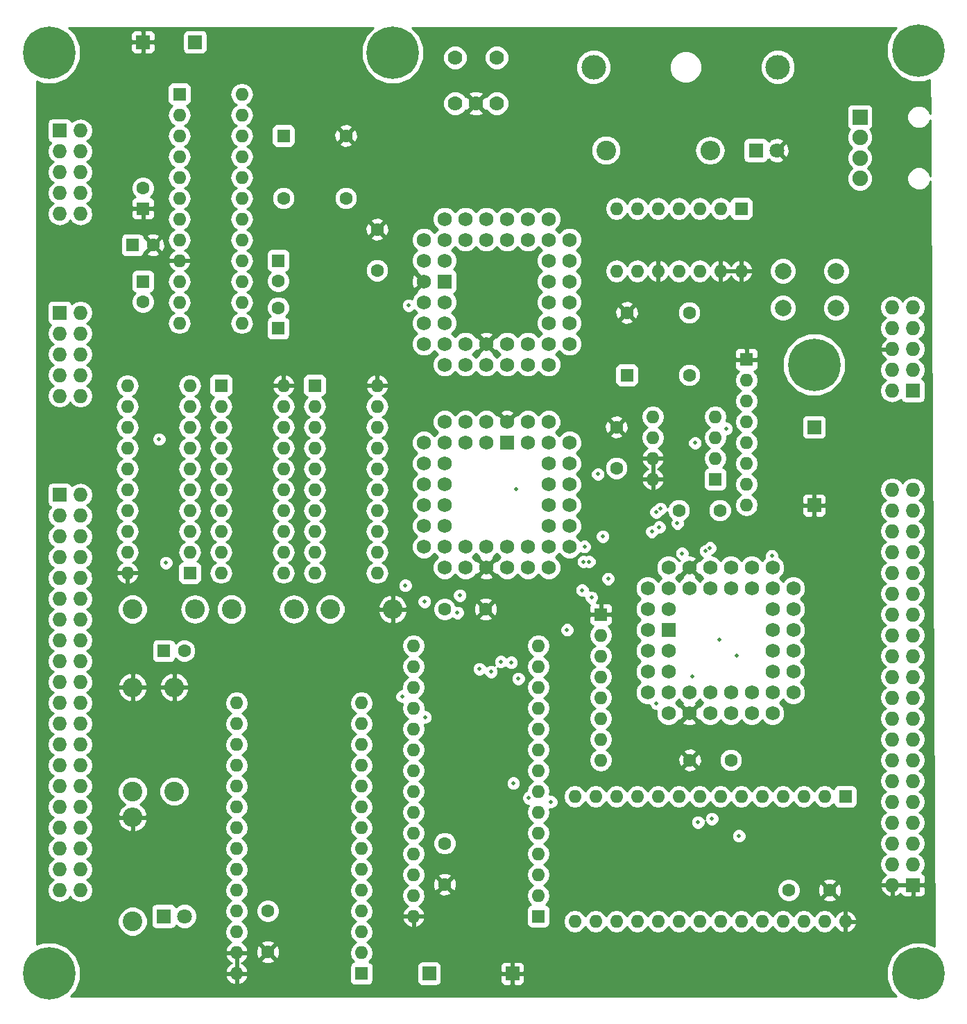
<source format=gbr>
G04 #@! TF.FileFunction,Copper,L3,Inr,Plane*
%FSLAX46Y46*%
G04 Gerber Fmt 4.6, Leading zero omitted, Abs format (unit mm)*
G04 Created by KiCad (PCBNEW 4.0.7-e2-6376~58~ubuntu16.04.1) date Wed Dec 20 13:06:43 2017*
%MOMM*%
%LPD*%
G01*
G04 APERTURE LIST*
%ADD10C,0.100000*%
%ADD11C,1.600000*%
%ADD12R,1.600000X1.600000*%
%ADD13R,1.800000X1.800000*%
%ADD14C,1.800000*%
%ADD15R,1.900000X1.900000*%
%ADD16C,1.900000*%
%ADD17R,1.727200X1.727200*%
%ADD18O,1.727200X1.727200*%
%ADD19C,6.400000*%
%ADD20C,2.400000*%
%ADD21O,2.400000X2.400000*%
%ADD22O,1.600000X1.600000*%
%ADD23C,2.000000*%
%ADD24R,1.750000X1.750000*%
%ADD25C,1.750000*%
%ADD26C,3.000000*%
%ADD27R,1.700000X1.700000*%
%ADD28C,1.778000*%
%ADD29C,0.500000*%
%ADD30C,0.150000*%
%ADD31C,0.254000*%
G04 APERTURE END LIST*
D10*
D11*
X141605000Y-110490000D03*
X136605000Y-110490000D03*
X85090000Y-128905000D03*
X85090000Y-133905000D03*
X106680000Y-120650000D03*
X106680000Y-125650000D03*
X153670000Y-126365000D03*
X148670000Y-126365000D03*
D12*
X68580000Y-47625000D03*
D11*
X71080000Y-47625000D03*
D12*
X86360000Y-49530000D03*
D11*
X86360000Y-52030000D03*
D12*
X69850000Y-43180000D03*
D11*
X69850000Y-40680000D03*
D12*
X69850000Y-52070000D03*
D11*
X69850000Y-54570000D03*
D12*
X86360000Y-57785000D03*
D11*
X86360000Y-55285000D03*
X98425000Y-45720000D03*
X98425000Y-50720000D03*
X106680000Y-92075000D03*
X111680000Y-92075000D03*
X127635000Y-69850000D03*
X127635000Y-74850000D03*
D13*
X72390000Y-129540000D03*
D14*
X74930000Y-129540000D03*
D15*
X157353000Y-32004000D03*
D16*
X157353000Y-34504000D03*
X157353000Y-37004000D03*
X157353000Y-39504000D03*
D17*
X59690000Y-33655000D03*
D18*
X62230000Y-33655000D03*
X59690000Y-36195000D03*
X62230000Y-36195000D03*
X59690000Y-38735000D03*
X62230000Y-38735000D03*
X59690000Y-41275000D03*
X62230000Y-41275000D03*
X59690000Y-43815000D03*
X62230000Y-43815000D03*
D17*
X59690000Y-55880000D03*
D18*
X62230000Y-55880000D03*
X59690000Y-58420000D03*
X62230000Y-58420000D03*
X59690000Y-60960000D03*
X62230000Y-60960000D03*
X59690000Y-63500000D03*
X62230000Y-63500000D03*
X59690000Y-66040000D03*
X62230000Y-66040000D03*
D17*
X163830000Y-65405000D03*
D18*
X161290000Y-65405000D03*
X163830000Y-62865000D03*
X161290000Y-62865000D03*
X163830000Y-60325000D03*
X161290000Y-60325000D03*
X163830000Y-57785000D03*
X161290000Y-57785000D03*
X163830000Y-55245000D03*
X161290000Y-55245000D03*
D19*
X58420000Y-24130000D03*
X100330000Y-24130000D03*
X164465000Y-23876000D03*
X164465000Y-136525000D03*
X151765000Y-62230000D03*
X58420000Y-136525000D03*
D17*
X59690000Y-78105000D03*
D18*
X62230000Y-78105000D03*
X59690000Y-80645000D03*
X62230000Y-80645000D03*
X59690000Y-83185000D03*
X62230000Y-83185000D03*
X59690000Y-85725000D03*
X62230000Y-85725000D03*
X59690000Y-88265000D03*
X62230000Y-88265000D03*
X59690000Y-90805000D03*
X62230000Y-90805000D03*
X59690000Y-93345000D03*
X62230000Y-93345000D03*
X59690000Y-95885000D03*
X62230000Y-95885000D03*
X59690000Y-98425000D03*
X62230000Y-98425000D03*
X59690000Y-100965000D03*
X62230000Y-100965000D03*
X59690000Y-103505000D03*
X62230000Y-103505000D03*
X59690000Y-106045000D03*
X62230000Y-106045000D03*
X59690000Y-108585000D03*
X62230000Y-108585000D03*
X59690000Y-111125000D03*
X62230000Y-111125000D03*
X59690000Y-113665000D03*
X62230000Y-113665000D03*
X59690000Y-116205000D03*
X62230000Y-116205000D03*
X59690000Y-118745000D03*
X62230000Y-118745000D03*
X59690000Y-121285000D03*
X62230000Y-121285000D03*
X59690000Y-123825000D03*
X62230000Y-123825000D03*
X59690000Y-126365000D03*
X62230000Y-126365000D03*
D20*
X68580000Y-114300000D03*
D21*
X68580000Y-101600000D03*
D20*
X68580000Y-130175000D03*
D21*
X68580000Y-117475000D03*
D20*
X73660000Y-114300000D03*
D21*
X73660000Y-101600000D03*
D12*
X143510000Y-61595000D03*
D22*
X143510000Y-64135000D03*
X143510000Y-66675000D03*
X143510000Y-69215000D03*
X143510000Y-71755000D03*
X143510000Y-74295000D03*
X143510000Y-76835000D03*
X143510000Y-79375000D03*
D12*
X125730000Y-92710000D03*
D22*
X125730000Y-95250000D03*
X125730000Y-97790000D03*
X125730000Y-100330000D03*
X125730000Y-102870000D03*
X125730000Y-105410000D03*
X125730000Y-107950000D03*
X125730000Y-110490000D03*
D23*
X147955000Y-55300000D03*
X147955000Y-50800000D03*
X154455000Y-55300000D03*
X154455000Y-50800000D03*
D24*
X133985000Y-94615000D03*
D25*
X133985000Y-97155000D03*
X133985000Y-99695000D03*
X133985000Y-92075000D03*
X133985000Y-89535000D03*
X133985000Y-86995000D03*
X131445000Y-97155000D03*
X131445000Y-99695000D03*
X131445000Y-102235000D03*
X131445000Y-94615000D03*
X131445000Y-92075000D03*
X131445000Y-89535000D03*
X133985000Y-102235000D03*
X136525000Y-102235000D03*
X139065000Y-102235000D03*
X141605000Y-102235000D03*
X144145000Y-102235000D03*
X133985000Y-104775000D03*
X136525000Y-104775000D03*
X139065000Y-104775000D03*
X141605000Y-104775000D03*
X144145000Y-104775000D03*
X146685000Y-104775000D03*
X146685000Y-102235000D03*
X146685000Y-99695000D03*
X146685000Y-97155000D03*
X146685000Y-94615000D03*
X146685000Y-92075000D03*
X146685000Y-89535000D03*
X149225000Y-102235000D03*
X149225000Y-99695000D03*
X149225000Y-97155000D03*
X149225000Y-94615000D03*
X149225000Y-92075000D03*
X149225000Y-89535000D03*
X144145000Y-89535000D03*
X141605000Y-89535000D03*
X139065000Y-89535000D03*
X136525000Y-89535000D03*
X131445000Y-89535000D03*
X146685000Y-86995000D03*
X144145000Y-86995000D03*
X141605000Y-86995000D03*
X139065000Y-86995000D03*
X136525000Y-86995000D03*
X133985000Y-86995000D03*
D12*
X96520000Y-136525000D03*
D22*
X81280000Y-103505000D03*
X96520000Y-133985000D03*
X81280000Y-106045000D03*
X96520000Y-131445000D03*
X81280000Y-108585000D03*
X96520000Y-128905000D03*
X81280000Y-111125000D03*
X96520000Y-126365000D03*
X81280000Y-113665000D03*
X96520000Y-123825000D03*
X81280000Y-116205000D03*
X96520000Y-121285000D03*
X81280000Y-118745000D03*
X96520000Y-118745000D03*
X81280000Y-121285000D03*
X96520000Y-116205000D03*
X81280000Y-123825000D03*
X96520000Y-113665000D03*
X81280000Y-126365000D03*
X96520000Y-111125000D03*
X81280000Y-128905000D03*
X96520000Y-108585000D03*
X81280000Y-131445000D03*
X96520000Y-106045000D03*
X81280000Y-133985000D03*
X96520000Y-103505000D03*
X81280000Y-136525000D03*
D12*
X118110000Y-129540000D03*
D22*
X102870000Y-96520000D03*
X118110000Y-127000000D03*
X102870000Y-99060000D03*
X118110000Y-124460000D03*
X102870000Y-101600000D03*
X118110000Y-121920000D03*
X102870000Y-104140000D03*
X118110000Y-119380000D03*
X102870000Y-106680000D03*
X118110000Y-116840000D03*
X102870000Y-109220000D03*
X118110000Y-114300000D03*
X102870000Y-111760000D03*
X118110000Y-111760000D03*
X102870000Y-114300000D03*
X118110000Y-109220000D03*
X102870000Y-116840000D03*
X118110000Y-106680000D03*
X102870000Y-119380000D03*
X118110000Y-104140000D03*
X102870000Y-121920000D03*
X118110000Y-101600000D03*
X102870000Y-124460000D03*
X118110000Y-99060000D03*
X102870000Y-127000000D03*
X118110000Y-96520000D03*
X102870000Y-129540000D03*
D12*
X155575000Y-114935000D03*
D22*
X122555000Y-130175000D03*
X153035000Y-114935000D03*
X125095000Y-130175000D03*
X150495000Y-114935000D03*
X127635000Y-130175000D03*
X147955000Y-114935000D03*
X130175000Y-130175000D03*
X145415000Y-114935000D03*
X132715000Y-130175000D03*
X142875000Y-114935000D03*
X135255000Y-130175000D03*
X140335000Y-114935000D03*
X137795000Y-130175000D03*
X137795000Y-114935000D03*
X140335000Y-130175000D03*
X135255000Y-114935000D03*
X142875000Y-130175000D03*
X132715000Y-114935000D03*
X145415000Y-130175000D03*
X130175000Y-114935000D03*
X147955000Y-130175000D03*
X127635000Y-114935000D03*
X150495000Y-130175000D03*
X125095000Y-114935000D03*
X153035000Y-130175000D03*
X122555000Y-114935000D03*
X155575000Y-130175000D03*
D24*
X114300000Y-71755000D03*
D25*
X111760000Y-71755000D03*
X109220000Y-71755000D03*
X116840000Y-71755000D03*
X119380000Y-71755000D03*
X121920000Y-71755000D03*
X111760000Y-69215000D03*
X109220000Y-69215000D03*
X106680000Y-69215000D03*
X114300000Y-69215000D03*
X116840000Y-69215000D03*
X119380000Y-69215000D03*
X106680000Y-71755000D03*
X106680000Y-74295000D03*
X106680000Y-76835000D03*
X106680000Y-79375000D03*
X106680000Y-81915000D03*
X104140000Y-71755000D03*
X104140000Y-74295000D03*
X104140000Y-76835000D03*
X104140000Y-79375000D03*
X104140000Y-81915000D03*
X104140000Y-84455000D03*
X106680000Y-84455000D03*
X109220000Y-84455000D03*
X111760000Y-84455000D03*
X114300000Y-84455000D03*
X116840000Y-84455000D03*
X119380000Y-84455000D03*
X106680000Y-86995000D03*
X109220000Y-86995000D03*
X111760000Y-86995000D03*
X114300000Y-86995000D03*
X116840000Y-86995000D03*
X119380000Y-86995000D03*
X119380000Y-81915000D03*
X119380000Y-79375000D03*
X119380000Y-76835000D03*
X119380000Y-74295000D03*
X119380000Y-69215000D03*
X121920000Y-84455000D03*
X121920000Y-81915000D03*
X121920000Y-79375000D03*
X121920000Y-76835000D03*
X121920000Y-74295000D03*
X121920000Y-71755000D03*
D12*
X142875000Y-43180000D03*
D22*
X127635000Y-50800000D03*
X140335000Y-43180000D03*
X130175000Y-50800000D03*
X137795000Y-43180000D03*
X132715000Y-50800000D03*
X135255000Y-43180000D03*
X135255000Y-50800000D03*
X132715000Y-43180000D03*
X137795000Y-50800000D03*
X130175000Y-43180000D03*
X140335000Y-50800000D03*
X127635000Y-43180000D03*
X142875000Y-50800000D03*
D12*
X79375000Y-64770000D03*
D22*
X86995000Y-87630000D03*
X79375000Y-67310000D03*
X86995000Y-85090000D03*
X79375000Y-69850000D03*
X86995000Y-82550000D03*
X79375000Y-72390000D03*
X86995000Y-80010000D03*
X79375000Y-74930000D03*
X86995000Y-77470000D03*
X79375000Y-77470000D03*
X86995000Y-74930000D03*
X79375000Y-80010000D03*
X86995000Y-72390000D03*
X79375000Y-82550000D03*
X86995000Y-69850000D03*
X79375000Y-85090000D03*
X86995000Y-67310000D03*
X79375000Y-87630000D03*
X86995000Y-64770000D03*
D12*
X90805000Y-64770000D03*
D22*
X98425000Y-87630000D03*
X90805000Y-67310000D03*
X98425000Y-85090000D03*
X90805000Y-69850000D03*
X98425000Y-82550000D03*
X90805000Y-72390000D03*
X98425000Y-80010000D03*
X90805000Y-74930000D03*
X98425000Y-77470000D03*
X90805000Y-77470000D03*
X98425000Y-74930000D03*
X90805000Y-80010000D03*
X98425000Y-72390000D03*
X90805000Y-82550000D03*
X98425000Y-69850000D03*
X90805000Y-85090000D03*
X98425000Y-67310000D03*
X90805000Y-87630000D03*
X98425000Y-64770000D03*
D12*
X75565000Y-87630000D03*
D22*
X67945000Y-64770000D03*
X75565000Y-85090000D03*
X67945000Y-67310000D03*
X75565000Y-82550000D03*
X67945000Y-69850000D03*
X75565000Y-80010000D03*
X67945000Y-72390000D03*
X75565000Y-77470000D03*
X67945000Y-74930000D03*
X75565000Y-74930000D03*
X67945000Y-77470000D03*
X75565000Y-72390000D03*
X67945000Y-80010000D03*
X75565000Y-69850000D03*
X67945000Y-82550000D03*
X75565000Y-67310000D03*
X67945000Y-85090000D03*
X75565000Y-64770000D03*
X67945000Y-87630000D03*
D12*
X74295000Y-29210000D03*
D22*
X81915000Y-57150000D03*
X74295000Y-31750000D03*
X81915000Y-54610000D03*
X74295000Y-34290000D03*
X81915000Y-52070000D03*
X74295000Y-36830000D03*
X81915000Y-49530000D03*
X74295000Y-39370000D03*
X81915000Y-46990000D03*
X74295000Y-41910000D03*
X81915000Y-44450000D03*
X74295000Y-44450000D03*
X81915000Y-41910000D03*
X74295000Y-46990000D03*
X81915000Y-39370000D03*
X74295000Y-49530000D03*
X81915000Y-36830000D03*
X74295000Y-52070000D03*
X81915000Y-34290000D03*
X74295000Y-54610000D03*
X81915000Y-31750000D03*
X74295000Y-57150000D03*
X81915000Y-29210000D03*
D24*
X106680000Y-52070000D03*
D25*
X106680000Y-54610000D03*
X106680000Y-57150000D03*
X106680000Y-49530000D03*
X106680000Y-46990000D03*
X106680000Y-44450000D03*
X104140000Y-54610000D03*
X104140000Y-57150000D03*
X104140000Y-59690000D03*
X104140000Y-52070000D03*
X104140000Y-49530000D03*
X104140000Y-46990000D03*
X106680000Y-59690000D03*
X109220000Y-59690000D03*
X111760000Y-59690000D03*
X114300000Y-59690000D03*
X116840000Y-59690000D03*
X106680000Y-62230000D03*
X109220000Y-62230000D03*
X111760000Y-62230000D03*
X114300000Y-62230000D03*
X116840000Y-62230000D03*
X119380000Y-62230000D03*
X119380000Y-59690000D03*
X119380000Y-57150000D03*
X119380000Y-54610000D03*
X119380000Y-52070000D03*
X119380000Y-49530000D03*
X119380000Y-46990000D03*
X121920000Y-59690000D03*
X121920000Y-57150000D03*
X121920000Y-54610000D03*
X121920000Y-52070000D03*
X121920000Y-49530000D03*
X121920000Y-46990000D03*
X116840000Y-46990000D03*
X114300000Y-46990000D03*
X111760000Y-46990000D03*
X109220000Y-46990000D03*
X104140000Y-46990000D03*
X119380000Y-44450000D03*
X116840000Y-44450000D03*
X114300000Y-44450000D03*
X111760000Y-44450000D03*
X109220000Y-44450000D03*
X106680000Y-44450000D03*
D12*
X128905000Y-63500000D03*
D11*
X128905000Y-55880000D03*
X136525000Y-55880000D03*
X136525000Y-63500000D03*
D12*
X86995000Y-34290000D03*
D11*
X94615000Y-34290000D03*
X94615000Y-41910000D03*
X86995000Y-41910000D03*
D13*
X144653000Y-36068000D03*
D14*
X147193000Y-36068000D03*
D26*
X124841000Y-25908000D03*
X147341000Y-25908000D03*
D27*
X114935000Y-136525000D03*
X104775000Y-136525000D03*
X151765000Y-79375000D03*
X151765000Y-69850000D03*
X76200000Y-22860000D03*
D20*
X126365000Y-36068000D03*
D21*
X139065000Y-36068000D03*
D27*
X69850000Y-22860000D03*
D28*
X113030000Y-24765000D03*
X107950000Y-24765000D03*
X113030000Y-30353000D03*
X110490000Y-30353000D03*
X107950000Y-30353000D03*
D12*
X72390000Y-97155000D03*
D11*
X74890000Y-97155000D03*
X135255000Y-80010000D03*
X140255000Y-80010000D03*
D17*
X163830000Y-125730000D03*
D18*
X161290000Y-125730000D03*
X163830000Y-123190000D03*
X161290000Y-123190000D03*
X163830000Y-120650000D03*
X161290000Y-120650000D03*
X163830000Y-118110000D03*
X161290000Y-118110000D03*
X163830000Y-115570000D03*
X161290000Y-115570000D03*
X163830000Y-113030000D03*
X161290000Y-113030000D03*
X163830000Y-110490000D03*
X161290000Y-110490000D03*
X163830000Y-107950000D03*
X161290000Y-107950000D03*
X163830000Y-105410000D03*
X161290000Y-105410000D03*
X163830000Y-102870000D03*
X161290000Y-102870000D03*
X163830000Y-100330000D03*
X161290000Y-100330000D03*
X163830000Y-97790000D03*
X161290000Y-97790000D03*
X163830000Y-95250000D03*
X161290000Y-95250000D03*
X163830000Y-92710000D03*
X161290000Y-92710000D03*
X163830000Y-90170000D03*
X161290000Y-90170000D03*
X163830000Y-87630000D03*
X161290000Y-87630000D03*
X163830000Y-85090000D03*
X161290000Y-85090000D03*
X163830000Y-82550000D03*
X161290000Y-82550000D03*
X163830000Y-80010000D03*
X161290000Y-80010000D03*
X163830000Y-77470000D03*
X161290000Y-77470000D03*
D20*
X92710000Y-92075000D03*
D21*
X100330000Y-92075000D03*
D20*
X68580000Y-92075000D03*
D21*
X76200000Y-92075000D03*
D20*
X80645000Y-92075000D03*
D21*
X88265000Y-92075000D03*
D12*
X139700000Y-76200000D03*
D22*
X132080000Y-68580000D03*
X139700000Y-73660000D03*
X132080000Y-71120000D03*
X139700000Y-71120000D03*
X132080000Y-73660000D03*
X139700000Y-68580000D03*
X132080000Y-76200000D03*
D29*
X125971300Y-83190600D03*
X131959400Y-82622400D03*
X140195500Y-95778700D03*
X71830500Y-71329300D03*
X135080200Y-81608600D03*
X136888600Y-100312100D03*
X139290600Y-117659100D03*
X137594100Y-118075900D03*
X119662900Y-115572400D03*
X121623000Y-94585300D03*
X142320100Y-97769500D03*
X114806700Y-98571000D03*
X104304300Y-105243300D03*
X113542800Y-98471800D03*
X101870900Y-89165000D03*
X141025700Y-70028600D03*
X115682100Y-100547200D03*
X116956300Y-115117700D03*
X112323400Y-99699200D03*
X101497000Y-102708500D03*
X123743000Y-84447000D03*
X126621700Y-88365400D03*
X110928300Y-99373100D03*
X123461000Y-89743500D03*
X133012600Y-79815100D03*
X135641700Y-85262100D03*
X146604600Y-85567500D03*
X124595000Y-90649700D03*
X142595600Y-119736100D03*
X124294700Y-86271600D03*
X132538800Y-103576200D03*
X137237600Y-71792300D03*
X108241500Y-92504000D03*
X125370700Y-75600600D03*
X102291100Y-55004200D03*
X108526500Y-90404300D03*
X123628200Y-86276300D03*
X104209400Y-91154700D03*
X132874600Y-82069000D03*
X132489800Y-80248200D03*
X115065100Y-113303200D03*
X72650900Y-86415800D03*
X115407500Y-77454500D03*
X138531400Y-84995300D03*
X139059200Y-84595800D03*
D30*
X69850000Y-24680500D02*
X69850000Y-22860000D01*
D31*
G36*
X97080741Y-21954811D02*
X96495667Y-23363825D01*
X96494336Y-24889482D01*
X97076950Y-26299515D01*
X98154811Y-27379259D01*
X99563825Y-27964333D01*
X101089482Y-27965664D01*
X102499515Y-27383050D01*
X103553588Y-26330815D01*
X122705630Y-26330815D01*
X123029980Y-27115800D01*
X123630041Y-27716909D01*
X124414459Y-28042628D01*
X125263815Y-28043370D01*
X126048800Y-27719020D01*
X126649909Y-27118959D01*
X126975628Y-26334541D01*
X126975657Y-26301109D01*
X134105657Y-26301109D01*
X134407218Y-27030943D01*
X134965120Y-27589819D01*
X135694427Y-27892654D01*
X136484109Y-27893343D01*
X137213943Y-27591782D01*
X137772819Y-27033880D01*
X138064757Y-26330815D01*
X145205630Y-26330815D01*
X145529980Y-27115800D01*
X146130041Y-27716909D01*
X146914459Y-28042628D01*
X147763815Y-28043370D01*
X148548800Y-27719020D01*
X149149909Y-27118959D01*
X149475628Y-26334541D01*
X149476370Y-25485185D01*
X149152020Y-24700200D01*
X148551959Y-24099091D01*
X147767541Y-23773372D01*
X146918185Y-23772630D01*
X146133200Y-24096980D01*
X145532091Y-24697041D01*
X145206372Y-25481459D01*
X145205630Y-26330815D01*
X138064757Y-26330815D01*
X138075654Y-26304573D01*
X138076343Y-25514891D01*
X137774782Y-24785057D01*
X137216880Y-24226181D01*
X136487573Y-23923346D01*
X135697891Y-23922657D01*
X134968057Y-24224218D01*
X134409181Y-24782120D01*
X134106346Y-25511427D01*
X134105657Y-26301109D01*
X126975657Y-26301109D01*
X126976370Y-25485185D01*
X126652020Y-24700200D01*
X126051959Y-24099091D01*
X125267541Y-23773372D01*
X124418185Y-23772630D01*
X123633200Y-24096980D01*
X123032091Y-24697041D01*
X122706372Y-25481459D01*
X122705630Y-26330815D01*
X103553588Y-26330815D01*
X103579259Y-26305189D01*
X104093478Y-25066812D01*
X106425736Y-25066812D01*
X106657262Y-25627149D01*
X107085596Y-26056231D01*
X107645528Y-26288735D01*
X108251812Y-26289264D01*
X108812149Y-26057738D01*
X109241231Y-25629404D01*
X109473735Y-25069472D01*
X109473737Y-25066812D01*
X111505736Y-25066812D01*
X111737262Y-25627149D01*
X112165596Y-26056231D01*
X112725528Y-26288735D01*
X113331812Y-26289264D01*
X113892149Y-26057738D01*
X114321231Y-25629404D01*
X114553735Y-25069472D01*
X114554264Y-24463188D01*
X114322738Y-23902851D01*
X113894404Y-23473769D01*
X113334472Y-23241265D01*
X112728188Y-23240736D01*
X112167851Y-23472262D01*
X111738769Y-23900596D01*
X111506265Y-24460528D01*
X111505736Y-25066812D01*
X109473737Y-25066812D01*
X109474264Y-24463188D01*
X109242738Y-23902851D01*
X108814404Y-23473769D01*
X108254472Y-23241265D01*
X107648188Y-23240736D01*
X107087851Y-23472262D01*
X106658769Y-23900596D01*
X106426265Y-24460528D01*
X106425736Y-25066812D01*
X104093478Y-25066812D01*
X104164333Y-24896175D01*
X104165664Y-23370518D01*
X103583050Y-21960485D01*
X102706097Y-21082000D01*
X161835633Y-21082000D01*
X161215741Y-21700811D01*
X160630667Y-23109825D01*
X160629336Y-24635482D01*
X161211950Y-26045515D01*
X162289811Y-27125259D01*
X163698825Y-27710333D01*
X165224482Y-27711664D01*
X165896719Y-27433901D01*
X165919050Y-31600744D01*
X165750243Y-31192200D01*
X165346923Y-30788176D01*
X164819691Y-30569250D01*
X164248813Y-30568752D01*
X163721200Y-30786757D01*
X163317176Y-31190077D01*
X163098250Y-31717309D01*
X163097752Y-32288187D01*
X163315757Y-32815800D01*
X163719077Y-33219824D01*
X164246309Y-33438750D01*
X164817187Y-33439248D01*
X165344800Y-33221243D01*
X165748824Y-32817923D01*
X165923320Y-32397689D01*
X165959771Y-39199296D01*
X165750243Y-38692200D01*
X165346923Y-38288176D01*
X164819691Y-38069250D01*
X164248813Y-38068752D01*
X163721200Y-38286757D01*
X163317176Y-38690077D01*
X163098250Y-39217309D01*
X163097752Y-39788187D01*
X163315757Y-40315800D01*
X163719077Y-40719824D01*
X164246309Y-40938750D01*
X164817187Y-40939248D01*
X165344800Y-40721243D01*
X165748824Y-40317923D01*
X165963001Y-39802127D01*
X166463539Y-133202389D01*
X165231175Y-132690667D01*
X163705518Y-132689336D01*
X162295485Y-133271950D01*
X161215741Y-134349811D01*
X160630667Y-135758825D01*
X160629336Y-137284482D01*
X161211950Y-138694515D01*
X161835346Y-139319000D01*
X61049367Y-139319000D01*
X61669259Y-138700189D01*
X62254333Y-137291175D01*
X62254696Y-136874039D01*
X79888096Y-136874039D01*
X80048959Y-137262423D01*
X80424866Y-137677389D01*
X80930959Y-137916914D01*
X81153000Y-137795629D01*
X81153000Y-136652000D01*
X81407000Y-136652000D01*
X81407000Y-137795629D01*
X81629041Y-137916914D01*
X82135134Y-137677389D01*
X82511041Y-137262423D01*
X82671904Y-136874039D01*
X82549915Y-136652000D01*
X81407000Y-136652000D01*
X81153000Y-136652000D01*
X80010085Y-136652000D01*
X79888096Y-136874039D01*
X62254696Y-136874039D01*
X62255664Y-135765518D01*
X61673050Y-134355485D01*
X61651642Y-134334039D01*
X79888096Y-134334039D01*
X80048959Y-134722423D01*
X80424866Y-135137389D01*
X80673367Y-135255000D01*
X80424866Y-135372611D01*
X80048959Y-135787577D01*
X79888096Y-136175961D01*
X80010085Y-136398000D01*
X81153000Y-136398000D01*
X81153000Y-134112000D01*
X81407000Y-134112000D01*
X81407000Y-136398000D01*
X82549915Y-136398000D01*
X82671904Y-136175961D01*
X82511041Y-135787577D01*
X82135134Y-135372611D01*
X81886633Y-135255000D01*
X82135134Y-135137389D01*
X82338633Y-134912745D01*
X84261861Y-134912745D01*
X84335995Y-135158864D01*
X84873223Y-135351965D01*
X85443454Y-135324778D01*
X85844005Y-135158864D01*
X85918139Y-134912745D01*
X85090000Y-134084605D01*
X84261861Y-134912745D01*
X82338633Y-134912745D01*
X82511041Y-134722423D01*
X82671904Y-134334039D01*
X82549915Y-134112000D01*
X81407000Y-134112000D01*
X81153000Y-134112000D01*
X80010085Y-134112000D01*
X79888096Y-134334039D01*
X61651642Y-134334039D01*
X60595189Y-133275741D01*
X59186175Y-132690667D01*
X57660518Y-132689336D01*
X56896000Y-133005229D01*
X56896000Y-130538403D01*
X66744682Y-130538403D01*
X67023455Y-131213086D01*
X67539199Y-131729730D01*
X68213395Y-132009681D01*
X68943403Y-132010318D01*
X69618086Y-131731545D01*
X70134730Y-131215801D01*
X70414681Y-130541605D01*
X70415318Y-129811597D01*
X70136545Y-129136914D01*
X69640497Y-128640000D01*
X70842560Y-128640000D01*
X70842560Y-130440000D01*
X70886838Y-130675317D01*
X71025910Y-130891441D01*
X71238110Y-131036431D01*
X71490000Y-131087440D01*
X73290000Y-131087440D01*
X73525317Y-131043162D01*
X73741441Y-130904090D01*
X73886431Y-130691890D01*
X73890567Y-130671466D01*
X74059357Y-130840551D01*
X74623330Y-131074733D01*
X75233991Y-131075265D01*
X75798371Y-130842068D01*
X76230551Y-130410643D01*
X76464733Y-129846670D01*
X76465265Y-129236009D01*
X76232068Y-128671629D01*
X75800643Y-128239449D01*
X75236670Y-128005267D01*
X74626009Y-128004735D01*
X74061629Y-128237932D01*
X73893387Y-128405880D01*
X73893162Y-128404683D01*
X73754090Y-128188559D01*
X73541890Y-128043569D01*
X73290000Y-127992560D01*
X71490000Y-127992560D01*
X71254683Y-128036838D01*
X71038559Y-128175910D01*
X70893569Y-128388110D01*
X70842560Y-128640000D01*
X69640497Y-128640000D01*
X69620801Y-128620270D01*
X68946605Y-128340319D01*
X68216597Y-128339682D01*
X67541914Y-128618455D01*
X67025270Y-129134199D01*
X66745319Y-129808395D01*
X66744682Y-130538403D01*
X56896000Y-130538403D01*
X56896000Y-80645000D01*
X58162041Y-80645000D01*
X58276115Y-81218489D01*
X58600971Y-81704670D01*
X58915752Y-81915000D01*
X58600971Y-82125330D01*
X58276115Y-82611511D01*
X58162041Y-83185000D01*
X58276115Y-83758489D01*
X58600971Y-84244670D01*
X58915752Y-84455000D01*
X58600971Y-84665330D01*
X58276115Y-85151511D01*
X58162041Y-85725000D01*
X58276115Y-86298489D01*
X58600971Y-86784670D01*
X58915752Y-86995000D01*
X58600971Y-87205330D01*
X58276115Y-87691511D01*
X58162041Y-88265000D01*
X58276115Y-88838489D01*
X58600971Y-89324670D01*
X58915752Y-89535000D01*
X58600971Y-89745330D01*
X58276115Y-90231511D01*
X58162041Y-90805000D01*
X58276115Y-91378489D01*
X58600971Y-91864670D01*
X58915752Y-92075000D01*
X58600971Y-92285330D01*
X58276115Y-92771511D01*
X58162041Y-93345000D01*
X58276115Y-93918489D01*
X58600971Y-94404670D01*
X58915752Y-94615000D01*
X58600971Y-94825330D01*
X58276115Y-95311511D01*
X58162041Y-95885000D01*
X58276115Y-96458489D01*
X58600971Y-96944670D01*
X58915752Y-97155000D01*
X58600971Y-97365330D01*
X58276115Y-97851511D01*
X58162041Y-98425000D01*
X58276115Y-98998489D01*
X58600971Y-99484670D01*
X58915752Y-99695000D01*
X58600971Y-99905330D01*
X58276115Y-100391511D01*
X58162041Y-100965000D01*
X58276115Y-101538489D01*
X58600971Y-102024670D01*
X58915752Y-102235000D01*
X58600971Y-102445330D01*
X58276115Y-102931511D01*
X58162041Y-103505000D01*
X58276115Y-104078489D01*
X58600971Y-104564670D01*
X58915752Y-104775000D01*
X58600971Y-104985330D01*
X58276115Y-105471511D01*
X58162041Y-106045000D01*
X58276115Y-106618489D01*
X58600971Y-107104670D01*
X58915752Y-107315000D01*
X58600971Y-107525330D01*
X58276115Y-108011511D01*
X58162041Y-108585000D01*
X58276115Y-109158489D01*
X58600971Y-109644670D01*
X58915752Y-109855000D01*
X58600971Y-110065330D01*
X58276115Y-110551511D01*
X58162041Y-111125000D01*
X58276115Y-111698489D01*
X58600971Y-112184670D01*
X58915752Y-112395000D01*
X58600971Y-112605330D01*
X58276115Y-113091511D01*
X58162041Y-113665000D01*
X58276115Y-114238489D01*
X58600971Y-114724670D01*
X58915752Y-114935000D01*
X58600971Y-115145330D01*
X58276115Y-115631511D01*
X58162041Y-116205000D01*
X58276115Y-116778489D01*
X58600971Y-117264670D01*
X58915752Y-117475000D01*
X58600971Y-117685330D01*
X58276115Y-118171511D01*
X58162041Y-118745000D01*
X58276115Y-119318489D01*
X58600971Y-119804670D01*
X58915752Y-120015000D01*
X58600971Y-120225330D01*
X58276115Y-120711511D01*
X58162041Y-121285000D01*
X58276115Y-121858489D01*
X58600971Y-122344670D01*
X58915752Y-122555000D01*
X58600971Y-122765330D01*
X58276115Y-123251511D01*
X58162041Y-123825000D01*
X58276115Y-124398489D01*
X58600971Y-124884670D01*
X58915752Y-125095000D01*
X58600971Y-125305330D01*
X58276115Y-125791511D01*
X58162041Y-126365000D01*
X58276115Y-126938489D01*
X58600971Y-127424670D01*
X59087152Y-127749526D01*
X59660641Y-127863600D01*
X59719359Y-127863600D01*
X60292848Y-127749526D01*
X60779029Y-127424670D01*
X60960000Y-127153828D01*
X61140971Y-127424670D01*
X61627152Y-127749526D01*
X62200641Y-127863600D01*
X62259359Y-127863600D01*
X62832848Y-127749526D01*
X63319029Y-127424670D01*
X63643885Y-126938489D01*
X63757959Y-126365000D01*
X63643885Y-125791511D01*
X63319029Y-125305330D01*
X63004248Y-125095000D01*
X63319029Y-124884670D01*
X63643885Y-124398489D01*
X63757959Y-123825000D01*
X63643885Y-123251511D01*
X63319029Y-122765330D01*
X63004248Y-122555000D01*
X63319029Y-122344670D01*
X63643885Y-121858489D01*
X63757959Y-121285000D01*
X63643885Y-120711511D01*
X63319029Y-120225330D01*
X63004248Y-120015000D01*
X63319029Y-119804670D01*
X63643885Y-119318489D01*
X63757959Y-118745000D01*
X63643885Y-118171511D01*
X63453652Y-117886807D01*
X66791797Y-117886807D01*
X67085508Y-118539776D01*
X67606742Y-119030642D01*
X68168195Y-119263195D01*
X68453000Y-119146432D01*
X68453000Y-117602000D01*
X68707000Y-117602000D01*
X68707000Y-119146432D01*
X68991805Y-119263195D01*
X69553258Y-119030642D01*
X70074492Y-118539776D01*
X70368203Y-117886807D01*
X70251858Y-117602000D01*
X68707000Y-117602000D01*
X68453000Y-117602000D01*
X66908142Y-117602000D01*
X66791797Y-117886807D01*
X63453652Y-117886807D01*
X63319029Y-117685330D01*
X63004248Y-117475000D01*
X63319029Y-117264670D01*
X63643885Y-116778489D01*
X63757959Y-116205000D01*
X63643885Y-115631511D01*
X63319029Y-115145330D01*
X63004248Y-114935000D01*
X63319029Y-114724670D01*
X63359966Y-114663403D01*
X66744682Y-114663403D01*
X67023455Y-115338086D01*
X67539199Y-115854730D01*
X67650846Y-115901090D01*
X67606742Y-115919358D01*
X67085508Y-116410224D01*
X66791797Y-117063193D01*
X66908142Y-117348000D01*
X68453000Y-117348000D01*
X68453000Y-117328000D01*
X68707000Y-117328000D01*
X68707000Y-117348000D01*
X70251858Y-117348000D01*
X70368203Y-117063193D01*
X70074492Y-116410224D01*
X69553258Y-115919358D01*
X69509715Y-115901323D01*
X69618086Y-115856545D01*
X70134730Y-115340801D01*
X70414681Y-114666605D01*
X70414683Y-114663403D01*
X71824682Y-114663403D01*
X72103455Y-115338086D01*
X72619199Y-115854730D01*
X73293395Y-116134681D01*
X74023403Y-116135318D01*
X74698086Y-115856545D01*
X75214730Y-115340801D01*
X75494681Y-114666605D01*
X75495318Y-113936597D01*
X75216545Y-113261914D01*
X74700801Y-112745270D01*
X74026605Y-112465319D01*
X73296597Y-112464682D01*
X72621914Y-112743455D01*
X72105270Y-113259199D01*
X71825319Y-113933395D01*
X71824682Y-114663403D01*
X70414683Y-114663403D01*
X70415318Y-113936597D01*
X70136545Y-113261914D01*
X69620801Y-112745270D01*
X68946605Y-112465319D01*
X68216597Y-112464682D01*
X67541914Y-112743455D01*
X67025270Y-113259199D01*
X66745319Y-113933395D01*
X66744682Y-114663403D01*
X63359966Y-114663403D01*
X63643885Y-114238489D01*
X63757959Y-113665000D01*
X63643885Y-113091511D01*
X63319029Y-112605330D01*
X63004248Y-112395000D01*
X63319029Y-112184670D01*
X63643885Y-111698489D01*
X63757959Y-111125000D01*
X63643885Y-110551511D01*
X63319029Y-110065330D01*
X63004248Y-109855000D01*
X63319029Y-109644670D01*
X63643885Y-109158489D01*
X63757959Y-108585000D01*
X63643885Y-108011511D01*
X63319029Y-107525330D01*
X63004248Y-107315000D01*
X63319029Y-107104670D01*
X63643885Y-106618489D01*
X63757959Y-106045000D01*
X63643885Y-105471511D01*
X63319029Y-104985330D01*
X63004248Y-104775000D01*
X63319029Y-104564670D01*
X63643885Y-104078489D01*
X63757959Y-103505000D01*
X79816887Y-103505000D01*
X79926120Y-104054151D01*
X80237189Y-104519698D01*
X80619275Y-104775000D01*
X80237189Y-105030302D01*
X79926120Y-105495849D01*
X79816887Y-106045000D01*
X79926120Y-106594151D01*
X80237189Y-107059698D01*
X80619275Y-107315000D01*
X80237189Y-107570302D01*
X79926120Y-108035849D01*
X79816887Y-108585000D01*
X79926120Y-109134151D01*
X80237189Y-109599698D01*
X80619275Y-109855000D01*
X80237189Y-110110302D01*
X79926120Y-110575849D01*
X79816887Y-111125000D01*
X79926120Y-111674151D01*
X80237189Y-112139698D01*
X80619275Y-112395000D01*
X80237189Y-112650302D01*
X79926120Y-113115849D01*
X79816887Y-113665000D01*
X79926120Y-114214151D01*
X80237189Y-114679698D01*
X80619275Y-114935000D01*
X80237189Y-115190302D01*
X79926120Y-115655849D01*
X79816887Y-116205000D01*
X79926120Y-116754151D01*
X80237189Y-117219698D01*
X80619275Y-117475000D01*
X80237189Y-117730302D01*
X79926120Y-118195849D01*
X79816887Y-118745000D01*
X79926120Y-119294151D01*
X80237189Y-119759698D01*
X80619275Y-120015000D01*
X80237189Y-120270302D01*
X79926120Y-120735849D01*
X79816887Y-121285000D01*
X79926120Y-121834151D01*
X80237189Y-122299698D01*
X80619275Y-122555000D01*
X80237189Y-122810302D01*
X79926120Y-123275849D01*
X79816887Y-123825000D01*
X79926120Y-124374151D01*
X80237189Y-124839698D01*
X80619275Y-125095000D01*
X80237189Y-125350302D01*
X79926120Y-125815849D01*
X79816887Y-126365000D01*
X79926120Y-126914151D01*
X80237189Y-127379698D01*
X80619275Y-127635000D01*
X80237189Y-127890302D01*
X79926120Y-128355849D01*
X79816887Y-128905000D01*
X79926120Y-129454151D01*
X80237189Y-129919698D01*
X80619275Y-130175000D01*
X80237189Y-130430302D01*
X79926120Y-130895849D01*
X79816887Y-131445000D01*
X79926120Y-131994151D01*
X80237189Y-132459698D01*
X80641703Y-132729986D01*
X80424866Y-132832611D01*
X80048959Y-133247577D01*
X79888096Y-133635961D01*
X80010085Y-133858000D01*
X81153000Y-133858000D01*
X81153000Y-133838000D01*
X81407000Y-133838000D01*
X81407000Y-133858000D01*
X82549915Y-133858000D01*
X82643191Y-133688223D01*
X83643035Y-133688223D01*
X83670222Y-134258454D01*
X83836136Y-134659005D01*
X84082255Y-134733139D01*
X84910395Y-133905000D01*
X85269605Y-133905000D01*
X86097745Y-134733139D01*
X86343864Y-134659005D01*
X86536965Y-134121777D01*
X86509778Y-133551546D01*
X86343864Y-133150995D01*
X86097745Y-133076861D01*
X85269605Y-133905000D01*
X84910395Y-133905000D01*
X84082255Y-133076861D01*
X83836136Y-133150995D01*
X83643035Y-133688223D01*
X82643191Y-133688223D01*
X82671904Y-133635961D01*
X82511041Y-133247577D01*
X82193694Y-132897255D01*
X84261861Y-132897255D01*
X85090000Y-133725395D01*
X85918139Y-132897255D01*
X85844005Y-132651136D01*
X85306777Y-132458035D01*
X84736546Y-132485222D01*
X84335995Y-132651136D01*
X84261861Y-132897255D01*
X82193694Y-132897255D01*
X82135134Y-132832611D01*
X81918297Y-132729986D01*
X82322811Y-132459698D01*
X82633880Y-131994151D01*
X82743113Y-131445000D01*
X82633880Y-130895849D01*
X82322811Y-130430302D01*
X81940725Y-130175000D01*
X82322811Y-129919698D01*
X82633880Y-129454151D01*
X82686584Y-129189187D01*
X83654752Y-129189187D01*
X83872757Y-129716800D01*
X84276077Y-130120824D01*
X84803309Y-130339750D01*
X85374187Y-130340248D01*
X85901800Y-130122243D01*
X86305824Y-129718923D01*
X86524750Y-129191691D01*
X86525248Y-128620813D01*
X86307243Y-128093200D01*
X85903923Y-127689176D01*
X85376691Y-127470250D01*
X84805813Y-127469752D01*
X84278200Y-127687757D01*
X83874176Y-128091077D01*
X83655250Y-128618309D01*
X83654752Y-129189187D01*
X82686584Y-129189187D01*
X82743113Y-128905000D01*
X82633880Y-128355849D01*
X82322811Y-127890302D01*
X81940725Y-127635000D01*
X82322811Y-127379698D01*
X82633880Y-126914151D01*
X82743113Y-126365000D01*
X82633880Y-125815849D01*
X82322811Y-125350302D01*
X81940725Y-125095000D01*
X82322811Y-124839698D01*
X82633880Y-124374151D01*
X82743113Y-123825000D01*
X82633880Y-123275849D01*
X82322811Y-122810302D01*
X81940725Y-122555000D01*
X82322811Y-122299698D01*
X82633880Y-121834151D01*
X82743113Y-121285000D01*
X82633880Y-120735849D01*
X82322811Y-120270302D01*
X81940725Y-120015000D01*
X82322811Y-119759698D01*
X82633880Y-119294151D01*
X82743113Y-118745000D01*
X82633880Y-118195849D01*
X82322811Y-117730302D01*
X81940725Y-117475000D01*
X82322811Y-117219698D01*
X82633880Y-116754151D01*
X82743113Y-116205000D01*
X82633880Y-115655849D01*
X82322811Y-115190302D01*
X81940725Y-114935000D01*
X82322811Y-114679698D01*
X82633880Y-114214151D01*
X82743113Y-113665000D01*
X82633880Y-113115849D01*
X82322811Y-112650302D01*
X81940725Y-112395000D01*
X82322811Y-112139698D01*
X82633880Y-111674151D01*
X82743113Y-111125000D01*
X82633880Y-110575849D01*
X82322811Y-110110302D01*
X81940725Y-109855000D01*
X82322811Y-109599698D01*
X82633880Y-109134151D01*
X82743113Y-108585000D01*
X82633880Y-108035849D01*
X82322811Y-107570302D01*
X81940725Y-107315000D01*
X82322811Y-107059698D01*
X82633880Y-106594151D01*
X82743113Y-106045000D01*
X82633880Y-105495849D01*
X82322811Y-105030302D01*
X81940725Y-104775000D01*
X82322811Y-104519698D01*
X82633880Y-104054151D01*
X82743113Y-103505000D01*
X95056887Y-103505000D01*
X95166120Y-104054151D01*
X95477189Y-104519698D01*
X95859275Y-104775000D01*
X95477189Y-105030302D01*
X95166120Y-105495849D01*
X95056887Y-106045000D01*
X95166120Y-106594151D01*
X95477189Y-107059698D01*
X95859275Y-107315000D01*
X95477189Y-107570302D01*
X95166120Y-108035849D01*
X95056887Y-108585000D01*
X95166120Y-109134151D01*
X95477189Y-109599698D01*
X95859275Y-109855000D01*
X95477189Y-110110302D01*
X95166120Y-110575849D01*
X95056887Y-111125000D01*
X95166120Y-111674151D01*
X95477189Y-112139698D01*
X95859275Y-112395000D01*
X95477189Y-112650302D01*
X95166120Y-113115849D01*
X95056887Y-113665000D01*
X95166120Y-114214151D01*
X95477189Y-114679698D01*
X95859275Y-114935000D01*
X95477189Y-115190302D01*
X95166120Y-115655849D01*
X95056887Y-116205000D01*
X95166120Y-116754151D01*
X95477189Y-117219698D01*
X95859275Y-117475000D01*
X95477189Y-117730302D01*
X95166120Y-118195849D01*
X95056887Y-118745000D01*
X95166120Y-119294151D01*
X95477189Y-119759698D01*
X95859275Y-120015000D01*
X95477189Y-120270302D01*
X95166120Y-120735849D01*
X95056887Y-121285000D01*
X95166120Y-121834151D01*
X95477189Y-122299698D01*
X95859275Y-122555000D01*
X95477189Y-122810302D01*
X95166120Y-123275849D01*
X95056887Y-123825000D01*
X95166120Y-124374151D01*
X95477189Y-124839698D01*
X95859275Y-125095000D01*
X95477189Y-125350302D01*
X95166120Y-125815849D01*
X95056887Y-126365000D01*
X95166120Y-126914151D01*
X95477189Y-127379698D01*
X95859275Y-127635000D01*
X95477189Y-127890302D01*
X95166120Y-128355849D01*
X95056887Y-128905000D01*
X95166120Y-129454151D01*
X95477189Y-129919698D01*
X95859275Y-130175000D01*
X95477189Y-130430302D01*
X95166120Y-130895849D01*
X95056887Y-131445000D01*
X95166120Y-131994151D01*
X95477189Y-132459698D01*
X95859275Y-132715000D01*
X95477189Y-132970302D01*
X95166120Y-133435849D01*
X95056887Y-133985000D01*
X95166120Y-134534151D01*
X95477189Y-134999698D01*
X95621465Y-135096101D01*
X95484683Y-135121838D01*
X95268559Y-135260910D01*
X95123569Y-135473110D01*
X95072560Y-135725000D01*
X95072560Y-137325000D01*
X95116838Y-137560317D01*
X95255910Y-137776441D01*
X95468110Y-137921431D01*
X95720000Y-137972440D01*
X97320000Y-137972440D01*
X97555317Y-137928162D01*
X97771441Y-137789090D01*
X97916431Y-137576890D01*
X97967440Y-137325000D01*
X97967440Y-135725000D01*
X97958032Y-135675000D01*
X103277560Y-135675000D01*
X103277560Y-137375000D01*
X103321838Y-137610317D01*
X103460910Y-137826441D01*
X103673110Y-137971431D01*
X103925000Y-138022440D01*
X105625000Y-138022440D01*
X105860317Y-137978162D01*
X106076441Y-137839090D01*
X106221431Y-137626890D01*
X106272440Y-137375000D01*
X106272440Y-136810750D01*
X113450000Y-136810750D01*
X113450000Y-137501310D01*
X113546673Y-137734699D01*
X113725302Y-137913327D01*
X113958691Y-138010000D01*
X114649250Y-138010000D01*
X114808000Y-137851250D01*
X114808000Y-136652000D01*
X115062000Y-136652000D01*
X115062000Y-137851250D01*
X115220750Y-138010000D01*
X115911309Y-138010000D01*
X116144698Y-137913327D01*
X116323327Y-137734699D01*
X116420000Y-137501310D01*
X116420000Y-136810750D01*
X116261250Y-136652000D01*
X115062000Y-136652000D01*
X114808000Y-136652000D01*
X113608750Y-136652000D01*
X113450000Y-136810750D01*
X106272440Y-136810750D01*
X106272440Y-135675000D01*
X106248674Y-135548690D01*
X113450000Y-135548690D01*
X113450000Y-136239250D01*
X113608750Y-136398000D01*
X114808000Y-136398000D01*
X114808000Y-135198750D01*
X115062000Y-135198750D01*
X115062000Y-136398000D01*
X116261250Y-136398000D01*
X116420000Y-136239250D01*
X116420000Y-135548690D01*
X116323327Y-135315301D01*
X116144698Y-135136673D01*
X115911309Y-135040000D01*
X115220750Y-135040000D01*
X115062000Y-135198750D01*
X114808000Y-135198750D01*
X114649250Y-135040000D01*
X113958691Y-135040000D01*
X113725302Y-135136673D01*
X113546673Y-135315301D01*
X113450000Y-135548690D01*
X106248674Y-135548690D01*
X106228162Y-135439683D01*
X106089090Y-135223559D01*
X105876890Y-135078569D01*
X105625000Y-135027560D01*
X103925000Y-135027560D01*
X103689683Y-135071838D01*
X103473559Y-135210910D01*
X103328569Y-135423110D01*
X103277560Y-135675000D01*
X97958032Y-135675000D01*
X97923162Y-135489683D01*
X97784090Y-135273559D01*
X97571890Y-135128569D01*
X97416911Y-135097185D01*
X97562811Y-134999698D01*
X97873880Y-134534151D01*
X97983113Y-133985000D01*
X97873880Y-133435849D01*
X97562811Y-132970302D01*
X97180725Y-132715000D01*
X97562811Y-132459698D01*
X97873880Y-131994151D01*
X97983113Y-131445000D01*
X97873880Y-130895849D01*
X97562811Y-130430302D01*
X97180725Y-130175000D01*
X97562811Y-129919698D01*
X97583296Y-129889039D01*
X101478096Y-129889039D01*
X101638959Y-130277423D01*
X102014866Y-130692389D01*
X102520959Y-130931914D01*
X102743000Y-130810629D01*
X102743000Y-129667000D01*
X102997000Y-129667000D01*
X102997000Y-130810629D01*
X103219041Y-130931914D01*
X103725134Y-130692389D01*
X104101041Y-130277423D01*
X104261904Y-129889039D01*
X104139915Y-129667000D01*
X102997000Y-129667000D01*
X102743000Y-129667000D01*
X101600085Y-129667000D01*
X101478096Y-129889039D01*
X97583296Y-129889039D01*
X97873880Y-129454151D01*
X97983113Y-128905000D01*
X97873880Y-128355849D01*
X97562811Y-127890302D01*
X97180725Y-127635000D01*
X97562811Y-127379698D01*
X97873880Y-126914151D01*
X97983113Y-126365000D01*
X97873880Y-125815849D01*
X97562811Y-125350302D01*
X97180725Y-125095000D01*
X97562811Y-124839698D01*
X97873880Y-124374151D01*
X97983113Y-123825000D01*
X97873880Y-123275849D01*
X97562811Y-122810302D01*
X97180725Y-122555000D01*
X97562811Y-122299698D01*
X97873880Y-121834151D01*
X97983113Y-121285000D01*
X97873880Y-120735849D01*
X97562811Y-120270302D01*
X97180725Y-120015000D01*
X97562811Y-119759698D01*
X97873880Y-119294151D01*
X97983113Y-118745000D01*
X97873880Y-118195849D01*
X97562811Y-117730302D01*
X97180725Y-117475000D01*
X97562811Y-117219698D01*
X97873880Y-116754151D01*
X97983113Y-116205000D01*
X97873880Y-115655849D01*
X97562811Y-115190302D01*
X97180725Y-114935000D01*
X97562811Y-114679698D01*
X97873880Y-114214151D01*
X97983113Y-113665000D01*
X97873880Y-113115849D01*
X97562811Y-112650302D01*
X97180725Y-112395000D01*
X97562811Y-112139698D01*
X97873880Y-111674151D01*
X97983113Y-111125000D01*
X97873880Y-110575849D01*
X97562811Y-110110302D01*
X97180725Y-109855000D01*
X97562811Y-109599698D01*
X97873880Y-109134151D01*
X97983113Y-108585000D01*
X97873880Y-108035849D01*
X97562811Y-107570302D01*
X97180725Y-107315000D01*
X97562811Y-107059698D01*
X97873880Y-106594151D01*
X97983113Y-106045000D01*
X97873880Y-105495849D01*
X97562811Y-105030302D01*
X97180725Y-104775000D01*
X97562811Y-104519698D01*
X97873880Y-104054151D01*
X97983113Y-103505000D01*
X97873880Y-102955849D01*
X97825715Y-102883765D01*
X100611847Y-102883765D01*
X100746296Y-103209157D01*
X100995033Y-103458329D01*
X101320190Y-103593346D01*
X101515589Y-103593516D01*
X101406887Y-104140000D01*
X101516120Y-104689151D01*
X101827189Y-105154698D01*
X102209275Y-105410000D01*
X101827189Y-105665302D01*
X101516120Y-106130849D01*
X101406887Y-106680000D01*
X101516120Y-107229151D01*
X101827189Y-107694698D01*
X102209275Y-107950000D01*
X101827189Y-108205302D01*
X101516120Y-108670849D01*
X101406887Y-109220000D01*
X101516120Y-109769151D01*
X101827189Y-110234698D01*
X102209275Y-110490000D01*
X101827189Y-110745302D01*
X101516120Y-111210849D01*
X101406887Y-111760000D01*
X101516120Y-112309151D01*
X101827189Y-112774698D01*
X102209275Y-113030000D01*
X101827189Y-113285302D01*
X101516120Y-113750849D01*
X101406887Y-114300000D01*
X101516120Y-114849151D01*
X101827189Y-115314698D01*
X102209275Y-115570000D01*
X101827189Y-115825302D01*
X101516120Y-116290849D01*
X101406887Y-116840000D01*
X101516120Y-117389151D01*
X101827189Y-117854698D01*
X102209275Y-118110000D01*
X101827189Y-118365302D01*
X101516120Y-118830849D01*
X101406887Y-119380000D01*
X101516120Y-119929151D01*
X101827189Y-120394698D01*
X102209275Y-120650000D01*
X101827189Y-120905302D01*
X101516120Y-121370849D01*
X101406887Y-121920000D01*
X101516120Y-122469151D01*
X101827189Y-122934698D01*
X102209275Y-123190000D01*
X101827189Y-123445302D01*
X101516120Y-123910849D01*
X101406887Y-124460000D01*
X101516120Y-125009151D01*
X101827189Y-125474698D01*
X102209275Y-125730000D01*
X101827189Y-125985302D01*
X101516120Y-126450849D01*
X101406887Y-127000000D01*
X101516120Y-127549151D01*
X101827189Y-128014698D01*
X102231703Y-128284986D01*
X102014866Y-128387611D01*
X101638959Y-128802577D01*
X101478096Y-129190961D01*
X101600085Y-129413000D01*
X102743000Y-129413000D01*
X102743000Y-129393000D01*
X102997000Y-129393000D01*
X102997000Y-129413000D01*
X104139915Y-129413000D01*
X104261904Y-129190961D01*
X104101041Y-128802577D01*
X103725134Y-128387611D01*
X103508297Y-128284986D01*
X103912811Y-128014698D01*
X104223880Y-127549151D01*
X104333113Y-127000000D01*
X104265035Y-126657745D01*
X105851861Y-126657745D01*
X105925995Y-126903864D01*
X106463223Y-127096965D01*
X107033454Y-127069778D01*
X107434005Y-126903864D01*
X107508139Y-126657745D01*
X106680000Y-125829605D01*
X105851861Y-126657745D01*
X104265035Y-126657745D01*
X104223880Y-126450849D01*
X103912811Y-125985302D01*
X103530725Y-125730000D01*
X103912811Y-125474698D01*
X103940523Y-125433223D01*
X105233035Y-125433223D01*
X105260222Y-126003454D01*
X105426136Y-126404005D01*
X105672255Y-126478139D01*
X106500395Y-125650000D01*
X106859605Y-125650000D01*
X107687745Y-126478139D01*
X107933864Y-126404005D01*
X108126965Y-125866777D01*
X108099778Y-125296546D01*
X107933864Y-124895995D01*
X107687745Y-124821861D01*
X106859605Y-125650000D01*
X106500395Y-125650000D01*
X105672255Y-124821861D01*
X105426136Y-124895995D01*
X105233035Y-125433223D01*
X103940523Y-125433223D01*
X104223880Y-125009151D01*
X104296860Y-124642255D01*
X105851861Y-124642255D01*
X106680000Y-125470395D01*
X107508139Y-124642255D01*
X107434005Y-124396136D01*
X106896777Y-124203035D01*
X106326546Y-124230222D01*
X105925995Y-124396136D01*
X105851861Y-124642255D01*
X104296860Y-124642255D01*
X104333113Y-124460000D01*
X104223880Y-123910849D01*
X103912811Y-123445302D01*
X103530725Y-123190000D01*
X103912811Y-122934698D01*
X104223880Y-122469151D01*
X104333113Y-121920000D01*
X104223880Y-121370849D01*
X103932112Y-120934187D01*
X105244752Y-120934187D01*
X105462757Y-121461800D01*
X105866077Y-121865824D01*
X106393309Y-122084750D01*
X106964187Y-122085248D01*
X107491800Y-121867243D01*
X107895824Y-121463923D01*
X108114750Y-120936691D01*
X108115248Y-120365813D01*
X107897243Y-119838200D01*
X107493923Y-119434176D01*
X106966691Y-119215250D01*
X106395813Y-119214752D01*
X105868200Y-119432757D01*
X105464176Y-119836077D01*
X105245250Y-120363309D01*
X105244752Y-120934187D01*
X103932112Y-120934187D01*
X103912811Y-120905302D01*
X103530725Y-120650000D01*
X103912811Y-120394698D01*
X104223880Y-119929151D01*
X104333113Y-119380000D01*
X104223880Y-118830849D01*
X103912811Y-118365302D01*
X103530725Y-118110000D01*
X103912811Y-117854698D01*
X104223880Y-117389151D01*
X104333113Y-116840000D01*
X104223880Y-116290849D01*
X103912811Y-115825302D01*
X103530725Y-115570000D01*
X103912811Y-115314698D01*
X103927332Y-115292965D01*
X116071147Y-115292965D01*
X116205596Y-115618357D01*
X116454333Y-115867529D01*
X116779490Y-116002546D01*
X116948660Y-116002694D01*
X116756120Y-116290849D01*
X116646887Y-116840000D01*
X116756120Y-117389151D01*
X117067189Y-117854698D01*
X117449275Y-118110000D01*
X117067189Y-118365302D01*
X116756120Y-118830849D01*
X116646887Y-119380000D01*
X116756120Y-119929151D01*
X117067189Y-120394698D01*
X117449275Y-120650000D01*
X117067189Y-120905302D01*
X116756120Y-121370849D01*
X116646887Y-121920000D01*
X116756120Y-122469151D01*
X117067189Y-122934698D01*
X117449275Y-123190000D01*
X117067189Y-123445302D01*
X116756120Y-123910849D01*
X116646887Y-124460000D01*
X116756120Y-125009151D01*
X117067189Y-125474698D01*
X117449275Y-125730000D01*
X117067189Y-125985302D01*
X116756120Y-126450849D01*
X116646887Y-127000000D01*
X116756120Y-127549151D01*
X117067189Y-128014698D01*
X117211465Y-128111101D01*
X117074683Y-128136838D01*
X116858559Y-128275910D01*
X116713569Y-128488110D01*
X116662560Y-128740000D01*
X116662560Y-130340000D01*
X116706838Y-130575317D01*
X116845910Y-130791441D01*
X117058110Y-130936431D01*
X117310000Y-130987440D01*
X118910000Y-130987440D01*
X119145317Y-130943162D01*
X119361441Y-130804090D01*
X119506431Y-130591890D01*
X119557440Y-130340000D01*
X119557440Y-130146887D01*
X121120000Y-130146887D01*
X121120000Y-130203113D01*
X121229233Y-130752264D01*
X121540302Y-131217811D01*
X122005849Y-131528880D01*
X122555000Y-131638113D01*
X123104151Y-131528880D01*
X123569698Y-131217811D01*
X123825000Y-130835725D01*
X124080302Y-131217811D01*
X124545849Y-131528880D01*
X125095000Y-131638113D01*
X125644151Y-131528880D01*
X126109698Y-131217811D01*
X126365000Y-130835725D01*
X126620302Y-131217811D01*
X127085849Y-131528880D01*
X127635000Y-131638113D01*
X128184151Y-131528880D01*
X128649698Y-131217811D01*
X128905000Y-130835725D01*
X129160302Y-131217811D01*
X129625849Y-131528880D01*
X130175000Y-131638113D01*
X130724151Y-131528880D01*
X131189698Y-131217811D01*
X131445000Y-130835725D01*
X131700302Y-131217811D01*
X132165849Y-131528880D01*
X132715000Y-131638113D01*
X133264151Y-131528880D01*
X133729698Y-131217811D01*
X133985000Y-130835725D01*
X134240302Y-131217811D01*
X134705849Y-131528880D01*
X135255000Y-131638113D01*
X135804151Y-131528880D01*
X136269698Y-131217811D01*
X136525000Y-130835725D01*
X136780302Y-131217811D01*
X137245849Y-131528880D01*
X137795000Y-131638113D01*
X138344151Y-131528880D01*
X138809698Y-131217811D01*
X139065000Y-130835725D01*
X139320302Y-131217811D01*
X139785849Y-131528880D01*
X140335000Y-131638113D01*
X140884151Y-131528880D01*
X141349698Y-131217811D01*
X141605000Y-130835725D01*
X141860302Y-131217811D01*
X142325849Y-131528880D01*
X142875000Y-131638113D01*
X143424151Y-131528880D01*
X143889698Y-131217811D01*
X144145000Y-130835725D01*
X144400302Y-131217811D01*
X144865849Y-131528880D01*
X145415000Y-131638113D01*
X145964151Y-131528880D01*
X146429698Y-131217811D01*
X146685000Y-130835725D01*
X146940302Y-131217811D01*
X147405849Y-131528880D01*
X147955000Y-131638113D01*
X148504151Y-131528880D01*
X148969698Y-131217811D01*
X149225000Y-130835725D01*
X149480302Y-131217811D01*
X149945849Y-131528880D01*
X150495000Y-131638113D01*
X151044151Y-131528880D01*
X151509698Y-131217811D01*
X151765000Y-130835725D01*
X152020302Y-131217811D01*
X152485849Y-131528880D01*
X153035000Y-131638113D01*
X153584151Y-131528880D01*
X154049698Y-131217811D01*
X154319986Y-130813297D01*
X154422611Y-131030134D01*
X154837577Y-131406041D01*
X155225961Y-131566904D01*
X155448000Y-131444915D01*
X155448000Y-130302000D01*
X155702000Y-130302000D01*
X155702000Y-131444915D01*
X155924039Y-131566904D01*
X156312423Y-131406041D01*
X156727389Y-131030134D01*
X156966914Y-130524041D01*
X156845629Y-130302000D01*
X155702000Y-130302000D01*
X155448000Y-130302000D01*
X155428000Y-130302000D01*
X155428000Y-130048000D01*
X155448000Y-130048000D01*
X155448000Y-128905085D01*
X155702000Y-128905085D01*
X155702000Y-130048000D01*
X156845629Y-130048000D01*
X156966914Y-129825959D01*
X156727389Y-129319866D01*
X156312423Y-128943959D01*
X155924039Y-128783096D01*
X155702000Y-128905085D01*
X155448000Y-128905085D01*
X155225961Y-128783096D01*
X154837577Y-128943959D01*
X154422611Y-129319866D01*
X154319986Y-129536703D01*
X154049698Y-129132189D01*
X153584151Y-128821120D01*
X153035000Y-128711887D01*
X152485849Y-128821120D01*
X152020302Y-129132189D01*
X151765000Y-129514275D01*
X151509698Y-129132189D01*
X151044151Y-128821120D01*
X150495000Y-128711887D01*
X149945849Y-128821120D01*
X149480302Y-129132189D01*
X149225000Y-129514275D01*
X148969698Y-129132189D01*
X148504151Y-128821120D01*
X147955000Y-128711887D01*
X147405849Y-128821120D01*
X146940302Y-129132189D01*
X146685000Y-129514275D01*
X146429698Y-129132189D01*
X145964151Y-128821120D01*
X145415000Y-128711887D01*
X144865849Y-128821120D01*
X144400302Y-129132189D01*
X144145000Y-129514275D01*
X143889698Y-129132189D01*
X143424151Y-128821120D01*
X142875000Y-128711887D01*
X142325849Y-128821120D01*
X141860302Y-129132189D01*
X141605000Y-129514275D01*
X141349698Y-129132189D01*
X140884151Y-128821120D01*
X140335000Y-128711887D01*
X139785849Y-128821120D01*
X139320302Y-129132189D01*
X139065000Y-129514275D01*
X138809698Y-129132189D01*
X138344151Y-128821120D01*
X137795000Y-128711887D01*
X137245849Y-128821120D01*
X136780302Y-129132189D01*
X136525000Y-129514275D01*
X136269698Y-129132189D01*
X135804151Y-128821120D01*
X135255000Y-128711887D01*
X134705849Y-128821120D01*
X134240302Y-129132189D01*
X133985000Y-129514275D01*
X133729698Y-129132189D01*
X133264151Y-128821120D01*
X132715000Y-128711887D01*
X132165849Y-128821120D01*
X131700302Y-129132189D01*
X131445000Y-129514275D01*
X131189698Y-129132189D01*
X130724151Y-128821120D01*
X130175000Y-128711887D01*
X129625849Y-128821120D01*
X129160302Y-129132189D01*
X128905000Y-129514275D01*
X128649698Y-129132189D01*
X128184151Y-128821120D01*
X127635000Y-128711887D01*
X127085849Y-128821120D01*
X126620302Y-129132189D01*
X126365000Y-129514275D01*
X126109698Y-129132189D01*
X125644151Y-128821120D01*
X125095000Y-128711887D01*
X124545849Y-128821120D01*
X124080302Y-129132189D01*
X123825000Y-129514275D01*
X123569698Y-129132189D01*
X123104151Y-128821120D01*
X122555000Y-128711887D01*
X122005849Y-128821120D01*
X121540302Y-129132189D01*
X121229233Y-129597736D01*
X121120000Y-130146887D01*
X119557440Y-130146887D01*
X119557440Y-128740000D01*
X119513162Y-128504683D01*
X119374090Y-128288559D01*
X119161890Y-128143569D01*
X119006911Y-128112185D01*
X119152811Y-128014698D01*
X119463880Y-127549151D01*
X119573113Y-127000000D01*
X119503332Y-126649187D01*
X147234752Y-126649187D01*
X147452757Y-127176800D01*
X147856077Y-127580824D01*
X148383309Y-127799750D01*
X148954187Y-127800248D01*
X149481800Y-127582243D01*
X149691663Y-127372745D01*
X152841861Y-127372745D01*
X152915995Y-127618864D01*
X153453223Y-127811965D01*
X154023454Y-127784778D01*
X154424005Y-127618864D01*
X154498139Y-127372745D01*
X153670000Y-126544605D01*
X152841861Y-127372745D01*
X149691663Y-127372745D01*
X149885824Y-127178923D01*
X150104750Y-126651691D01*
X150105189Y-126148223D01*
X152223035Y-126148223D01*
X152250222Y-126718454D01*
X152416136Y-127119005D01*
X152662255Y-127193139D01*
X153490395Y-126365000D01*
X153849605Y-126365000D01*
X154677745Y-127193139D01*
X154923864Y-127119005D01*
X155116965Y-126581777D01*
X155093473Y-126089026D01*
X159835042Y-126089026D01*
X160007312Y-126504947D01*
X160401510Y-126936821D01*
X160930973Y-127184968D01*
X161163000Y-127064469D01*
X161163000Y-125857000D01*
X161417000Y-125857000D01*
X161417000Y-127064469D01*
X161649027Y-127184968D01*
X162178490Y-126936821D01*
X162345471Y-126753881D01*
X162428073Y-126953299D01*
X162606702Y-127131927D01*
X162840091Y-127228600D01*
X163544250Y-127228600D01*
X163703000Y-127069850D01*
X163703000Y-125857000D01*
X163957000Y-125857000D01*
X163957000Y-127069850D01*
X164115750Y-127228600D01*
X164819909Y-127228600D01*
X165053298Y-127131927D01*
X165231927Y-126953299D01*
X165328600Y-126719910D01*
X165328600Y-126015750D01*
X165169850Y-125857000D01*
X163957000Y-125857000D01*
X163703000Y-125857000D01*
X161417000Y-125857000D01*
X161163000Y-125857000D01*
X159956183Y-125857000D01*
X159835042Y-126089026D01*
X155093473Y-126089026D01*
X155089778Y-126011546D01*
X154923864Y-125610995D01*
X154677745Y-125536861D01*
X153849605Y-126365000D01*
X153490395Y-126365000D01*
X152662255Y-125536861D01*
X152416136Y-125610995D01*
X152223035Y-126148223D01*
X150105189Y-126148223D01*
X150105248Y-126080813D01*
X149887243Y-125553200D01*
X149691640Y-125357255D01*
X152841861Y-125357255D01*
X153670000Y-126185395D01*
X154498139Y-125357255D01*
X154424005Y-125111136D01*
X153886777Y-124918035D01*
X153316546Y-124945222D01*
X152915995Y-125111136D01*
X152841861Y-125357255D01*
X149691640Y-125357255D01*
X149483923Y-125149176D01*
X148956691Y-124930250D01*
X148385813Y-124929752D01*
X147858200Y-125147757D01*
X147454176Y-125551077D01*
X147235250Y-126078309D01*
X147234752Y-126649187D01*
X119503332Y-126649187D01*
X119463880Y-126450849D01*
X119152811Y-125985302D01*
X118770725Y-125730000D01*
X119152811Y-125474698D01*
X119463880Y-125009151D01*
X119573113Y-124460000D01*
X119463880Y-123910849D01*
X119152811Y-123445302D01*
X118770725Y-123190000D01*
X119152811Y-122934698D01*
X119463880Y-122469151D01*
X119573113Y-121920000D01*
X119463880Y-121370849D01*
X119152811Y-120905302D01*
X118770725Y-120650000D01*
X119152811Y-120394698D01*
X119463880Y-119929151D01*
X119467417Y-119911365D01*
X141710447Y-119911365D01*
X141844896Y-120236757D01*
X142093633Y-120485929D01*
X142418790Y-120620946D01*
X142770865Y-120621253D01*
X143096257Y-120486804D01*
X143345429Y-120238067D01*
X143480446Y-119912910D01*
X143480753Y-119560835D01*
X143346304Y-119235443D01*
X143097567Y-118986271D01*
X142772410Y-118851254D01*
X142420335Y-118850947D01*
X142094943Y-118985396D01*
X141845771Y-119234133D01*
X141710754Y-119559290D01*
X141710447Y-119911365D01*
X119467417Y-119911365D01*
X119573113Y-119380000D01*
X119463880Y-118830849D01*
X119152811Y-118365302D01*
X118981994Y-118251165D01*
X136708947Y-118251165D01*
X136843396Y-118576557D01*
X137092133Y-118825729D01*
X137417290Y-118960746D01*
X137769365Y-118961053D01*
X138094757Y-118826604D01*
X138343929Y-118577867D01*
X138478946Y-118252710D01*
X138479155Y-118012753D01*
X138539896Y-118159757D01*
X138788633Y-118408929D01*
X139113790Y-118543946D01*
X139465865Y-118544253D01*
X139791257Y-118409804D01*
X140040429Y-118161067D01*
X140175446Y-117835910D01*
X140175753Y-117483835D01*
X140041304Y-117158443D01*
X139792567Y-116909271D01*
X139467410Y-116774254D01*
X139115335Y-116773947D01*
X138789943Y-116908396D01*
X138540771Y-117157133D01*
X138405754Y-117482290D01*
X138405545Y-117722247D01*
X138344804Y-117575243D01*
X138096067Y-117326071D01*
X137770910Y-117191054D01*
X137418835Y-117190747D01*
X137093443Y-117325196D01*
X136844271Y-117573933D01*
X136709254Y-117899090D01*
X136708947Y-118251165D01*
X118981994Y-118251165D01*
X118770725Y-118110000D01*
X119152811Y-117854698D01*
X119463880Y-117389151D01*
X119573113Y-116840000D01*
X119496980Y-116457255D01*
X119838165Y-116457553D01*
X120163557Y-116323104D01*
X120412729Y-116074367D01*
X120547746Y-115749210D01*
X120548053Y-115397135D01*
X120413604Y-115071743D01*
X120249036Y-114906887D01*
X121120000Y-114906887D01*
X121120000Y-114963113D01*
X121229233Y-115512264D01*
X121540302Y-115977811D01*
X122005849Y-116288880D01*
X122555000Y-116398113D01*
X123104151Y-116288880D01*
X123569698Y-115977811D01*
X123825000Y-115595725D01*
X124080302Y-115977811D01*
X124545849Y-116288880D01*
X125095000Y-116398113D01*
X125644151Y-116288880D01*
X126109698Y-115977811D01*
X126365000Y-115595725D01*
X126620302Y-115977811D01*
X127085849Y-116288880D01*
X127635000Y-116398113D01*
X128184151Y-116288880D01*
X128649698Y-115977811D01*
X128905000Y-115595725D01*
X129160302Y-115977811D01*
X129625849Y-116288880D01*
X130175000Y-116398113D01*
X130724151Y-116288880D01*
X131189698Y-115977811D01*
X131445000Y-115595725D01*
X131700302Y-115977811D01*
X132165849Y-116288880D01*
X132715000Y-116398113D01*
X133264151Y-116288880D01*
X133729698Y-115977811D01*
X133985000Y-115595725D01*
X134240302Y-115977811D01*
X134705849Y-116288880D01*
X135255000Y-116398113D01*
X135804151Y-116288880D01*
X136269698Y-115977811D01*
X136525000Y-115595725D01*
X136780302Y-115977811D01*
X137245849Y-116288880D01*
X137795000Y-116398113D01*
X138344151Y-116288880D01*
X138809698Y-115977811D01*
X139065000Y-115595725D01*
X139320302Y-115977811D01*
X139785849Y-116288880D01*
X140335000Y-116398113D01*
X140884151Y-116288880D01*
X141349698Y-115977811D01*
X141605000Y-115595725D01*
X141860302Y-115977811D01*
X142325849Y-116288880D01*
X142875000Y-116398113D01*
X143424151Y-116288880D01*
X143889698Y-115977811D01*
X144145000Y-115595725D01*
X144400302Y-115977811D01*
X144865849Y-116288880D01*
X145415000Y-116398113D01*
X145964151Y-116288880D01*
X146429698Y-115977811D01*
X146685000Y-115595725D01*
X146940302Y-115977811D01*
X147405849Y-116288880D01*
X147955000Y-116398113D01*
X148504151Y-116288880D01*
X148969698Y-115977811D01*
X149225000Y-115595725D01*
X149480302Y-115977811D01*
X149945849Y-116288880D01*
X150495000Y-116398113D01*
X151044151Y-116288880D01*
X151509698Y-115977811D01*
X151765000Y-115595725D01*
X152020302Y-115977811D01*
X152485849Y-116288880D01*
X153035000Y-116398113D01*
X153584151Y-116288880D01*
X154049698Y-115977811D01*
X154146101Y-115833535D01*
X154171838Y-115970317D01*
X154310910Y-116186441D01*
X154523110Y-116331431D01*
X154775000Y-116382440D01*
X156375000Y-116382440D01*
X156610317Y-116338162D01*
X156826441Y-116199090D01*
X156971431Y-115986890D01*
X157022440Y-115735000D01*
X157022440Y-114135000D01*
X156978162Y-113899683D01*
X156839090Y-113683559D01*
X156626890Y-113538569D01*
X156375000Y-113487560D01*
X154775000Y-113487560D01*
X154539683Y-113531838D01*
X154323559Y-113670910D01*
X154178569Y-113883110D01*
X154147185Y-114038089D01*
X154049698Y-113892189D01*
X153584151Y-113581120D01*
X153035000Y-113471887D01*
X152485849Y-113581120D01*
X152020302Y-113892189D01*
X151765000Y-114274275D01*
X151509698Y-113892189D01*
X151044151Y-113581120D01*
X150495000Y-113471887D01*
X149945849Y-113581120D01*
X149480302Y-113892189D01*
X149225000Y-114274275D01*
X148969698Y-113892189D01*
X148504151Y-113581120D01*
X147955000Y-113471887D01*
X147405849Y-113581120D01*
X146940302Y-113892189D01*
X146685000Y-114274275D01*
X146429698Y-113892189D01*
X145964151Y-113581120D01*
X145415000Y-113471887D01*
X144865849Y-113581120D01*
X144400302Y-113892189D01*
X144145000Y-114274275D01*
X143889698Y-113892189D01*
X143424151Y-113581120D01*
X142875000Y-113471887D01*
X142325849Y-113581120D01*
X141860302Y-113892189D01*
X141605000Y-114274275D01*
X141349698Y-113892189D01*
X140884151Y-113581120D01*
X140335000Y-113471887D01*
X139785849Y-113581120D01*
X139320302Y-113892189D01*
X139065000Y-114274275D01*
X138809698Y-113892189D01*
X138344151Y-113581120D01*
X137795000Y-113471887D01*
X137245849Y-113581120D01*
X136780302Y-113892189D01*
X136525000Y-114274275D01*
X136269698Y-113892189D01*
X135804151Y-113581120D01*
X135255000Y-113471887D01*
X134705849Y-113581120D01*
X134240302Y-113892189D01*
X133985000Y-114274275D01*
X133729698Y-113892189D01*
X133264151Y-113581120D01*
X132715000Y-113471887D01*
X132165849Y-113581120D01*
X131700302Y-113892189D01*
X131445000Y-114274275D01*
X131189698Y-113892189D01*
X130724151Y-113581120D01*
X130175000Y-113471887D01*
X129625849Y-113581120D01*
X129160302Y-113892189D01*
X128905000Y-114274275D01*
X128649698Y-113892189D01*
X128184151Y-113581120D01*
X127635000Y-113471887D01*
X127085849Y-113581120D01*
X126620302Y-113892189D01*
X126365000Y-114274275D01*
X126109698Y-113892189D01*
X125644151Y-113581120D01*
X125095000Y-113471887D01*
X124545849Y-113581120D01*
X124080302Y-113892189D01*
X123825000Y-114274275D01*
X123569698Y-113892189D01*
X123104151Y-113581120D01*
X122555000Y-113471887D01*
X122005849Y-113581120D01*
X121540302Y-113892189D01*
X121229233Y-114357736D01*
X121120000Y-114906887D01*
X120249036Y-114906887D01*
X120164867Y-114822571D01*
X119839710Y-114687554D01*
X119496083Y-114687254D01*
X119573113Y-114300000D01*
X119463880Y-113750849D01*
X119152811Y-113285302D01*
X118770725Y-113030000D01*
X119152811Y-112774698D01*
X119463880Y-112309151D01*
X119573113Y-111760000D01*
X119463880Y-111210849D01*
X119152811Y-110745302D01*
X118770725Y-110490000D01*
X119152811Y-110234698D01*
X119463880Y-109769151D01*
X119573113Y-109220000D01*
X119463880Y-108670849D01*
X119152811Y-108205302D01*
X118770725Y-107950000D01*
X119152811Y-107694698D01*
X119463880Y-107229151D01*
X119573113Y-106680000D01*
X119463880Y-106130849D01*
X119152811Y-105665302D01*
X118770725Y-105410000D01*
X119152811Y-105154698D01*
X119463880Y-104689151D01*
X119573113Y-104140000D01*
X119463880Y-103590849D01*
X119152811Y-103125302D01*
X118770725Y-102870000D01*
X119152811Y-102614698D01*
X119463880Y-102149151D01*
X119573113Y-101600000D01*
X119463880Y-101050849D01*
X119152811Y-100585302D01*
X118770725Y-100330000D01*
X119152811Y-100074698D01*
X119463880Y-99609151D01*
X119573113Y-99060000D01*
X119463880Y-98510849D01*
X119152811Y-98045302D01*
X118770725Y-97790000D01*
X119152811Y-97534698D01*
X119463880Y-97069151D01*
X119573113Y-96520000D01*
X119463880Y-95970849D01*
X119152811Y-95505302D01*
X118687264Y-95194233D01*
X118138113Y-95085000D01*
X118081887Y-95085000D01*
X117532736Y-95194233D01*
X117067189Y-95505302D01*
X116756120Y-95970849D01*
X116646887Y-96520000D01*
X116756120Y-97069151D01*
X117067189Y-97534698D01*
X117449275Y-97790000D01*
X117067189Y-98045302D01*
X116756120Y-98510849D01*
X116646887Y-99060000D01*
X116756120Y-99609151D01*
X117067189Y-100074698D01*
X117449275Y-100330000D01*
X117067189Y-100585302D01*
X116756120Y-101050849D01*
X116646887Y-101600000D01*
X116756120Y-102149151D01*
X117067189Y-102614698D01*
X117449275Y-102870000D01*
X117067189Y-103125302D01*
X116756120Y-103590849D01*
X116646887Y-104140000D01*
X116756120Y-104689151D01*
X117067189Y-105154698D01*
X117449275Y-105410000D01*
X117067189Y-105665302D01*
X116756120Y-106130849D01*
X116646887Y-106680000D01*
X116756120Y-107229151D01*
X117067189Y-107694698D01*
X117449275Y-107950000D01*
X117067189Y-108205302D01*
X116756120Y-108670849D01*
X116646887Y-109220000D01*
X116756120Y-109769151D01*
X117067189Y-110234698D01*
X117449275Y-110490000D01*
X117067189Y-110745302D01*
X116756120Y-111210849D01*
X116646887Y-111760000D01*
X116756120Y-112309151D01*
X117067189Y-112774698D01*
X117449275Y-113030000D01*
X117067189Y-113285302D01*
X116756120Y-113750849D01*
X116649493Y-114286899D01*
X116455643Y-114366996D01*
X116206471Y-114615733D01*
X116071454Y-114940890D01*
X116071147Y-115292965D01*
X103927332Y-115292965D01*
X104223880Y-114849151D01*
X104333113Y-114300000D01*
X104223880Y-113750849D01*
X104041879Y-113478465D01*
X114179947Y-113478465D01*
X114314396Y-113803857D01*
X114563133Y-114053029D01*
X114888290Y-114188046D01*
X115240365Y-114188353D01*
X115565757Y-114053904D01*
X115814929Y-113805167D01*
X115949946Y-113480010D01*
X115950253Y-113127935D01*
X115815804Y-112802543D01*
X115567067Y-112553371D01*
X115241910Y-112418354D01*
X114889835Y-112418047D01*
X114564443Y-112552496D01*
X114315271Y-112801233D01*
X114180254Y-113126390D01*
X114179947Y-113478465D01*
X104041879Y-113478465D01*
X103912811Y-113285302D01*
X103530725Y-113030000D01*
X103912811Y-112774698D01*
X104223880Y-112309151D01*
X104333113Y-111760000D01*
X104223880Y-111210849D01*
X103912811Y-110745302D01*
X103530725Y-110490000D01*
X103912811Y-110234698D01*
X104223880Y-109769151D01*
X104333113Y-109220000D01*
X104223880Y-108670849D01*
X103912811Y-108205302D01*
X103530725Y-107950000D01*
X103912811Y-107694698D01*
X104223880Y-107229151D01*
X104333113Y-106680000D01*
X104223880Y-106130849D01*
X104222129Y-106128229D01*
X104479565Y-106128453D01*
X104804957Y-105994004D01*
X105054129Y-105745267D01*
X105189146Y-105420110D01*
X105189453Y-105068035D01*
X105055004Y-104742643D01*
X104806267Y-104493471D01*
X104481110Y-104358454D01*
X104289693Y-104358287D01*
X104333113Y-104140000D01*
X104223880Y-103590849D01*
X103912811Y-103125302D01*
X103530725Y-102870000D01*
X103912811Y-102614698D01*
X104223880Y-102149151D01*
X104333113Y-101600000D01*
X104223880Y-101050849D01*
X104004461Y-100722465D01*
X114796947Y-100722465D01*
X114931396Y-101047857D01*
X115180133Y-101297029D01*
X115505290Y-101432046D01*
X115857365Y-101432353D01*
X116182757Y-101297904D01*
X116431929Y-101049167D01*
X116566946Y-100724010D01*
X116567253Y-100371935D01*
X116432804Y-100046543D01*
X116184067Y-99797371D01*
X115858910Y-99662354D01*
X115506835Y-99662047D01*
X115181443Y-99796496D01*
X114932271Y-100045233D01*
X114797254Y-100370390D01*
X114796947Y-100722465D01*
X104004461Y-100722465D01*
X103912811Y-100585302D01*
X103530725Y-100330000D01*
X103912811Y-100074698D01*
X104223880Y-99609151D01*
X104235971Y-99548365D01*
X110043147Y-99548365D01*
X110177596Y-99873757D01*
X110426333Y-100122929D01*
X110751490Y-100257946D01*
X111103565Y-100258253D01*
X111428957Y-100123804D01*
X111508473Y-100044426D01*
X111572696Y-100199857D01*
X111821433Y-100449029D01*
X112146590Y-100584046D01*
X112498665Y-100584353D01*
X112824057Y-100449904D01*
X113073229Y-100201167D01*
X113208246Y-99876010D01*
X113208553Y-99523935D01*
X113092509Y-99243087D01*
X113365990Y-99356646D01*
X113718065Y-99356953D01*
X114043457Y-99222504D01*
X114125161Y-99140943D01*
X114304733Y-99320829D01*
X114629890Y-99455846D01*
X114981965Y-99456153D01*
X115307357Y-99321704D01*
X115556529Y-99072967D01*
X115691546Y-98747810D01*
X115691853Y-98395735D01*
X115557404Y-98070343D01*
X115308667Y-97821171D01*
X114983510Y-97686154D01*
X114631435Y-97685847D01*
X114306043Y-97820296D01*
X114224339Y-97901857D01*
X114044767Y-97721971D01*
X113719610Y-97586954D01*
X113367535Y-97586647D01*
X113042143Y-97721096D01*
X112792971Y-97969833D01*
X112657954Y-98294990D01*
X112657647Y-98647065D01*
X112773691Y-98927913D01*
X112500210Y-98814354D01*
X112148135Y-98814047D01*
X111822743Y-98948496D01*
X111743227Y-99027874D01*
X111679004Y-98872443D01*
X111430267Y-98623271D01*
X111105110Y-98488254D01*
X110753035Y-98487947D01*
X110427643Y-98622396D01*
X110178471Y-98871133D01*
X110043454Y-99196290D01*
X110043147Y-99548365D01*
X104235971Y-99548365D01*
X104333113Y-99060000D01*
X104223880Y-98510849D01*
X103912811Y-98045302D01*
X103530725Y-97790000D01*
X103912811Y-97534698D01*
X104223880Y-97069151D01*
X104333113Y-96520000D01*
X104223880Y-95970849D01*
X103912811Y-95505302D01*
X103447264Y-95194233D01*
X102898113Y-95085000D01*
X102841887Y-95085000D01*
X102292736Y-95194233D01*
X101827189Y-95505302D01*
X101516120Y-95970849D01*
X101406887Y-96520000D01*
X101516120Y-97069151D01*
X101827189Y-97534698D01*
X102209275Y-97790000D01*
X101827189Y-98045302D01*
X101516120Y-98510849D01*
X101406887Y-99060000D01*
X101516120Y-99609151D01*
X101827189Y-100074698D01*
X102209275Y-100330000D01*
X101827189Y-100585302D01*
X101516120Y-101050849D01*
X101406887Y-101600000D01*
X101451336Y-101823460D01*
X101321735Y-101823347D01*
X100996343Y-101957796D01*
X100747171Y-102206533D01*
X100612154Y-102531690D01*
X100611847Y-102883765D01*
X97825715Y-102883765D01*
X97562811Y-102490302D01*
X97097264Y-102179233D01*
X96548113Y-102070000D01*
X96491887Y-102070000D01*
X95942736Y-102179233D01*
X95477189Y-102490302D01*
X95166120Y-102955849D01*
X95056887Y-103505000D01*
X82743113Y-103505000D01*
X82633880Y-102955849D01*
X82322811Y-102490302D01*
X81857264Y-102179233D01*
X81308113Y-102070000D01*
X81251887Y-102070000D01*
X80702736Y-102179233D01*
X80237189Y-102490302D01*
X79926120Y-102955849D01*
X79816887Y-103505000D01*
X63757959Y-103505000D01*
X63643885Y-102931511D01*
X63319029Y-102445330D01*
X63004248Y-102235000D01*
X63319029Y-102024670D01*
X63327623Y-102011807D01*
X66791797Y-102011807D01*
X67085508Y-102664776D01*
X67606742Y-103155642D01*
X68168195Y-103388195D01*
X68453000Y-103271432D01*
X68453000Y-101727000D01*
X68707000Y-101727000D01*
X68707000Y-103271432D01*
X68991805Y-103388195D01*
X69553258Y-103155642D01*
X70074492Y-102664776D01*
X70368203Y-102011807D01*
X71871797Y-102011807D01*
X72165508Y-102664776D01*
X72686742Y-103155642D01*
X73248195Y-103388195D01*
X73533000Y-103271432D01*
X73533000Y-101727000D01*
X73787000Y-101727000D01*
X73787000Y-103271432D01*
X74071805Y-103388195D01*
X74633258Y-103155642D01*
X75154492Y-102664776D01*
X75448203Y-102011807D01*
X75331858Y-101727000D01*
X73787000Y-101727000D01*
X73533000Y-101727000D01*
X71988142Y-101727000D01*
X71871797Y-102011807D01*
X70368203Y-102011807D01*
X70251858Y-101727000D01*
X68707000Y-101727000D01*
X68453000Y-101727000D01*
X66908142Y-101727000D01*
X66791797Y-102011807D01*
X63327623Y-102011807D01*
X63643885Y-101538489D01*
X63713563Y-101188193D01*
X66791797Y-101188193D01*
X66908142Y-101473000D01*
X68453000Y-101473000D01*
X68453000Y-99928568D01*
X68707000Y-99928568D01*
X68707000Y-101473000D01*
X70251858Y-101473000D01*
X70368203Y-101188193D01*
X71871797Y-101188193D01*
X71988142Y-101473000D01*
X73533000Y-101473000D01*
X73533000Y-99928568D01*
X73787000Y-99928568D01*
X73787000Y-101473000D01*
X75331858Y-101473000D01*
X75448203Y-101188193D01*
X75154492Y-100535224D01*
X74633258Y-100044358D01*
X74071805Y-99811805D01*
X73787000Y-99928568D01*
X73533000Y-99928568D01*
X73248195Y-99811805D01*
X72686742Y-100044358D01*
X72165508Y-100535224D01*
X71871797Y-101188193D01*
X70368203Y-101188193D01*
X70074492Y-100535224D01*
X69553258Y-100044358D01*
X68991805Y-99811805D01*
X68707000Y-99928568D01*
X68453000Y-99928568D01*
X68168195Y-99811805D01*
X67606742Y-100044358D01*
X67085508Y-100535224D01*
X66791797Y-101188193D01*
X63713563Y-101188193D01*
X63757959Y-100965000D01*
X63643885Y-100391511D01*
X63319029Y-99905330D01*
X63004248Y-99695000D01*
X63319029Y-99484670D01*
X63643885Y-98998489D01*
X63757959Y-98425000D01*
X63643885Y-97851511D01*
X63319029Y-97365330D01*
X63004248Y-97155000D01*
X63319029Y-96944670D01*
X63643885Y-96458489D01*
X63664470Y-96355000D01*
X70942560Y-96355000D01*
X70942560Y-97955000D01*
X70986838Y-98190317D01*
X71125910Y-98406441D01*
X71338110Y-98551431D01*
X71590000Y-98602440D01*
X73190000Y-98602440D01*
X73425317Y-98558162D01*
X73641441Y-98419090D01*
X73786431Y-98206890D01*
X73807680Y-98101959D01*
X74076077Y-98370824D01*
X74603309Y-98589750D01*
X75174187Y-98590248D01*
X75701800Y-98372243D01*
X76105824Y-97968923D01*
X76324750Y-97441691D01*
X76325248Y-96870813D01*
X76107243Y-96343200D01*
X75703923Y-95939176D01*
X75176691Y-95720250D01*
X74605813Y-95719752D01*
X74078200Y-95937757D01*
X73809417Y-96206072D01*
X73793162Y-96119683D01*
X73654090Y-95903559D01*
X73441890Y-95758569D01*
X73190000Y-95707560D01*
X71590000Y-95707560D01*
X71354683Y-95751838D01*
X71138559Y-95890910D01*
X70993569Y-96103110D01*
X70942560Y-96355000D01*
X63664470Y-96355000D01*
X63757959Y-95885000D01*
X63643885Y-95311511D01*
X63319029Y-94825330D01*
X63222102Y-94760565D01*
X120737847Y-94760565D01*
X120872296Y-95085957D01*
X121121033Y-95335129D01*
X121446190Y-95470146D01*
X121798265Y-95470453D01*
X122123657Y-95336004D01*
X122372829Y-95087267D01*
X122507846Y-94762110D01*
X122508153Y-94410035D01*
X122373704Y-94084643D01*
X122124967Y-93835471D01*
X121799810Y-93700454D01*
X121447735Y-93700147D01*
X121122343Y-93834596D01*
X120873171Y-94083333D01*
X120738154Y-94408490D01*
X120737847Y-94760565D01*
X63222102Y-94760565D01*
X63004248Y-94615000D01*
X63319029Y-94404670D01*
X63643885Y-93918489D01*
X63757959Y-93345000D01*
X63643885Y-92771511D01*
X63421310Y-92438403D01*
X66744682Y-92438403D01*
X67023455Y-93113086D01*
X67539199Y-93629730D01*
X68213395Y-93909681D01*
X68943403Y-93910318D01*
X69618086Y-93631545D01*
X70134730Y-93115801D01*
X70414681Y-92441605D01*
X70415000Y-92075000D01*
X74329050Y-92075000D01*
X74468731Y-92777224D01*
X74866509Y-93372541D01*
X75461826Y-93770319D01*
X76164050Y-93910000D01*
X76235950Y-93910000D01*
X76938174Y-93770319D01*
X77533491Y-93372541D01*
X77931269Y-92777224D01*
X77998664Y-92438403D01*
X78809682Y-92438403D01*
X79088455Y-93113086D01*
X79604199Y-93629730D01*
X80278395Y-93909681D01*
X81008403Y-93910318D01*
X81683086Y-93631545D01*
X82199730Y-93115801D01*
X82479681Y-92441605D01*
X82480000Y-92075000D01*
X86394050Y-92075000D01*
X86533731Y-92777224D01*
X86931509Y-93372541D01*
X87526826Y-93770319D01*
X88229050Y-93910000D01*
X88300950Y-93910000D01*
X89003174Y-93770319D01*
X89598491Y-93372541D01*
X89996269Y-92777224D01*
X90063664Y-92438403D01*
X90874682Y-92438403D01*
X91153455Y-93113086D01*
X91669199Y-93629730D01*
X92343395Y-93909681D01*
X93073403Y-93910318D01*
X93748086Y-93631545D01*
X94264730Y-93115801D01*
X94525912Y-92486805D01*
X98541805Y-92486805D01*
X98774358Y-93048258D01*
X99265224Y-93569492D01*
X99918193Y-93863203D01*
X100203000Y-93746858D01*
X100203000Y-92202000D01*
X100457000Y-92202000D01*
X100457000Y-93746858D01*
X100741807Y-93863203D01*
X101394776Y-93569492D01*
X101885642Y-93048258D01*
X102118195Y-92486805D01*
X102065875Y-92359187D01*
X105244752Y-92359187D01*
X105462757Y-92886800D01*
X105866077Y-93290824D01*
X106393309Y-93509750D01*
X106964187Y-93510248D01*
X107491800Y-93292243D01*
X107635090Y-93149203D01*
X107739533Y-93253829D01*
X108064690Y-93388846D01*
X108416765Y-93389153D01*
X108742157Y-93254704D01*
X108914416Y-93082745D01*
X110851861Y-93082745D01*
X110925995Y-93328864D01*
X111463223Y-93521965D01*
X112033454Y-93494778D01*
X112434005Y-93328864D01*
X112508139Y-93082745D01*
X112421145Y-92995750D01*
X124295000Y-92995750D01*
X124295000Y-93636309D01*
X124391673Y-93869698D01*
X124570301Y-94048327D01*
X124803690Y-94145000D01*
X124808374Y-94145000D01*
X124715302Y-94207189D01*
X124404233Y-94672736D01*
X124295000Y-95221887D01*
X124295000Y-95278113D01*
X124404233Y-95827264D01*
X124715302Y-96292811D01*
X125055314Y-96520000D01*
X124715302Y-96747189D01*
X124404233Y-97212736D01*
X124295000Y-97761887D01*
X124295000Y-97818113D01*
X124404233Y-98367264D01*
X124715302Y-98832811D01*
X125055314Y-99060000D01*
X124715302Y-99287189D01*
X124404233Y-99752736D01*
X124295000Y-100301887D01*
X124295000Y-100358113D01*
X124404233Y-100907264D01*
X124715302Y-101372811D01*
X125055314Y-101600000D01*
X124715302Y-101827189D01*
X124404233Y-102292736D01*
X124295000Y-102841887D01*
X124295000Y-102898113D01*
X124404233Y-103447264D01*
X124715302Y-103912811D01*
X125055314Y-104140000D01*
X124715302Y-104367189D01*
X124404233Y-104832736D01*
X124295000Y-105381887D01*
X124295000Y-105438113D01*
X124404233Y-105987264D01*
X124715302Y-106452811D01*
X125055314Y-106680000D01*
X124715302Y-106907189D01*
X124404233Y-107372736D01*
X124295000Y-107921887D01*
X124295000Y-107978113D01*
X124404233Y-108527264D01*
X124715302Y-108992811D01*
X125055314Y-109220000D01*
X124715302Y-109447189D01*
X124404233Y-109912736D01*
X124295000Y-110461887D01*
X124295000Y-110518113D01*
X124404233Y-111067264D01*
X124715302Y-111532811D01*
X125180849Y-111843880D01*
X125730000Y-111953113D01*
X126279151Y-111843880D01*
X126744698Y-111532811D01*
X126768128Y-111497745D01*
X135776861Y-111497745D01*
X135850995Y-111743864D01*
X136388223Y-111936965D01*
X136958454Y-111909778D01*
X137359005Y-111743864D01*
X137433139Y-111497745D01*
X136605000Y-110669605D01*
X135776861Y-111497745D01*
X126768128Y-111497745D01*
X127055767Y-111067264D01*
X127165000Y-110518113D01*
X127165000Y-110461887D01*
X127127473Y-110273223D01*
X135158035Y-110273223D01*
X135185222Y-110843454D01*
X135351136Y-111244005D01*
X135597255Y-111318139D01*
X136425395Y-110490000D01*
X136784605Y-110490000D01*
X137612745Y-111318139D01*
X137858864Y-111244005D01*
X138027735Y-110774187D01*
X140169752Y-110774187D01*
X140387757Y-111301800D01*
X140791077Y-111705824D01*
X141318309Y-111924750D01*
X141889187Y-111925248D01*
X142416800Y-111707243D01*
X142820824Y-111303923D01*
X143039750Y-110776691D01*
X143040248Y-110205813D01*
X142822243Y-109678200D01*
X142418923Y-109274176D01*
X141891691Y-109055250D01*
X141320813Y-109054752D01*
X140793200Y-109272757D01*
X140389176Y-109676077D01*
X140170250Y-110203309D01*
X140169752Y-110774187D01*
X138027735Y-110774187D01*
X138051965Y-110706777D01*
X138024778Y-110136546D01*
X137858864Y-109735995D01*
X137612745Y-109661861D01*
X136784605Y-110490000D01*
X136425395Y-110490000D01*
X135597255Y-109661861D01*
X135351136Y-109735995D01*
X135158035Y-110273223D01*
X127127473Y-110273223D01*
X127055767Y-109912736D01*
X126768129Y-109482255D01*
X135776861Y-109482255D01*
X136605000Y-110310395D01*
X137433139Y-109482255D01*
X137359005Y-109236136D01*
X136821777Y-109043035D01*
X136251546Y-109070222D01*
X135850995Y-109236136D01*
X135776861Y-109482255D01*
X126768129Y-109482255D01*
X126744698Y-109447189D01*
X126404686Y-109220000D01*
X126744698Y-108992811D01*
X127055767Y-108527264D01*
X127165000Y-107978113D01*
X127165000Y-107921887D01*
X127055767Y-107372736D01*
X126744698Y-106907189D01*
X126404686Y-106680000D01*
X126744698Y-106452811D01*
X127055767Y-105987264D01*
X127165000Y-105438113D01*
X127165000Y-105381887D01*
X127055767Y-104832736D01*
X126744698Y-104367189D01*
X126404686Y-104140000D01*
X126744698Y-103912811D01*
X127055767Y-103447264D01*
X127165000Y-102898113D01*
X127165000Y-102841887D01*
X127055767Y-102292736D01*
X126744698Y-101827189D01*
X126404686Y-101600000D01*
X126744698Y-101372811D01*
X127055767Y-100907264D01*
X127165000Y-100358113D01*
X127165000Y-100301887D01*
X127055767Y-99752736D01*
X126744698Y-99287189D01*
X126404686Y-99060000D01*
X126744698Y-98832811D01*
X127055767Y-98367264D01*
X127165000Y-97818113D01*
X127165000Y-97761887D01*
X127055767Y-97212736D01*
X126744698Y-96747189D01*
X126404686Y-96520000D01*
X126744698Y-96292811D01*
X127055767Y-95827264D01*
X127165000Y-95278113D01*
X127165000Y-95221887D01*
X127055767Y-94672736D01*
X126744698Y-94207189D01*
X126651626Y-94145000D01*
X126656310Y-94145000D01*
X126889699Y-94048327D01*
X127068327Y-93869698D01*
X127165000Y-93636309D01*
X127165000Y-92995750D01*
X127006250Y-92837000D01*
X125857000Y-92837000D01*
X125857000Y-92857000D01*
X125603000Y-92857000D01*
X125603000Y-92837000D01*
X124453750Y-92837000D01*
X124295000Y-92995750D01*
X112421145Y-92995750D01*
X111680000Y-92254605D01*
X110851861Y-93082745D01*
X108914416Y-93082745D01*
X108991329Y-93005967D01*
X109126346Y-92680810D01*
X109126653Y-92328735D01*
X108992204Y-92003343D01*
X108847338Y-91858223D01*
X110233035Y-91858223D01*
X110260222Y-92428454D01*
X110426136Y-92829005D01*
X110672255Y-92903139D01*
X111500395Y-92075000D01*
X111859605Y-92075000D01*
X112687745Y-92903139D01*
X112933864Y-92829005D01*
X113126965Y-92291777D01*
X113099778Y-91721546D01*
X112933864Y-91320995D01*
X112687745Y-91246861D01*
X111859605Y-92075000D01*
X111500395Y-92075000D01*
X110672255Y-91246861D01*
X110426136Y-91320995D01*
X110233035Y-91858223D01*
X108847338Y-91858223D01*
X108743467Y-91754171D01*
X108418310Y-91619154D01*
X108066235Y-91618847D01*
X108047408Y-91626626D01*
X107897243Y-91263200D01*
X107493923Y-90859176D01*
X106966691Y-90640250D01*
X106395813Y-90639752D01*
X105868200Y-90857757D01*
X105464176Y-91261077D01*
X105245250Y-91788309D01*
X105244752Y-92359187D01*
X102065875Y-92359187D01*
X102001432Y-92202000D01*
X100457000Y-92202000D01*
X100203000Y-92202000D01*
X98658568Y-92202000D01*
X98541805Y-92486805D01*
X94525912Y-92486805D01*
X94544681Y-92441605D01*
X94545318Y-91711597D01*
X94525319Y-91663195D01*
X98541805Y-91663195D01*
X98658568Y-91948000D01*
X100203000Y-91948000D01*
X100203000Y-90403142D01*
X100457000Y-90403142D01*
X100457000Y-91948000D01*
X102001432Y-91948000D01*
X102118195Y-91663195D01*
X101980172Y-91329965D01*
X103324247Y-91329965D01*
X103458696Y-91655357D01*
X103707433Y-91904529D01*
X104032590Y-92039546D01*
X104384665Y-92039853D01*
X104710057Y-91905404D01*
X104959229Y-91656667D01*
X105094246Y-91331510D01*
X105094553Y-90979435D01*
X104960104Y-90654043D01*
X104885757Y-90579565D01*
X107641347Y-90579565D01*
X107775796Y-90904957D01*
X108024533Y-91154129D01*
X108349690Y-91289146D01*
X108701765Y-91289453D01*
X109027157Y-91155004D01*
X109115059Y-91067255D01*
X110851861Y-91067255D01*
X111680000Y-91895395D01*
X112508139Y-91067255D01*
X112434005Y-90821136D01*
X111896777Y-90628035D01*
X111326546Y-90655222D01*
X110925995Y-90821136D01*
X110851861Y-91067255D01*
X109115059Y-91067255D01*
X109276329Y-90906267D01*
X109411346Y-90581110D01*
X109411653Y-90229035D01*
X109283453Y-89918765D01*
X122575847Y-89918765D01*
X122710296Y-90244157D01*
X122959033Y-90493329D01*
X123284190Y-90628346D01*
X123636265Y-90628653D01*
X123710045Y-90598168D01*
X123709847Y-90824965D01*
X123844296Y-91150357D01*
X124093033Y-91399529D01*
X124410586Y-91531389D01*
X124391673Y-91550302D01*
X124295000Y-91783691D01*
X124295000Y-92424250D01*
X124453750Y-92583000D01*
X125603000Y-92583000D01*
X125603000Y-91433750D01*
X125857000Y-91433750D01*
X125857000Y-92583000D01*
X127006250Y-92583000D01*
X127165000Y-92424250D01*
X127165000Y-91783691D01*
X127068327Y-91550302D01*
X126889699Y-91371673D01*
X126656310Y-91275000D01*
X126015750Y-91275000D01*
X125857000Y-91433750D01*
X125603000Y-91433750D01*
X125444250Y-91275000D01*
X125221280Y-91275000D01*
X125344829Y-91151667D01*
X125479846Y-90826510D01*
X125480153Y-90474435D01*
X125345704Y-90149043D01*
X125096967Y-89899871D01*
X124938429Y-89834040D01*
X129934738Y-89834040D01*
X130164138Y-90389229D01*
X130579536Y-90805353D01*
X130165630Y-91218537D01*
X129935262Y-91773325D01*
X129934738Y-92374040D01*
X130164138Y-92929229D01*
X130579536Y-93345353D01*
X130165630Y-93758537D01*
X129935262Y-94313325D01*
X129934738Y-94914040D01*
X130164138Y-95469229D01*
X130579536Y-95885353D01*
X130165630Y-96298537D01*
X129935262Y-96853325D01*
X129934738Y-97454040D01*
X130164138Y-98009229D01*
X130579536Y-98425353D01*
X130165630Y-98838537D01*
X129935262Y-99393325D01*
X129934738Y-99994040D01*
X130164138Y-100549229D01*
X130579536Y-100965353D01*
X130165630Y-101378537D01*
X129935262Y-101933325D01*
X129934738Y-102534040D01*
X130164138Y-103089229D01*
X130588537Y-103514370D01*
X131143325Y-103744738D01*
X131653652Y-103745183D01*
X131653647Y-103751465D01*
X131788096Y-104076857D01*
X132036833Y-104326029D01*
X132361990Y-104461046D01*
X132480318Y-104461149D01*
X132475262Y-104473325D01*
X132474738Y-105074040D01*
X132704138Y-105629229D01*
X133128537Y-106054370D01*
X133683325Y-106284738D01*
X134284040Y-106285262D01*
X134839229Y-106055862D01*
X135058413Y-105837060D01*
X135642545Y-105837060D01*
X135725884Y-106090953D01*
X136290306Y-106296590D01*
X136890458Y-106270579D01*
X137324116Y-106090953D01*
X137407455Y-105837060D01*
X136525000Y-104954605D01*
X135642545Y-105837060D01*
X135058413Y-105837060D01*
X135264370Y-105631463D01*
X135278690Y-105596976D01*
X135462940Y-105657455D01*
X136345395Y-104775000D01*
X135462940Y-103892545D01*
X135279129Y-103952880D01*
X135265862Y-103920771D01*
X134850464Y-103504647D01*
X135255353Y-103100464D01*
X135668537Y-103514370D01*
X135703024Y-103528690D01*
X135642545Y-103712940D01*
X136525000Y-104595395D01*
X137407455Y-103712940D01*
X137347120Y-103529129D01*
X137379229Y-103515862D01*
X137795353Y-103100464D01*
X138199536Y-103505353D01*
X137785630Y-103918537D01*
X137771310Y-103953024D01*
X137587060Y-103892545D01*
X136704605Y-104775000D01*
X137587060Y-105657455D01*
X137770871Y-105597120D01*
X137784138Y-105629229D01*
X138208537Y-106054370D01*
X138763325Y-106284738D01*
X139364040Y-106285262D01*
X139919229Y-106055862D01*
X140335353Y-105640464D01*
X140748537Y-106054370D01*
X141303325Y-106284738D01*
X141904040Y-106285262D01*
X142459229Y-106055862D01*
X142875353Y-105640464D01*
X143288537Y-106054370D01*
X143843325Y-106284738D01*
X144444040Y-106285262D01*
X144999229Y-106055862D01*
X145415353Y-105640464D01*
X145828537Y-106054370D01*
X146383325Y-106284738D01*
X146984040Y-106285262D01*
X147539229Y-106055862D01*
X147964370Y-105631463D01*
X148194738Y-105076675D01*
X148195262Y-104475960D01*
X147965862Y-103920771D01*
X147550464Y-103504647D01*
X147955353Y-103100464D01*
X148368537Y-103514370D01*
X148923325Y-103744738D01*
X149524040Y-103745262D01*
X150079229Y-103515862D01*
X150504370Y-103091463D01*
X150734738Y-102536675D01*
X150735262Y-101935960D01*
X150505862Y-101380771D01*
X150090464Y-100964647D01*
X150504370Y-100551463D01*
X150734738Y-99996675D01*
X150735262Y-99395960D01*
X150505862Y-98840771D01*
X150090464Y-98424647D01*
X150504370Y-98011463D01*
X150734738Y-97456675D01*
X150735262Y-96855960D01*
X150505862Y-96300771D01*
X150090464Y-95884647D01*
X150504370Y-95471463D01*
X150734738Y-94916675D01*
X150735262Y-94315960D01*
X150505862Y-93760771D01*
X150090464Y-93344647D01*
X150504370Y-92931463D01*
X150734738Y-92376675D01*
X150735262Y-91775960D01*
X150505862Y-91220771D01*
X150090464Y-90804647D01*
X150504370Y-90391463D01*
X150734738Y-89836675D01*
X150735262Y-89235960D01*
X150505862Y-88680771D01*
X150081463Y-88255630D01*
X149526675Y-88025262D01*
X148925960Y-88024738D01*
X148370771Y-88254138D01*
X147954647Y-88669536D01*
X147550464Y-88264647D01*
X147964370Y-87851463D01*
X148194738Y-87296675D01*
X148195262Y-86695960D01*
X147965862Y-86140771D01*
X147541463Y-85715630D01*
X147489490Y-85694049D01*
X147489753Y-85392235D01*
X147355304Y-85066843D01*
X147106567Y-84817671D01*
X146781410Y-84682654D01*
X146429335Y-84682347D01*
X146103943Y-84816796D01*
X145854771Y-85065533D01*
X145719754Y-85390690D01*
X145719447Y-85742765D01*
X145743582Y-85801175D01*
X145414647Y-86129536D01*
X145001463Y-85715630D01*
X144446675Y-85485262D01*
X143845960Y-85484738D01*
X143290771Y-85714138D01*
X142874647Y-86129536D01*
X142461463Y-85715630D01*
X141906675Y-85485262D01*
X141305960Y-85484738D01*
X140750771Y-85714138D01*
X140334647Y-86129536D01*
X139921463Y-85715630D01*
X139366675Y-85485262D01*
X139286243Y-85485192D01*
X139299091Y-85454250D01*
X139559857Y-85346504D01*
X139809029Y-85097767D01*
X139944046Y-84772610D01*
X139944353Y-84420535D01*
X139809904Y-84095143D01*
X139561167Y-83845971D01*
X139236010Y-83710954D01*
X138883935Y-83710647D01*
X138558543Y-83845096D01*
X138309371Y-84093833D01*
X138291509Y-84136850D01*
X138030743Y-84244596D01*
X137781571Y-84493333D01*
X137646554Y-84818490D01*
X137646247Y-85170565D01*
X137780696Y-85495957D01*
X138029433Y-85745129D01*
X138135575Y-85789203D01*
X137785630Y-86138537D01*
X137771310Y-86173024D01*
X137587060Y-86112545D01*
X136704605Y-86995000D01*
X137587060Y-87877455D01*
X137770871Y-87817120D01*
X137784138Y-87849229D01*
X138199536Y-88265353D01*
X137794647Y-88669536D01*
X137381463Y-88255630D01*
X137346976Y-88241310D01*
X137407455Y-88057060D01*
X136525000Y-87174605D01*
X135642545Y-88057060D01*
X135702880Y-88240871D01*
X135670771Y-88254138D01*
X135254647Y-88669536D01*
X134850464Y-88264647D01*
X135264370Y-87851463D01*
X135278690Y-87816976D01*
X135462940Y-87877455D01*
X136345395Y-86995000D01*
X136331253Y-86980858D01*
X136510858Y-86801253D01*
X136525000Y-86815395D01*
X137407455Y-85932940D01*
X137324116Y-85679047D01*
X136759694Y-85473410D01*
X136507685Y-85484332D01*
X136526546Y-85438910D01*
X136526853Y-85086835D01*
X136392404Y-84761443D01*
X136143667Y-84512271D01*
X135818510Y-84377254D01*
X135466435Y-84376947D01*
X135141043Y-84511396D01*
X134891871Y-84760133D01*
X134756854Y-85085290D01*
X134756547Y-85437365D01*
X134890996Y-85762757D01*
X135139733Y-86011929D01*
X135417759Y-86127375D01*
X135279129Y-86172880D01*
X135265862Y-86140771D01*
X134841463Y-85715630D01*
X134286675Y-85485262D01*
X133685960Y-85484738D01*
X133130771Y-85714138D01*
X132705630Y-86138537D01*
X132475262Y-86693325D01*
X132474738Y-87294040D01*
X132704138Y-87849229D01*
X133119536Y-88265353D01*
X132714647Y-88669536D01*
X132301463Y-88255630D01*
X131746675Y-88025262D01*
X131145960Y-88024738D01*
X130590771Y-88254138D01*
X130165630Y-88678537D01*
X129935262Y-89233325D01*
X129934738Y-89834040D01*
X124938429Y-89834040D01*
X124771810Y-89764854D01*
X124419735Y-89764547D01*
X124345955Y-89795032D01*
X124346153Y-89568235D01*
X124211704Y-89242843D01*
X123962967Y-88993671D01*
X123637810Y-88858654D01*
X123285735Y-88858347D01*
X122960343Y-88992796D01*
X122711171Y-89241533D01*
X122576154Y-89566690D01*
X122575847Y-89918765D01*
X109283453Y-89918765D01*
X109277204Y-89903643D01*
X109028467Y-89654471D01*
X108703310Y-89519454D01*
X108351235Y-89519147D01*
X108025843Y-89653596D01*
X107776671Y-89902333D01*
X107641654Y-90227490D01*
X107641347Y-90579565D01*
X104885757Y-90579565D01*
X104711367Y-90404871D01*
X104386210Y-90269854D01*
X104034135Y-90269547D01*
X103708743Y-90403996D01*
X103459571Y-90652733D01*
X103324554Y-90977890D01*
X103324247Y-91329965D01*
X101980172Y-91329965D01*
X101885642Y-91101742D01*
X101394776Y-90580508D01*
X100741807Y-90286797D01*
X100457000Y-90403142D01*
X100203000Y-90403142D01*
X99918193Y-90286797D01*
X99265224Y-90580508D01*
X98774358Y-91101742D01*
X98541805Y-91663195D01*
X94525319Y-91663195D01*
X94266545Y-91036914D01*
X93750801Y-90520270D01*
X93076605Y-90240319D01*
X92346597Y-90239682D01*
X91671914Y-90518455D01*
X91155270Y-91034199D01*
X90875319Y-91708395D01*
X90874682Y-92438403D01*
X90063664Y-92438403D01*
X90135950Y-92075000D01*
X89996269Y-91372776D01*
X89598491Y-90777459D01*
X89003174Y-90379681D01*
X88300950Y-90240000D01*
X88229050Y-90240000D01*
X87526826Y-90379681D01*
X86931509Y-90777459D01*
X86533731Y-91372776D01*
X86394050Y-92075000D01*
X82480000Y-92075000D01*
X82480318Y-91711597D01*
X82201545Y-91036914D01*
X81685801Y-90520270D01*
X81011605Y-90240319D01*
X80281597Y-90239682D01*
X79606914Y-90518455D01*
X79090270Y-91034199D01*
X78810319Y-91708395D01*
X78809682Y-92438403D01*
X77998664Y-92438403D01*
X78070950Y-92075000D01*
X77931269Y-91372776D01*
X77533491Y-90777459D01*
X76938174Y-90379681D01*
X76235950Y-90240000D01*
X76164050Y-90240000D01*
X75461826Y-90379681D01*
X74866509Y-90777459D01*
X74468731Y-91372776D01*
X74329050Y-92075000D01*
X70415000Y-92075000D01*
X70415318Y-91711597D01*
X70136545Y-91036914D01*
X69620801Y-90520270D01*
X68946605Y-90240319D01*
X68216597Y-90239682D01*
X67541914Y-90518455D01*
X67025270Y-91034199D01*
X66745319Y-91708395D01*
X66744682Y-92438403D01*
X63421310Y-92438403D01*
X63319029Y-92285330D01*
X63004248Y-92075000D01*
X63319029Y-91864670D01*
X63643885Y-91378489D01*
X63757959Y-90805000D01*
X63643885Y-90231511D01*
X63319029Y-89745330D01*
X63004248Y-89535000D01*
X63295689Y-89340265D01*
X100985747Y-89340265D01*
X101120196Y-89665657D01*
X101368933Y-89914829D01*
X101694090Y-90049846D01*
X102046165Y-90050153D01*
X102371557Y-89915704D01*
X102620729Y-89666967D01*
X102755746Y-89341810D01*
X102756053Y-88989735D01*
X102621604Y-88664343D01*
X102498142Y-88540665D01*
X125736547Y-88540665D01*
X125870996Y-88866057D01*
X126119733Y-89115229D01*
X126444890Y-89250246D01*
X126796965Y-89250553D01*
X127122357Y-89116104D01*
X127371529Y-88867367D01*
X127506546Y-88542210D01*
X127506853Y-88190135D01*
X127372404Y-87864743D01*
X127123667Y-87615571D01*
X126798510Y-87480554D01*
X126446435Y-87480247D01*
X126121043Y-87614696D01*
X125871871Y-87863433D01*
X125736854Y-88188590D01*
X125736547Y-88540665D01*
X102498142Y-88540665D01*
X102372867Y-88415171D01*
X102047710Y-88280154D01*
X101695635Y-88279847D01*
X101370243Y-88414296D01*
X101121071Y-88663033D01*
X100986054Y-88988190D01*
X100985747Y-89340265D01*
X63295689Y-89340265D01*
X63319029Y-89324670D01*
X63643885Y-88838489D01*
X63757959Y-88265000D01*
X63701078Y-87979039D01*
X66553096Y-87979039D01*
X66713959Y-88367423D01*
X67089866Y-88782389D01*
X67595959Y-89021914D01*
X67818000Y-88900629D01*
X67818000Y-87757000D01*
X68072000Y-87757000D01*
X68072000Y-88900629D01*
X68294041Y-89021914D01*
X68800134Y-88782389D01*
X69176041Y-88367423D01*
X69336904Y-87979039D01*
X69214915Y-87757000D01*
X68072000Y-87757000D01*
X67818000Y-87757000D01*
X66675085Y-87757000D01*
X66553096Y-87979039D01*
X63701078Y-87979039D01*
X63643885Y-87691511D01*
X63319029Y-87205330D01*
X63004248Y-86995000D01*
X63319029Y-86784670D01*
X63643885Y-86298489D01*
X63757959Y-85725000D01*
X63643885Y-85151511D01*
X63319029Y-84665330D01*
X63004248Y-84455000D01*
X63319029Y-84244670D01*
X63643885Y-83758489D01*
X63757959Y-83185000D01*
X63643885Y-82611511D01*
X63319029Y-82125330D01*
X63004248Y-81915000D01*
X63319029Y-81704670D01*
X63643885Y-81218489D01*
X63757959Y-80645000D01*
X63643885Y-80071511D01*
X63319029Y-79585330D01*
X63004248Y-79375000D01*
X63319029Y-79164670D01*
X63643885Y-78678489D01*
X63757959Y-78105000D01*
X63643885Y-77531511D01*
X63319029Y-77045330D01*
X62832848Y-76720474D01*
X62259359Y-76606400D01*
X62200641Y-76606400D01*
X61627152Y-76720474D01*
X61161558Y-77031574D01*
X61156762Y-77006083D01*
X61017690Y-76789959D01*
X60805490Y-76644969D01*
X60553600Y-76593960D01*
X58826400Y-76593960D01*
X58591083Y-76638238D01*
X58374959Y-76777310D01*
X58229969Y-76989510D01*
X58178960Y-77241400D01*
X58178960Y-78968600D01*
X58223238Y-79203917D01*
X58362310Y-79420041D01*
X58574510Y-79565031D01*
X58618131Y-79573864D01*
X58600971Y-79585330D01*
X58276115Y-80071511D01*
X58162041Y-80645000D01*
X56896000Y-80645000D01*
X56896000Y-58420000D01*
X58162041Y-58420000D01*
X58276115Y-58993489D01*
X58600971Y-59479670D01*
X58915752Y-59690000D01*
X58600971Y-59900330D01*
X58276115Y-60386511D01*
X58162041Y-60960000D01*
X58276115Y-61533489D01*
X58600971Y-62019670D01*
X58915752Y-62230000D01*
X58600971Y-62440330D01*
X58276115Y-62926511D01*
X58162041Y-63500000D01*
X58276115Y-64073489D01*
X58600971Y-64559670D01*
X58915752Y-64770000D01*
X58600971Y-64980330D01*
X58276115Y-65466511D01*
X58162041Y-66040000D01*
X58276115Y-66613489D01*
X58600971Y-67099670D01*
X59087152Y-67424526D01*
X59660641Y-67538600D01*
X59719359Y-67538600D01*
X60292848Y-67424526D01*
X60779029Y-67099670D01*
X60960000Y-66828828D01*
X61140971Y-67099670D01*
X61627152Y-67424526D01*
X62200641Y-67538600D01*
X62259359Y-67538600D01*
X62832848Y-67424526D01*
X63319029Y-67099670D01*
X63643885Y-66613489D01*
X63757959Y-66040000D01*
X63643885Y-65466511D01*
X63319029Y-64980330D01*
X63004248Y-64770000D01*
X66481887Y-64770000D01*
X66591120Y-65319151D01*
X66902189Y-65784698D01*
X67284275Y-66040000D01*
X66902189Y-66295302D01*
X66591120Y-66760849D01*
X66481887Y-67310000D01*
X66591120Y-67859151D01*
X66902189Y-68324698D01*
X67284275Y-68580000D01*
X66902189Y-68835302D01*
X66591120Y-69300849D01*
X66481887Y-69850000D01*
X66591120Y-70399151D01*
X66902189Y-70864698D01*
X67284275Y-71120000D01*
X66902189Y-71375302D01*
X66591120Y-71840849D01*
X66481887Y-72390000D01*
X66591120Y-72939151D01*
X66902189Y-73404698D01*
X67284275Y-73660000D01*
X66902189Y-73915302D01*
X66591120Y-74380849D01*
X66481887Y-74930000D01*
X66591120Y-75479151D01*
X66902189Y-75944698D01*
X67284275Y-76200000D01*
X66902189Y-76455302D01*
X66591120Y-76920849D01*
X66481887Y-77470000D01*
X66591120Y-78019151D01*
X66902189Y-78484698D01*
X67284275Y-78740000D01*
X66902189Y-78995302D01*
X66591120Y-79460849D01*
X66481887Y-80010000D01*
X66591120Y-80559151D01*
X66902189Y-81024698D01*
X67284275Y-81280000D01*
X66902189Y-81535302D01*
X66591120Y-82000849D01*
X66481887Y-82550000D01*
X66591120Y-83099151D01*
X66902189Y-83564698D01*
X67284275Y-83820000D01*
X66902189Y-84075302D01*
X66591120Y-84540849D01*
X66481887Y-85090000D01*
X66591120Y-85639151D01*
X66902189Y-86104698D01*
X67306703Y-86374986D01*
X67089866Y-86477611D01*
X66713959Y-86892577D01*
X66553096Y-87280961D01*
X66675085Y-87503000D01*
X67818000Y-87503000D01*
X67818000Y-87483000D01*
X68072000Y-87483000D01*
X68072000Y-87503000D01*
X69214915Y-87503000D01*
X69336904Y-87280961D01*
X69176041Y-86892577D01*
X68902910Y-86591065D01*
X71765747Y-86591065D01*
X71900196Y-86916457D01*
X72148933Y-87165629D01*
X72474090Y-87300646D01*
X72826165Y-87300953D01*
X73151557Y-87166504D01*
X73400729Y-86917767D01*
X73535746Y-86592610D01*
X73536053Y-86240535D01*
X73401604Y-85915143D01*
X73152867Y-85665971D01*
X72827710Y-85530954D01*
X72475635Y-85530647D01*
X72150243Y-85665096D01*
X71901071Y-85913833D01*
X71766054Y-86238990D01*
X71765747Y-86591065D01*
X68902910Y-86591065D01*
X68800134Y-86477611D01*
X68583297Y-86374986D01*
X68987811Y-86104698D01*
X69298880Y-85639151D01*
X69408113Y-85090000D01*
X69298880Y-84540849D01*
X68987811Y-84075302D01*
X68605725Y-83820000D01*
X68987811Y-83564698D01*
X69298880Y-83099151D01*
X69408113Y-82550000D01*
X69298880Y-82000849D01*
X68987811Y-81535302D01*
X68605725Y-81280000D01*
X68987811Y-81024698D01*
X69298880Y-80559151D01*
X69408113Y-80010000D01*
X69298880Y-79460849D01*
X68987811Y-78995302D01*
X68605725Y-78740000D01*
X68987811Y-78484698D01*
X69298880Y-78019151D01*
X69408113Y-77470000D01*
X69298880Y-76920849D01*
X68987811Y-76455302D01*
X68605725Y-76200000D01*
X68987811Y-75944698D01*
X69298880Y-75479151D01*
X69408113Y-74930000D01*
X69298880Y-74380849D01*
X68987811Y-73915302D01*
X68605725Y-73660000D01*
X68987811Y-73404698D01*
X69298880Y-72939151D01*
X69408113Y-72390000D01*
X69298880Y-71840849D01*
X69074182Y-71504565D01*
X70945347Y-71504565D01*
X71079796Y-71829957D01*
X71328533Y-72079129D01*
X71653690Y-72214146D01*
X72005765Y-72214453D01*
X72331157Y-72080004D01*
X72580329Y-71831267D01*
X72715346Y-71506110D01*
X72715653Y-71154035D01*
X72581204Y-70828643D01*
X72332467Y-70579471D01*
X72007310Y-70444454D01*
X71655235Y-70444147D01*
X71329843Y-70578596D01*
X71080671Y-70827333D01*
X70945654Y-71152490D01*
X70945347Y-71504565D01*
X69074182Y-71504565D01*
X68987811Y-71375302D01*
X68605725Y-71120000D01*
X68987811Y-70864698D01*
X69298880Y-70399151D01*
X69408113Y-69850000D01*
X69298880Y-69300849D01*
X68987811Y-68835302D01*
X68605725Y-68580000D01*
X68987811Y-68324698D01*
X69298880Y-67859151D01*
X69408113Y-67310000D01*
X69298880Y-66760849D01*
X68987811Y-66295302D01*
X68605725Y-66040000D01*
X68987811Y-65784698D01*
X69298880Y-65319151D01*
X69408113Y-64770000D01*
X74101887Y-64770000D01*
X74211120Y-65319151D01*
X74522189Y-65784698D01*
X74904275Y-66040000D01*
X74522189Y-66295302D01*
X74211120Y-66760849D01*
X74101887Y-67310000D01*
X74211120Y-67859151D01*
X74522189Y-68324698D01*
X74904275Y-68580000D01*
X74522189Y-68835302D01*
X74211120Y-69300849D01*
X74101887Y-69850000D01*
X74211120Y-70399151D01*
X74522189Y-70864698D01*
X74904275Y-71120000D01*
X74522189Y-71375302D01*
X74211120Y-71840849D01*
X74101887Y-72390000D01*
X74211120Y-72939151D01*
X74522189Y-73404698D01*
X74904275Y-73660000D01*
X74522189Y-73915302D01*
X74211120Y-74380849D01*
X74101887Y-74930000D01*
X74211120Y-75479151D01*
X74522189Y-75944698D01*
X74904275Y-76200000D01*
X74522189Y-76455302D01*
X74211120Y-76920849D01*
X74101887Y-77470000D01*
X74211120Y-78019151D01*
X74522189Y-78484698D01*
X74904275Y-78740000D01*
X74522189Y-78995302D01*
X74211120Y-79460849D01*
X74101887Y-80010000D01*
X74211120Y-80559151D01*
X74522189Y-81024698D01*
X74904275Y-81280000D01*
X74522189Y-81535302D01*
X74211120Y-82000849D01*
X74101887Y-82550000D01*
X74211120Y-83099151D01*
X74522189Y-83564698D01*
X74904275Y-83820000D01*
X74522189Y-84075302D01*
X74211120Y-84540849D01*
X74101887Y-85090000D01*
X74211120Y-85639151D01*
X74522189Y-86104698D01*
X74666465Y-86201101D01*
X74529683Y-86226838D01*
X74313559Y-86365910D01*
X74168569Y-86578110D01*
X74117560Y-86830000D01*
X74117560Y-88430000D01*
X74161838Y-88665317D01*
X74300910Y-88881441D01*
X74513110Y-89026431D01*
X74765000Y-89077440D01*
X76365000Y-89077440D01*
X76600317Y-89033162D01*
X76816441Y-88894090D01*
X76961431Y-88681890D01*
X77012440Y-88430000D01*
X77012440Y-86830000D01*
X76968162Y-86594683D01*
X76829090Y-86378559D01*
X76616890Y-86233569D01*
X76461911Y-86202185D01*
X76607811Y-86104698D01*
X76918880Y-85639151D01*
X77028113Y-85090000D01*
X76918880Y-84540849D01*
X76607811Y-84075302D01*
X76225725Y-83820000D01*
X76607811Y-83564698D01*
X76918880Y-83099151D01*
X77028113Y-82550000D01*
X76918880Y-82000849D01*
X76607811Y-81535302D01*
X76225725Y-81280000D01*
X76607811Y-81024698D01*
X76918880Y-80559151D01*
X77028113Y-80010000D01*
X76918880Y-79460849D01*
X76607811Y-78995302D01*
X76225725Y-78740000D01*
X76607811Y-78484698D01*
X76918880Y-78019151D01*
X77028113Y-77470000D01*
X76918880Y-76920849D01*
X76607811Y-76455302D01*
X76225725Y-76200000D01*
X76607811Y-75944698D01*
X76918880Y-75479151D01*
X77028113Y-74930000D01*
X76918880Y-74380849D01*
X76607811Y-73915302D01*
X76225725Y-73660000D01*
X76607811Y-73404698D01*
X76918880Y-72939151D01*
X77028113Y-72390000D01*
X76918880Y-71840849D01*
X76607811Y-71375302D01*
X76225725Y-71120000D01*
X76607811Y-70864698D01*
X76918880Y-70399151D01*
X77028113Y-69850000D01*
X76918880Y-69300849D01*
X76607811Y-68835302D01*
X76225725Y-68580000D01*
X76607811Y-68324698D01*
X76918880Y-67859151D01*
X77028113Y-67310000D01*
X77911887Y-67310000D01*
X78021120Y-67859151D01*
X78332189Y-68324698D01*
X78714275Y-68580000D01*
X78332189Y-68835302D01*
X78021120Y-69300849D01*
X77911887Y-69850000D01*
X78021120Y-70399151D01*
X78332189Y-70864698D01*
X78714275Y-71120000D01*
X78332189Y-71375302D01*
X78021120Y-71840849D01*
X77911887Y-72390000D01*
X78021120Y-72939151D01*
X78332189Y-73404698D01*
X78714275Y-73660000D01*
X78332189Y-73915302D01*
X78021120Y-74380849D01*
X77911887Y-74930000D01*
X78021120Y-75479151D01*
X78332189Y-75944698D01*
X78714275Y-76200000D01*
X78332189Y-76455302D01*
X78021120Y-76920849D01*
X77911887Y-77470000D01*
X78021120Y-78019151D01*
X78332189Y-78484698D01*
X78714275Y-78740000D01*
X78332189Y-78995302D01*
X78021120Y-79460849D01*
X77911887Y-80010000D01*
X78021120Y-80559151D01*
X78332189Y-81024698D01*
X78714275Y-81280000D01*
X78332189Y-81535302D01*
X78021120Y-82000849D01*
X77911887Y-82550000D01*
X78021120Y-83099151D01*
X78332189Y-83564698D01*
X78714275Y-83820000D01*
X78332189Y-84075302D01*
X78021120Y-84540849D01*
X77911887Y-85090000D01*
X78021120Y-85639151D01*
X78332189Y-86104698D01*
X78714275Y-86360000D01*
X78332189Y-86615302D01*
X78021120Y-87080849D01*
X77911887Y-87630000D01*
X78021120Y-88179151D01*
X78332189Y-88644698D01*
X78797736Y-88955767D01*
X79346887Y-89065000D01*
X79403113Y-89065000D01*
X79952264Y-88955767D01*
X80417811Y-88644698D01*
X80728880Y-88179151D01*
X80838113Y-87630000D01*
X80728880Y-87080849D01*
X80417811Y-86615302D01*
X80035725Y-86360000D01*
X80417811Y-86104698D01*
X80728880Y-85639151D01*
X80838113Y-85090000D01*
X80728880Y-84540849D01*
X80417811Y-84075302D01*
X80035725Y-83820000D01*
X80417811Y-83564698D01*
X80728880Y-83099151D01*
X80838113Y-82550000D01*
X80728880Y-82000849D01*
X80417811Y-81535302D01*
X80035725Y-81280000D01*
X80417811Y-81024698D01*
X80728880Y-80559151D01*
X80838113Y-80010000D01*
X80728880Y-79460849D01*
X80417811Y-78995302D01*
X80035725Y-78740000D01*
X80417811Y-78484698D01*
X80728880Y-78019151D01*
X80838113Y-77470000D01*
X80728880Y-76920849D01*
X80417811Y-76455302D01*
X80035725Y-76200000D01*
X80417811Y-75944698D01*
X80728880Y-75479151D01*
X80838113Y-74930000D01*
X80728880Y-74380849D01*
X80417811Y-73915302D01*
X80035725Y-73660000D01*
X80417811Y-73404698D01*
X80728880Y-72939151D01*
X80838113Y-72390000D01*
X80728880Y-71840849D01*
X80417811Y-71375302D01*
X80035725Y-71120000D01*
X80417811Y-70864698D01*
X80728880Y-70399151D01*
X80838113Y-69850000D01*
X80728880Y-69300849D01*
X80417811Y-68835302D01*
X80035725Y-68580000D01*
X80417811Y-68324698D01*
X80728880Y-67859151D01*
X80838113Y-67310000D01*
X85531887Y-67310000D01*
X85641120Y-67859151D01*
X85952189Y-68324698D01*
X86334275Y-68580000D01*
X85952189Y-68835302D01*
X85641120Y-69300849D01*
X85531887Y-69850000D01*
X85641120Y-70399151D01*
X85952189Y-70864698D01*
X86334275Y-71120000D01*
X85952189Y-71375302D01*
X85641120Y-71840849D01*
X85531887Y-72390000D01*
X85641120Y-72939151D01*
X85952189Y-73404698D01*
X86334275Y-73660000D01*
X85952189Y-73915302D01*
X85641120Y-74380849D01*
X85531887Y-74930000D01*
X85641120Y-75479151D01*
X85952189Y-75944698D01*
X86334275Y-76200000D01*
X85952189Y-76455302D01*
X85641120Y-76920849D01*
X85531887Y-77470000D01*
X85641120Y-78019151D01*
X85952189Y-78484698D01*
X86334275Y-78740000D01*
X85952189Y-78995302D01*
X85641120Y-79460849D01*
X85531887Y-80010000D01*
X85641120Y-80559151D01*
X85952189Y-81024698D01*
X86334275Y-81280000D01*
X85952189Y-81535302D01*
X85641120Y-82000849D01*
X85531887Y-82550000D01*
X85641120Y-83099151D01*
X85952189Y-83564698D01*
X86334275Y-83820000D01*
X85952189Y-84075302D01*
X85641120Y-84540849D01*
X85531887Y-85090000D01*
X85641120Y-85639151D01*
X85952189Y-86104698D01*
X86334275Y-86360000D01*
X85952189Y-86615302D01*
X85641120Y-87080849D01*
X85531887Y-87630000D01*
X85641120Y-88179151D01*
X85952189Y-88644698D01*
X86417736Y-88955767D01*
X86966887Y-89065000D01*
X87023113Y-89065000D01*
X87572264Y-88955767D01*
X88037811Y-88644698D01*
X88348880Y-88179151D01*
X88458113Y-87630000D01*
X88348880Y-87080849D01*
X88037811Y-86615302D01*
X87655725Y-86360000D01*
X88037811Y-86104698D01*
X88348880Y-85639151D01*
X88458113Y-85090000D01*
X88348880Y-84540849D01*
X88037811Y-84075302D01*
X87655725Y-83820000D01*
X88037811Y-83564698D01*
X88348880Y-83099151D01*
X88458113Y-82550000D01*
X88348880Y-82000849D01*
X88037811Y-81535302D01*
X87655725Y-81280000D01*
X88037811Y-81024698D01*
X88348880Y-80559151D01*
X88458113Y-80010000D01*
X88348880Y-79460849D01*
X88037811Y-78995302D01*
X87655725Y-78740000D01*
X88037811Y-78484698D01*
X88348880Y-78019151D01*
X88458113Y-77470000D01*
X88348880Y-76920849D01*
X88037811Y-76455302D01*
X87655725Y-76200000D01*
X88037811Y-75944698D01*
X88348880Y-75479151D01*
X88458113Y-74930000D01*
X88348880Y-74380849D01*
X88037811Y-73915302D01*
X87655725Y-73660000D01*
X88037811Y-73404698D01*
X88348880Y-72939151D01*
X88458113Y-72390000D01*
X88348880Y-71840849D01*
X88037811Y-71375302D01*
X87655725Y-71120000D01*
X88037811Y-70864698D01*
X88348880Y-70399151D01*
X88458113Y-69850000D01*
X88348880Y-69300849D01*
X88037811Y-68835302D01*
X87655725Y-68580000D01*
X88037811Y-68324698D01*
X88348880Y-67859151D01*
X88458113Y-67310000D01*
X89341887Y-67310000D01*
X89451120Y-67859151D01*
X89762189Y-68324698D01*
X90144275Y-68580000D01*
X89762189Y-68835302D01*
X89451120Y-69300849D01*
X89341887Y-69850000D01*
X89451120Y-70399151D01*
X89762189Y-70864698D01*
X90144275Y-71120000D01*
X89762189Y-71375302D01*
X89451120Y-71840849D01*
X89341887Y-72390000D01*
X89451120Y-72939151D01*
X89762189Y-73404698D01*
X90144275Y-73660000D01*
X89762189Y-73915302D01*
X89451120Y-74380849D01*
X89341887Y-74930000D01*
X89451120Y-75479151D01*
X89762189Y-75944698D01*
X90144275Y-76200000D01*
X89762189Y-76455302D01*
X89451120Y-76920849D01*
X89341887Y-77470000D01*
X89451120Y-78019151D01*
X89762189Y-78484698D01*
X90144275Y-78740000D01*
X89762189Y-78995302D01*
X89451120Y-79460849D01*
X89341887Y-80010000D01*
X89451120Y-80559151D01*
X89762189Y-81024698D01*
X90144275Y-81280000D01*
X89762189Y-81535302D01*
X89451120Y-82000849D01*
X89341887Y-82550000D01*
X89451120Y-83099151D01*
X89762189Y-83564698D01*
X90144275Y-83820000D01*
X89762189Y-84075302D01*
X89451120Y-84540849D01*
X89341887Y-85090000D01*
X89451120Y-85639151D01*
X89762189Y-86104698D01*
X90144275Y-86360000D01*
X89762189Y-86615302D01*
X89451120Y-87080849D01*
X89341887Y-87630000D01*
X89451120Y-88179151D01*
X89762189Y-88644698D01*
X90227736Y-88955767D01*
X90776887Y-89065000D01*
X90833113Y-89065000D01*
X91382264Y-88955767D01*
X91847811Y-88644698D01*
X92158880Y-88179151D01*
X92268113Y-87630000D01*
X92158880Y-87080849D01*
X91847811Y-86615302D01*
X91465725Y-86360000D01*
X91847811Y-86104698D01*
X92158880Y-85639151D01*
X92268113Y-85090000D01*
X92158880Y-84540849D01*
X91847811Y-84075302D01*
X91465725Y-83820000D01*
X91847811Y-83564698D01*
X92158880Y-83099151D01*
X92268113Y-82550000D01*
X92158880Y-82000849D01*
X91847811Y-81535302D01*
X91465725Y-81280000D01*
X91847811Y-81024698D01*
X92158880Y-80559151D01*
X92268113Y-80010000D01*
X92158880Y-79460849D01*
X91847811Y-78995302D01*
X91465725Y-78740000D01*
X91847811Y-78484698D01*
X92158880Y-78019151D01*
X92268113Y-77470000D01*
X92158880Y-76920849D01*
X91847811Y-76455302D01*
X91465725Y-76200000D01*
X91847811Y-75944698D01*
X92158880Y-75479151D01*
X92268113Y-74930000D01*
X92158880Y-74380849D01*
X91847811Y-73915302D01*
X91465725Y-73660000D01*
X91847811Y-73404698D01*
X92158880Y-72939151D01*
X92268113Y-72390000D01*
X92158880Y-71840849D01*
X91847811Y-71375302D01*
X91465725Y-71120000D01*
X91847811Y-70864698D01*
X92158880Y-70399151D01*
X92268113Y-69850000D01*
X92158880Y-69300849D01*
X91847811Y-68835302D01*
X91465725Y-68580000D01*
X91847811Y-68324698D01*
X92158880Y-67859151D01*
X92268113Y-67310000D01*
X96961887Y-67310000D01*
X97071120Y-67859151D01*
X97382189Y-68324698D01*
X97764275Y-68580000D01*
X97382189Y-68835302D01*
X97071120Y-69300849D01*
X96961887Y-69850000D01*
X97071120Y-70399151D01*
X97382189Y-70864698D01*
X97764275Y-71120000D01*
X97382189Y-71375302D01*
X97071120Y-71840849D01*
X96961887Y-72390000D01*
X97071120Y-72939151D01*
X97382189Y-73404698D01*
X97764275Y-73660000D01*
X97382189Y-73915302D01*
X97071120Y-74380849D01*
X96961887Y-74930000D01*
X97071120Y-75479151D01*
X97382189Y-75944698D01*
X97764275Y-76200000D01*
X97382189Y-76455302D01*
X97071120Y-76920849D01*
X96961887Y-77470000D01*
X97071120Y-78019151D01*
X97382189Y-78484698D01*
X97764275Y-78740000D01*
X97382189Y-78995302D01*
X97071120Y-79460849D01*
X96961887Y-80010000D01*
X97071120Y-80559151D01*
X97382189Y-81024698D01*
X97764275Y-81280000D01*
X97382189Y-81535302D01*
X97071120Y-82000849D01*
X96961887Y-82550000D01*
X97071120Y-83099151D01*
X97382189Y-83564698D01*
X97764275Y-83820000D01*
X97382189Y-84075302D01*
X97071120Y-84540849D01*
X96961887Y-85090000D01*
X97071120Y-85639151D01*
X97382189Y-86104698D01*
X97764275Y-86360000D01*
X97382189Y-86615302D01*
X97071120Y-87080849D01*
X96961887Y-87630000D01*
X97071120Y-88179151D01*
X97382189Y-88644698D01*
X97847736Y-88955767D01*
X98396887Y-89065000D01*
X98453113Y-89065000D01*
X99002264Y-88955767D01*
X99467811Y-88644698D01*
X99778880Y-88179151D01*
X99888113Y-87630000D01*
X99778880Y-87080849D01*
X99467811Y-86615302D01*
X99085725Y-86360000D01*
X99467811Y-86104698D01*
X99778880Y-85639151D01*
X99888113Y-85090000D01*
X99778880Y-84540849D01*
X99467811Y-84075302D01*
X99085725Y-83820000D01*
X99467811Y-83564698D01*
X99778880Y-83099151D01*
X99888113Y-82550000D01*
X99778880Y-82000849D01*
X99467811Y-81535302D01*
X99085725Y-81280000D01*
X99467811Y-81024698D01*
X99778880Y-80559151D01*
X99888113Y-80010000D01*
X99778880Y-79460849D01*
X99467811Y-78995302D01*
X99085725Y-78740000D01*
X99467811Y-78484698D01*
X99778880Y-78019151D01*
X99888113Y-77470000D01*
X99778880Y-76920849D01*
X99467811Y-76455302D01*
X99085725Y-76200000D01*
X99467811Y-75944698D01*
X99778880Y-75479151D01*
X99888113Y-74930000D01*
X99778880Y-74380849D01*
X99467811Y-73915302D01*
X99085725Y-73660000D01*
X99467811Y-73404698D01*
X99778880Y-72939151D01*
X99888113Y-72390000D01*
X99821287Y-72054040D01*
X102629738Y-72054040D01*
X102859138Y-72609229D01*
X103274536Y-73025353D01*
X102860630Y-73438537D01*
X102630262Y-73993325D01*
X102629738Y-74594040D01*
X102859138Y-75149229D01*
X103274536Y-75565353D01*
X102860630Y-75978537D01*
X102630262Y-76533325D01*
X102629738Y-77134040D01*
X102859138Y-77689229D01*
X103274536Y-78105353D01*
X102860630Y-78518537D01*
X102630262Y-79073325D01*
X102629738Y-79674040D01*
X102859138Y-80229229D01*
X103274536Y-80645353D01*
X102860630Y-81058537D01*
X102630262Y-81613325D01*
X102629738Y-82214040D01*
X102859138Y-82769229D01*
X103274536Y-83185353D01*
X102860630Y-83598537D01*
X102630262Y-84153325D01*
X102629738Y-84754040D01*
X102859138Y-85309229D01*
X103283537Y-85734370D01*
X103838325Y-85964738D01*
X104439040Y-85965262D01*
X104994229Y-85735862D01*
X105410353Y-85320464D01*
X105814536Y-85725353D01*
X105400630Y-86138537D01*
X105170262Y-86693325D01*
X105169738Y-87294040D01*
X105399138Y-87849229D01*
X105823537Y-88274370D01*
X106378325Y-88504738D01*
X106979040Y-88505262D01*
X107534229Y-88275862D01*
X107950353Y-87860464D01*
X108363537Y-88274370D01*
X108918325Y-88504738D01*
X109519040Y-88505262D01*
X110074229Y-88275862D01*
X110293413Y-88057060D01*
X110877545Y-88057060D01*
X110960884Y-88310953D01*
X111525306Y-88516590D01*
X112125458Y-88490579D01*
X112559116Y-88310953D01*
X112642455Y-88057060D01*
X111760000Y-87174605D01*
X110877545Y-88057060D01*
X110293413Y-88057060D01*
X110499370Y-87851463D01*
X110513690Y-87816976D01*
X110697940Y-87877455D01*
X111580395Y-86995000D01*
X110697940Y-86112545D01*
X110514129Y-86172880D01*
X110500862Y-86140771D01*
X110085464Y-85724647D01*
X110490353Y-85320464D01*
X110903537Y-85734370D01*
X110938024Y-85748690D01*
X110877545Y-85932940D01*
X111760000Y-86815395D01*
X112642455Y-85932940D01*
X112582120Y-85749129D01*
X112614229Y-85735862D01*
X113030353Y-85320464D01*
X113434536Y-85725353D01*
X113020630Y-86138537D01*
X113006310Y-86173024D01*
X112822060Y-86112545D01*
X111939605Y-86995000D01*
X112822060Y-87877455D01*
X113005871Y-87817120D01*
X113019138Y-87849229D01*
X113443537Y-88274370D01*
X113998325Y-88504738D01*
X114599040Y-88505262D01*
X115154229Y-88275862D01*
X115570353Y-87860464D01*
X115983537Y-88274370D01*
X116538325Y-88504738D01*
X117139040Y-88505262D01*
X117694229Y-88275862D01*
X118110353Y-87860464D01*
X118523537Y-88274370D01*
X119078325Y-88504738D01*
X119679040Y-88505262D01*
X120234229Y-88275862D01*
X120659370Y-87851463D01*
X120889738Y-87296675D01*
X120890262Y-86695960D01*
X120789280Y-86451565D01*
X122743047Y-86451565D01*
X122877496Y-86776957D01*
X123126233Y-87026129D01*
X123451390Y-87161146D01*
X123803465Y-87161453D01*
X123967110Y-87093837D01*
X124117890Y-87156446D01*
X124469965Y-87156753D01*
X124795357Y-87022304D01*
X125044529Y-86773567D01*
X125179546Y-86448410D01*
X125179853Y-86096335D01*
X125045404Y-85770943D01*
X124796667Y-85521771D01*
X124471510Y-85386754D01*
X124119435Y-85386447D01*
X123955790Y-85454063D01*
X123805010Y-85391454D01*
X123452935Y-85391147D01*
X123127543Y-85525596D01*
X122878371Y-85774333D01*
X122743354Y-86099490D01*
X122743047Y-86451565D01*
X120789280Y-86451565D01*
X120660862Y-86140771D01*
X120245464Y-85724647D01*
X120650353Y-85320464D01*
X121063537Y-85734370D01*
X121618325Y-85964738D01*
X122219040Y-85965262D01*
X122774229Y-85735862D01*
X123199370Y-85311463D01*
X123246097Y-85198932D01*
X123566190Y-85331846D01*
X123918265Y-85332153D01*
X124243657Y-85197704D01*
X124492829Y-84948967D01*
X124627846Y-84623810D01*
X124628153Y-84271735D01*
X124493704Y-83946343D01*
X124244967Y-83697171D01*
X123919810Y-83562154D01*
X123567735Y-83561847D01*
X123242343Y-83696296D01*
X123240919Y-83697717D01*
X123200862Y-83600771D01*
X122966366Y-83365865D01*
X125086147Y-83365865D01*
X125220596Y-83691257D01*
X125469333Y-83940429D01*
X125794490Y-84075446D01*
X126146565Y-84075753D01*
X126471957Y-83941304D01*
X126721129Y-83692567D01*
X126856146Y-83367410D01*
X126856453Y-83015335D01*
X126766514Y-82797665D01*
X131074247Y-82797665D01*
X131208696Y-83123057D01*
X131457433Y-83372229D01*
X131782590Y-83507246D01*
X132134665Y-83507553D01*
X132460057Y-83373104D01*
X132709229Y-83124367D01*
X132780006Y-82953918D01*
X133049865Y-82954153D01*
X133375257Y-82819704D01*
X133624429Y-82570967D01*
X133759446Y-82245810D01*
X133759753Y-81893735D01*
X133625304Y-81568343D01*
X133376567Y-81319171D01*
X133051410Y-81184154D01*
X132699335Y-81183847D01*
X132373943Y-81318296D01*
X132124771Y-81567033D01*
X132053994Y-81737482D01*
X131784135Y-81737247D01*
X131458743Y-81871696D01*
X131209571Y-82120433D01*
X131074554Y-82445590D01*
X131074247Y-82797665D01*
X126766514Y-82797665D01*
X126722004Y-82689943D01*
X126473267Y-82440771D01*
X126148110Y-82305754D01*
X125796035Y-82305447D01*
X125470643Y-82439896D01*
X125221471Y-82688633D01*
X125086454Y-83013790D01*
X125086147Y-83365865D01*
X122966366Y-83365865D01*
X122785464Y-83184647D01*
X123199370Y-82771463D01*
X123429738Y-82216675D01*
X123430262Y-81615960D01*
X123200862Y-81060771D01*
X122785464Y-80644647D01*
X123007032Y-80423465D01*
X131604647Y-80423465D01*
X131739096Y-80748857D01*
X131987833Y-80998029D01*
X132312990Y-81133046D01*
X132665065Y-81133353D01*
X132990457Y-80998904D01*
X133239629Y-80750167D01*
X133275368Y-80664097D01*
X133513257Y-80565804D01*
X133762429Y-80317067D01*
X133819853Y-80178775D01*
X133819752Y-80294187D01*
X134037757Y-80821800D01*
X134327939Y-81112489D01*
X134195354Y-81431790D01*
X134195047Y-81783865D01*
X134329496Y-82109257D01*
X134578233Y-82358429D01*
X134903390Y-82493446D01*
X135255465Y-82493753D01*
X135580857Y-82359304D01*
X135830029Y-82110567D01*
X135965046Y-81785410D01*
X135965353Y-81433335D01*
X135907410Y-81293102D01*
X136066800Y-81227243D01*
X136470824Y-80823923D01*
X136689750Y-80296691D01*
X136689752Y-80294187D01*
X138819752Y-80294187D01*
X139037757Y-80821800D01*
X139441077Y-81225824D01*
X139968309Y-81444750D01*
X140539187Y-81445248D01*
X141066800Y-81227243D01*
X141470824Y-80823923D01*
X141689750Y-80296691D01*
X141690248Y-79725813D01*
X141472243Y-79198200D01*
X141068923Y-78794176D01*
X140541691Y-78575250D01*
X139970813Y-78574752D01*
X139443200Y-78792757D01*
X139039176Y-79196077D01*
X138820250Y-79723309D01*
X138819752Y-80294187D01*
X136689752Y-80294187D01*
X136690248Y-79725813D01*
X136472243Y-79198200D01*
X136068923Y-78794176D01*
X135541691Y-78575250D01*
X134970813Y-78574752D01*
X134443200Y-78792757D01*
X134039176Y-79196077D01*
X133876385Y-79588121D01*
X133763304Y-79314443D01*
X133514567Y-79065271D01*
X133189410Y-78930254D01*
X132837335Y-78929947D01*
X132511943Y-79064396D01*
X132262771Y-79313133D01*
X132227032Y-79399203D01*
X131989143Y-79497496D01*
X131739971Y-79746233D01*
X131604954Y-80071390D01*
X131604647Y-80423465D01*
X123007032Y-80423465D01*
X123199370Y-80231463D01*
X123429738Y-79676675D01*
X123430262Y-79075960D01*
X123200862Y-78520771D01*
X122785464Y-78104647D01*
X123199370Y-77691463D01*
X123429738Y-77136675D01*
X123430250Y-76549039D01*
X130688096Y-76549039D01*
X130848959Y-76937423D01*
X131224866Y-77352389D01*
X131730959Y-77591914D01*
X131953000Y-77470629D01*
X131953000Y-76327000D01*
X132207000Y-76327000D01*
X132207000Y-77470629D01*
X132429041Y-77591914D01*
X132935134Y-77352389D01*
X133311041Y-76937423D01*
X133471904Y-76549039D01*
X133349915Y-76327000D01*
X132207000Y-76327000D01*
X131953000Y-76327000D01*
X130810085Y-76327000D01*
X130688096Y-76549039D01*
X123430250Y-76549039D01*
X123430262Y-76535960D01*
X123200862Y-75980771D01*
X122996314Y-75775865D01*
X124485547Y-75775865D01*
X124619996Y-76101257D01*
X124868733Y-76350429D01*
X125193890Y-76485446D01*
X125545965Y-76485753D01*
X125871357Y-76351304D01*
X126120529Y-76102567D01*
X126255546Y-75777410D01*
X126255853Y-75425335D01*
X126135554Y-75134187D01*
X126199752Y-75134187D01*
X126417757Y-75661800D01*
X126821077Y-76065824D01*
X127348309Y-76284750D01*
X127919187Y-76285248D01*
X128446800Y-76067243D01*
X128850824Y-75663923D01*
X129069750Y-75136691D01*
X129070248Y-74565813D01*
X128852243Y-74038200D01*
X128823133Y-74009039D01*
X130688096Y-74009039D01*
X130848959Y-74397423D01*
X131224866Y-74812389D01*
X131473367Y-74930000D01*
X131224866Y-75047611D01*
X130848959Y-75462577D01*
X130688096Y-75850961D01*
X130810085Y-76073000D01*
X131953000Y-76073000D01*
X131953000Y-73787000D01*
X132207000Y-73787000D01*
X132207000Y-76073000D01*
X133349915Y-76073000D01*
X133471904Y-75850961D01*
X133311041Y-75462577D01*
X132935134Y-75047611D01*
X132686633Y-74930000D01*
X132935134Y-74812389D01*
X133311041Y-74397423D01*
X133471904Y-74009039D01*
X133349915Y-73787000D01*
X132207000Y-73787000D01*
X131953000Y-73787000D01*
X130810085Y-73787000D01*
X130688096Y-74009039D01*
X128823133Y-74009039D01*
X128448923Y-73634176D01*
X127921691Y-73415250D01*
X127350813Y-73414752D01*
X126823200Y-73632757D01*
X126419176Y-74036077D01*
X126200250Y-74563309D01*
X126199752Y-75134187D01*
X126135554Y-75134187D01*
X126121404Y-75099943D01*
X125872667Y-74850771D01*
X125547510Y-74715754D01*
X125195435Y-74715447D01*
X124870043Y-74849896D01*
X124620871Y-75098633D01*
X124485854Y-75423790D01*
X124485547Y-75775865D01*
X122996314Y-75775865D01*
X122785464Y-75564647D01*
X123199370Y-75151463D01*
X123429738Y-74596675D01*
X123430262Y-73995960D01*
X123200862Y-73440771D01*
X122785464Y-73024647D01*
X123199370Y-72611463D01*
X123429738Y-72056675D01*
X123430262Y-71455960D01*
X123200862Y-70900771D01*
X123157912Y-70857745D01*
X126806861Y-70857745D01*
X126880995Y-71103864D01*
X127418223Y-71296965D01*
X127988454Y-71269778D01*
X128389005Y-71103864D01*
X128463139Y-70857745D01*
X127635000Y-70029605D01*
X126806861Y-70857745D01*
X123157912Y-70857745D01*
X122776463Y-70475630D01*
X122221675Y-70245262D01*
X121620960Y-70244738D01*
X121065771Y-70474138D01*
X120649647Y-70889536D01*
X120245464Y-70484647D01*
X120659370Y-70071463D01*
X120841343Y-69633223D01*
X126188035Y-69633223D01*
X126215222Y-70203454D01*
X126381136Y-70604005D01*
X126627255Y-70678139D01*
X127455395Y-69850000D01*
X127814605Y-69850000D01*
X128642745Y-70678139D01*
X128888864Y-70604005D01*
X129081965Y-70066777D01*
X129054778Y-69496546D01*
X128888864Y-69095995D01*
X128642745Y-69021861D01*
X127814605Y-69850000D01*
X127455395Y-69850000D01*
X126627255Y-69021861D01*
X126381136Y-69095995D01*
X126188035Y-69633223D01*
X120841343Y-69633223D01*
X120889738Y-69516675D01*
X120890262Y-68915960D01*
X120859808Y-68842255D01*
X126806861Y-68842255D01*
X127635000Y-69670395D01*
X128463139Y-68842255D01*
X128389005Y-68596136D01*
X128344113Y-68580000D01*
X130616887Y-68580000D01*
X130726120Y-69129151D01*
X131037189Y-69594698D01*
X131419275Y-69850000D01*
X131037189Y-70105302D01*
X130726120Y-70570849D01*
X130616887Y-71120000D01*
X130726120Y-71669151D01*
X131037189Y-72134698D01*
X131441703Y-72404986D01*
X131224866Y-72507611D01*
X130848959Y-72922577D01*
X130688096Y-73310961D01*
X130810085Y-73533000D01*
X131953000Y-73533000D01*
X131953000Y-73513000D01*
X132207000Y-73513000D01*
X132207000Y-73533000D01*
X133349915Y-73533000D01*
X133471904Y-73310961D01*
X133311041Y-72922577D01*
X132935134Y-72507611D01*
X132718297Y-72404986D01*
X133122811Y-72134698D01*
X133234485Y-71967565D01*
X136352447Y-71967565D01*
X136486896Y-72292957D01*
X136735633Y-72542129D01*
X137060790Y-72677146D01*
X137412865Y-72677453D01*
X137738257Y-72543004D01*
X137987429Y-72294267D01*
X138122446Y-71969110D01*
X138122753Y-71617035D01*
X137988304Y-71291643D01*
X137739567Y-71042471D01*
X137414410Y-70907454D01*
X137062335Y-70907147D01*
X136736943Y-71041596D01*
X136487771Y-71290333D01*
X136352754Y-71615490D01*
X136352447Y-71967565D01*
X133234485Y-71967565D01*
X133433880Y-71669151D01*
X133543113Y-71120000D01*
X133433880Y-70570849D01*
X133122811Y-70105302D01*
X132740725Y-69850000D01*
X133122811Y-69594698D01*
X133433880Y-69129151D01*
X133543113Y-68580000D01*
X138236887Y-68580000D01*
X138346120Y-69129151D01*
X138657189Y-69594698D01*
X139039275Y-69850000D01*
X138657189Y-70105302D01*
X138346120Y-70570849D01*
X138236887Y-71120000D01*
X138346120Y-71669151D01*
X138657189Y-72134698D01*
X139039275Y-72390000D01*
X138657189Y-72645302D01*
X138346120Y-73110849D01*
X138236887Y-73660000D01*
X138346120Y-74209151D01*
X138657189Y-74674698D01*
X138801465Y-74771101D01*
X138664683Y-74796838D01*
X138448559Y-74935910D01*
X138303569Y-75148110D01*
X138252560Y-75400000D01*
X138252560Y-77000000D01*
X138296838Y-77235317D01*
X138435910Y-77451441D01*
X138648110Y-77596431D01*
X138900000Y-77647440D01*
X140500000Y-77647440D01*
X140735317Y-77603162D01*
X140951441Y-77464090D01*
X141096431Y-77251890D01*
X141147440Y-77000000D01*
X141147440Y-75400000D01*
X141103162Y-75164683D01*
X140964090Y-74948559D01*
X140751890Y-74803569D01*
X140596911Y-74772185D01*
X140742811Y-74674698D01*
X141053880Y-74209151D01*
X141163113Y-73660000D01*
X141053880Y-73110849D01*
X140742811Y-72645302D01*
X140360725Y-72390000D01*
X140742811Y-72134698D01*
X141053880Y-71669151D01*
X141163113Y-71120000D01*
X141122074Y-70913684D01*
X141200965Y-70913753D01*
X141526357Y-70779304D01*
X141775529Y-70530567D01*
X141910546Y-70205410D01*
X141910853Y-69853335D01*
X141776404Y-69527943D01*
X141527667Y-69278771D01*
X141202510Y-69143754D01*
X141044215Y-69143616D01*
X141053880Y-69129151D01*
X141163113Y-68580000D01*
X141053880Y-68030849D01*
X140742811Y-67565302D01*
X140277264Y-67254233D01*
X139728113Y-67145000D01*
X139671887Y-67145000D01*
X139122736Y-67254233D01*
X138657189Y-67565302D01*
X138346120Y-68030849D01*
X138236887Y-68580000D01*
X133543113Y-68580000D01*
X133433880Y-68030849D01*
X133122811Y-67565302D01*
X132657264Y-67254233D01*
X132108113Y-67145000D01*
X132051887Y-67145000D01*
X131502736Y-67254233D01*
X131037189Y-67565302D01*
X130726120Y-68030849D01*
X130616887Y-68580000D01*
X128344113Y-68580000D01*
X127851777Y-68403035D01*
X127281546Y-68430222D01*
X126880995Y-68596136D01*
X126806861Y-68842255D01*
X120859808Y-68842255D01*
X120660862Y-68360771D01*
X120236463Y-67935630D01*
X119681675Y-67705262D01*
X119080960Y-67704738D01*
X118525771Y-67934138D01*
X118109647Y-68349536D01*
X117696463Y-67935630D01*
X117141675Y-67705262D01*
X116540960Y-67704738D01*
X115985771Y-67934138D01*
X115560630Y-68358537D01*
X115546310Y-68393024D01*
X115362060Y-68332545D01*
X114479605Y-69215000D01*
X114493748Y-69229143D01*
X114314143Y-69408748D01*
X114300000Y-69394605D01*
X114285858Y-69408748D01*
X114106253Y-69229143D01*
X114120395Y-69215000D01*
X113237940Y-68332545D01*
X113054129Y-68392880D01*
X113040862Y-68360771D01*
X112833394Y-68152940D01*
X113417545Y-68152940D01*
X114300000Y-69035395D01*
X115182455Y-68152940D01*
X115099116Y-67899047D01*
X114534694Y-67693410D01*
X113934542Y-67719421D01*
X113500884Y-67899047D01*
X113417545Y-68152940D01*
X112833394Y-68152940D01*
X112616463Y-67935630D01*
X112061675Y-67705262D01*
X111460960Y-67704738D01*
X110905771Y-67934138D01*
X110489647Y-68349536D01*
X110076463Y-67935630D01*
X109521675Y-67705262D01*
X108920960Y-67704738D01*
X108365771Y-67934138D01*
X107949647Y-68349536D01*
X107536463Y-67935630D01*
X106981675Y-67705262D01*
X106380960Y-67704738D01*
X105825771Y-67934138D01*
X105400630Y-68358537D01*
X105170262Y-68913325D01*
X105169738Y-69514040D01*
X105399138Y-70069229D01*
X105814536Y-70485353D01*
X105409647Y-70889536D01*
X104996463Y-70475630D01*
X104441675Y-70245262D01*
X103840960Y-70244738D01*
X103285771Y-70474138D01*
X102860630Y-70898537D01*
X102630262Y-71453325D01*
X102629738Y-72054040D01*
X99821287Y-72054040D01*
X99778880Y-71840849D01*
X99467811Y-71375302D01*
X99085725Y-71120000D01*
X99467811Y-70864698D01*
X99778880Y-70399151D01*
X99888113Y-69850000D01*
X99778880Y-69300849D01*
X99467811Y-68835302D01*
X99085725Y-68580000D01*
X99467811Y-68324698D01*
X99778880Y-67859151D01*
X99888113Y-67310000D01*
X99778880Y-66760849D01*
X99467811Y-66295302D01*
X99063297Y-66025014D01*
X99280134Y-65922389D01*
X99656041Y-65507423D01*
X99816904Y-65119039D01*
X99694915Y-64897000D01*
X98552000Y-64897000D01*
X98552000Y-64917000D01*
X98298000Y-64917000D01*
X98298000Y-64897000D01*
X97155085Y-64897000D01*
X97033096Y-65119039D01*
X97193959Y-65507423D01*
X97569866Y-65922389D01*
X97786703Y-66025014D01*
X97382189Y-66295302D01*
X97071120Y-66760849D01*
X96961887Y-67310000D01*
X92268113Y-67310000D01*
X92158880Y-66760849D01*
X91847811Y-66295302D01*
X91703535Y-66198899D01*
X91840317Y-66173162D01*
X92056441Y-66034090D01*
X92201431Y-65821890D01*
X92252440Y-65570000D01*
X92252440Y-64420961D01*
X97033096Y-64420961D01*
X97155085Y-64643000D01*
X98298000Y-64643000D01*
X98298000Y-63499371D01*
X98552000Y-63499371D01*
X98552000Y-64643000D01*
X99694915Y-64643000D01*
X99816904Y-64420961D01*
X99656041Y-64032577D01*
X99280134Y-63617611D01*
X98774041Y-63378086D01*
X98552000Y-63499371D01*
X98298000Y-63499371D01*
X98075959Y-63378086D01*
X97569866Y-63617611D01*
X97193959Y-64032577D01*
X97033096Y-64420961D01*
X92252440Y-64420961D01*
X92252440Y-63970000D01*
X92208162Y-63734683D01*
X92069090Y-63518559D01*
X91856890Y-63373569D01*
X91605000Y-63322560D01*
X90005000Y-63322560D01*
X89769683Y-63366838D01*
X89553559Y-63505910D01*
X89408569Y-63718110D01*
X89357560Y-63970000D01*
X89357560Y-65570000D01*
X89401838Y-65805317D01*
X89540910Y-66021441D01*
X89753110Y-66166431D01*
X89908089Y-66197815D01*
X89762189Y-66295302D01*
X89451120Y-66760849D01*
X89341887Y-67310000D01*
X88458113Y-67310000D01*
X88348880Y-66760849D01*
X88037811Y-66295302D01*
X87633297Y-66025014D01*
X87850134Y-65922389D01*
X88226041Y-65507423D01*
X88386904Y-65119039D01*
X88264915Y-64897000D01*
X87122000Y-64897000D01*
X87122000Y-64917000D01*
X86868000Y-64917000D01*
X86868000Y-64897000D01*
X85725085Y-64897000D01*
X85603096Y-65119039D01*
X85763959Y-65507423D01*
X86139866Y-65922389D01*
X86356703Y-66025014D01*
X85952189Y-66295302D01*
X85641120Y-66760849D01*
X85531887Y-67310000D01*
X80838113Y-67310000D01*
X80728880Y-66760849D01*
X80417811Y-66295302D01*
X80273535Y-66198899D01*
X80410317Y-66173162D01*
X80626441Y-66034090D01*
X80771431Y-65821890D01*
X80822440Y-65570000D01*
X80822440Y-64420961D01*
X85603096Y-64420961D01*
X85725085Y-64643000D01*
X86868000Y-64643000D01*
X86868000Y-63499371D01*
X87122000Y-63499371D01*
X87122000Y-64643000D01*
X88264915Y-64643000D01*
X88386904Y-64420961D01*
X88226041Y-64032577D01*
X87850134Y-63617611D01*
X87344041Y-63378086D01*
X87122000Y-63499371D01*
X86868000Y-63499371D01*
X86645959Y-63378086D01*
X86139866Y-63617611D01*
X85763959Y-64032577D01*
X85603096Y-64420961D01*
X80822440Y-64420961D01*
X80822440Y-63970000D01*
X80778162Y-63734683D01*
X80639090Y-63518559D01*
X80426890Y-63373569D01*
X80175000Y-63322560D01*
X78575000Y-63322560D01*
X78339683Y-63366838D01*
X78123559Y-63505910D01*
X77978569Y-63718110D01*
X77927560Y-63970000D01*
X77927560Y-65570000D01*
X77971838Y-65805317D01*
X78110910Y-66021441D01*
X78323110Y-66166431D01*
X78478089Y-66197815D01*
X78332189Y-66295302D01*
X78021120Y-66760849D01*
X77911887Y-67310000D01*
X77028113Y-67310000D01*
X76918880Y-66760849D01*
X76607811Y-66295302D01*
X76225725Y-66040000D01*
X76607811Y-65784698D01*
X76918880Y-65319151D01*
X77028113Y-64770000D01*
X76918880Y-64220849D01*
X76607811Y-63755302D01*
X76142264Y-63444233D01*
X75593113Y-63335000D01*
X75536887Y-63335000D01*
X74987736Y-63444233D01*
X74522189Y-63755302D01*
X74211120Y-64220849D01*
X74101887Y-64770000D01*
X69408113Y-64770000D01*
X69298880Y-64220849D01*
X68987811Y-63755302D01*
X68522264Y-63444233D01*
X67973113Y-63335000D01*
X67916887Y-63335000D01*
X67367736Y-63444233D01*
X66902189Y-63755302D01*
X66591120Y-64220849D01*
X66481887Y-64770000D01*
X63004248Y-64770000D01*
X63319029Y-64559670D01*
X63643885Y-64073489D01*
X63757959Y-63500000D01*
X63643885Y-62926511D01*
X63319029Y-62440330D01*
X63004248Y-62230000D01*
X63319029Y-62019670D01*
X63643885Y-61533489D01*
X63757959Y-60960000D01*
X63643885Y-60386511D01*
X63319029Y-59900330D01*
X63004248Y-59690000D01*
X63319029Y-59479670D01*
X63643885Y-58993489D01*
X63757959Y-58420000D01*
X63643885Y-57846511D01*
X63319029Y-57360330D01*
X63004248Y-57150000D01*
X63319029Y-56939670D01*
X63643885Y-56453489D01*
X63757959Y-55880000D01*
X63643885Y-55306511D01*
X63319029Y-54820330D01*
X62832848Y-54495474D01*
X62259359Y-54381400D01*
X62200641Y-54381400D01*
X61627152Y-54495474D01*
X61161558Y-54806574D01*
X61156762Y-54781083D01*
X61017690Y-54564959D01*
X60805490Y-54419969D01*
X60553600Y-54368960D01*
X58826400Y-54368960D01*
X58591083Y-54413238D01*
X58374959Y-54552310D01*
X58229969Y-54764510D01*
X58178960Y-55016400D01*
X58178960Y-56743600D01*
X58223238Y-56978917D01*
X58362310Y-57195041D01*
X58574510Y-57340031D01*
X58618131Y-57348864D01*
X58600971Y-57360330D01*
X58276115Y-57846511D01*
X58162041Y-58420000D01*
X56896000Y-58420000D01*
X56896000Y-51270000D01*
X68402560Y-51270000D01*
X68402560Y-52870000D01*
X68446838Y-53105317D01*
X68585910Y-53321441D01*
X68798110Y-53466431D01*
X68903041Y-53487680D01*
X68634176Y-53756077D01*
X68415250Y-54283309D01*
X68414752Y-54854187D01*
X68632757Y-55381800D01*
X69036077Y-55785824D01*
X69563309Y-56004750D01*
X70134187Y-56005248D01*
X70661800Y-55787243D01*
X71065824Y-55383923D01*
X71284750Y-54856691D01*
X71285248Y-54285813D01*
X71067243Y-53758200D01*
X70798928Y-53489417D01*
X70885317Y-53473162D01*
X71101441Y-53334090D01*
X71246431Y-53121890D01*
X71297440Y-52870000D01*
X71297440Y-52070000D01*
X72831887Y-52070000D01*
X72941120Y-52619151D01*
X73252189Y-53084698D01*
X73634275Y-53340000D01*
X73252189Y-53595302D01*
X72941120Y-54060849D01*
X72831887Y-54610000D01*
X72941120Y-55159151D01*
X73252189Y-55624698D01*
X73634275Y-55880000D01*
X73252189Y-56135302D01*
X72941120Y-56600849D01*
X72831887Y-57150000D01*
X72941120Y-57699151D01*
X73252189Y-58164698D01*
X73717736Y-58475767D01*
X74266887Y-58585000D01*
X74323113Y-58585000D01*
X74872264Y-58475767D01*
X75337811Y-58164698D01*
X75648880Y-57699151D01*
X75758113Y-57150000D01*
X75648880Y-56600849D01*
X75337811Y-56135302D01*
X74955725Y-55880000D01*
X75337811Y-55624698D01*
X75648880Y-55159151D01*
X75758113Y-54610000D01*
X75648880Y-54060849D01*
X75337811Y-53595302D01*
X74955725Y-53340000D01*
X75337811Y-53084698D01*
X75648880Y-52619151D01*
X75758113Y-52070000D01*
X75648880Y-51520849D01*
X75337811Y-51055302D01*
X74933297Y-50785014D01*
X75150134Y-50682389D01*
X75526041Y-50267423D01*
X75686904Y-49879039D01*
X75564915Y-49657000D01*
X74422000Y-49657000D01*
X74422000Y-49677000D01*
X74168000Y-49677000D01*
X74168000Y-49657000D01*
X73025085Y-49657000D01*
X72903096Y-49879039D01*
X73063959Y-50267423D01*
X73439866Y-50682389D01*
X73656703Y-50785014D01*
X73252189Y-51055302D01*
X72941120Y-51520849D01*
X72831887Y-52070000D01*
X71297440Y-52070000D01*
X71297440Y-51270000D01*
X71253162Y-51034683D01*
X71114090Y-50818559D01*
X70901890Y-50673569D01*
X70650000Y-50622560D01*
X69050000Y-50622560D01*
X68814683Y-50666838D01*
X68598559Y-50805910D01*
X68453569Y-51018110D01*
X68402560Y-51270000D01*
X56896000Y-51270000D01*
X56896000Y-46825000D01*
X67132560Y-46825000D01*
X67132560Y-48425000D01*
X67176838Y-48660317D01*
X67315910Y-48876441D01*
X67528110Y-49021431D01*
X67780000Y-49072440D01*
X69380000Y-49072440D01*
X69615317Y-49028162D01*
X69831441Y-48889090D01*
X69976431Y-48676890D01*
X69985370Y-48632745D01*
X70251861Y-48632745D01*
X70325995Y-48878864D01*
X70863223Y-49071965D01*
X71433454Y-49044778D01*
X71834005Y-48878864D01*
X71908139Y-48632745D01*
X71080000Y-47804605D01*
X70251861Y-48632745D01*
X69985370Y-48632745D01*
X70024646Y-48438799D01*
X70072255Y-48453139D01*
X70900395Y-47625000D01*
X71259605Y-47625000D01*
X72087745Y-48453139D01*
X72333864Y-48379005D01*
X72526965Y-47841777D01*
X72499778Y-47271546D01*
X72333864Y-46870995D01*
X72087745Y-46796861D01*
X71259605Y-47625000D01*
X70900395Y-47625000D01*
X70072255Y-46796861D01*
X70024833Y-46811145D01*
X69988351Y-46617255D01*
X70251861Y-46617255D01*
X71080000Y-47445395D01*
X71908139Y-46617255D01*
X71834005Y-46371136D01*
X71296777Y-46178035D01*
X70726546Y-46205222D01*
X70325995Y-46371136D01*
X70251861Y-46617255D01*
X69988351Y-46617255D01*
X69983162Y-46589683D01*
X69844090Y-46373559D01*
X69631890Y-46228569D01*
X69380000Y-46177560D01*
X67780000Y-46177560D01*
X67544683Y-46221838D01*
X67328559Y-46360910D01*
X67183569Y-46573110D01*
X67132560Y-46825000D01*
X56896000Y-46825000D01*
X56896000Y-36195000D01*
X58162041Y-36195000D01*
X58276115Y-36768489D01*
X58600971Y-37254670D01*
X58915752Y-37465000D01*
X58600971Y-37675330D01*
X58276115Y-38161511D01*
X58162041Y-38735000D01*
X58276115Y-39308489D01*
X58600971Y-39794670D01*
X58915752Y-40005000D01*
X58600971Y-40215330D01*
X58276115Y-40701511D01*
X58162041Y-41275000D01*
X58276115Y-41848489D01*
X58600971Y-42334670D01*
X58915752Y-42545000D01*
X58600971Y-42755330D01*
X58276115Y-43241511D01*
X58162041Y-43815000D01*
X58276115Y-44388489D01*
X58600971Y-44874670D01*
X59087152Y-45199526D01*
X59660641Y-45313600D01*
X59719359Y-45313600D01*
X60292848Y-45199526D01*
X60779029Y-44874670D01*
X60960000Y-44603828D01*
X61140971Y-44874670D01*
X61627152Y-45199526D01*
X62200641Y-45313600D01*
X62259359Y-45313600D01*
X62832848Y-45199526D01*
X63319029Y-44874670D01*
X63643885Y-44388489D01*
X63757959Y-43815000D01*
X63688489Y-43465750D01*
X68415000Y-43465750D01*
X68415000Y-44106309D01*
X68511673Y-44339698D01*
X68690301Y-44518327D01*
X68923690Y-44615000D01*
X69564250Y-44615000D01*
X69723000Y-44456250D01*
X69723000Y-43307000D01*
X69977000Y-43307000D01*
X69977000Y-44456250D01*
X70135750Y-44615000D01*
X70776310Y-44615000D01*
X71009699Y-44518327D01*
X71188327Y-44339698D01*
X71285000Y-44106309D01*
X71285000Y-43465750D01*
X71126250Y-43307000D01*
X69977000Y-43307000D01*
X69723000Y-43307000D01*
X68573750Y-43307000D01*
X68415000Y-43465750D01*
X63688489Y-43465750D01*
X63643885Y-43241511D01*
X63319029Y-42755330D01*
X63004248Y-42545000D01*
X63319029Y-42334670D01*
X63643885Y-41848489D01*
X63757959Y-41275000D01*
X63696135Y-40964187D01*
X68414752Y-40964187D01*
X68632757Y-41491800D01*
X68896683Y-41756187D01*
X68690301Y-41841673D01*
X68511673Y-42020302D01*
X68415000Y-42253691D01*
X68415000Y-42894250D01*
X68573750Y-43053000D01*
X69723000Y-43053000D01*
X69723000Y-43033000D01*
X69977000Y-43033000D01*
X69977000Y-43053000D01*
X71126250Y-43053000D01*
X71285000Y-42894250D01*
X71285000Y-42253691D01*
X71188327Y-42020302D01*
X71009699Y-41841673D01*
X70803165Y-41756124D01*
X71065824Y-41493923D01*
X71284750Y-40966691D01*
X71285248Y-40395813D01*
X71067243Y-39868200D01*
X70663923Y-39464176D01*
X70136691Y-39245250D01*
X69565813Y-39244752D01*
X69038200Y-39462757D01*
X68634176Y-39866077D01*
X68415250Y-40393309D01*
X68414752Y-40964187D01*
X63696135Y-40964187D01*
X63643885Y-40701511D01*
X63319029Y-40215330D01*
X63004248Y-40005000D01*
X63319029Y-39794670D01*
X63643885Y-39308489D01*
X63757959Y-38735000D01*
X63643885Y-38161511D01*
X63319029Y-37675330D01*
X63004248Y-37465000D01*
X63319029Y-37254670D01*
X63643885Y-36768489D01*
X63757959Y-36195000D01*
X63643885Y-35621511D01*
X63319029Y-35135330D01*
X63004248Y-34925000D01*
X63319029Y-34714670D01*
X63643885Y-34228489D01*
X63757959Y-33655000D01*
X63643885Y-33081511D01*
X63319029Y-32595330D01*
X62832848Y-32270474D01*
X62259359Y-32156400D01*
X62200641Y-32156400D01*
X61627152Y-32270474D01*
X61161558Y-32581574D01*
X61156762Y-32556083D01*
X61017690Y-32339959D01*
X60805490Y-32194969D01*
X60553600Y-32143960D01*
X58826400Y-32143960D01*
X58591083Y-32188238D01*
X58374959Y-32327310D01*
X58229969Y-32539510D01*
X58178960Y-32791400D01*
X58178960Y-34518600D01*
X58223238Y-34753917D01*
X58362310Y-34970041D01*
X58574510Y-35115031D01*
X58618131Y-35123864D01*
X58600971Y-35135330D01*
X58276115Y-35621511D01*
X58162041Y-36195000D01*
X56896000Y-36195000D01*
X56896000Y-31750000D01*
X72831887Y-31750000D01*
X72941120Y-32299151D01*
X73252189Y-32764698D01*
X73634275Y-33020000D01*
X73252189Y-33275302D01*
X72941120Y-33740849D01*
X72831887Y-34290000D01*
X72941120Y-34839151D01*
X73252189Y-35304698D01*
X73634275Y-35560000D01*
X73252189Y-35815302D01*
X72941120Y-36280849D01*
X72831887Y-36830000D01*
X72941120Y-37379151D01*
X73252189Y-37844698D01*
X73634275Y-38100000D01*
X73252189Y-38355302D01*
X72941120Y-38820849D01*
X72831887Y-39370000D01*
X72941120Y-39919151D01*
X73252189Y-40384698D01*
X73634275Y-40640000D01*
X73252189Y-40895302D01*
X72941120Y-41360849D01*
X72831887Y-41910000D01*
X72941120Y-42459151D01*
X73252189Y-42924698D01*
X73634275Y-43180000D01*
X73252189Y-43435302D01*
X72941120Y-43900849D01*
X72831887Y-44450000D01*
X72941120Y-44999151D01*
X73252189Y-45464698D01*
X73634275Y-45720000D01*
X73252189Y-45975302D01*
X72941120Y-46440849D01*
X72831887Y-46990000D01*
X72941120Y-47539151D01*
X73252189Y-48004698D01*
X73656703Y-48274986D01*
X73439866Y-48377611D01*
X73063959Y-48792577D01*
X72903096Y-49180961D01*
X73025085Y-49403000D01*
X74168000Y-49403000D01*
X74168000Y-49383000D01*
X74422000Y-49383000D01*
X74422000Y-49403000D01*
X75564915Y-49403000D01*
X75686904Y-49180961D01*
X75526041Y-48792577D01*
X75150134Y-48377611D01*
X74933297Y-48274986D01*
X75337811Y-48004698D01*
X75648880Y-47539151D01*
X75758113Y-46990000D01*
X75648880Y-46440849D01*
X75337811Y-45975302D01*
X74955725Y-45720000D01*
X75337811Y-45464698D01*
X75648880Y-44999151D01*
X75758113Y-44450000D01*
X75648880Y-43900849D01*
X75337811Y-43435302D01*
X74955725Y-43180000D01*
X75337811Y-42924698D01*
X75648880Y-42459151D01*
X75758113Y-41910000D01*
X75648880Y-41360849D01*
X75337811Y-40895302D01*
X74955725Y-40640000D01*
X75337811Y-40384698D01*
X75648880Y-39919151D01*
X75758113Y-39370000D01*
X75648880Y-38820849D01*
X75337811Y-38355302D01*
X74955725Y-38100000D01*
X75337811Y-37844698D01*
X75648880Y-37379151D01*
X75758113Y-36830000D01*
X75648880Y-36280849D01*
X75337811Y-35815302D01*
X74955725Y-35560000D01*
X75337811Y-35304698D01*
X75648880Y-34839151D01*
X75758113Y-34290000D01*
X75648880Y-33740849D01*
X75337811Y-33275302D01*
X74955725Y-33020000D01*
X75337811Y-32764698D01*
X75648880Y-32299151D01*
X75758113Y-31750000D01*
X75648880Y-31200849D01*
X75337811Y-30735302D01*
X75193535Y-30638899D01*
X75330317Y-30613162D01*
X75546441Y-30474090D01*
X75691431Y-30261890D01*
X75742440Y-30010000D01*
X75742440Y-29210000D01*
X80451887Y-29210000D01*
X80561120Y-29759151D01*
X80872189Y-30224698D01*
X81254275Y-30480000D01*
X80872189Y-30735302D01*
X80561120Y-31200849D01*
X80451887Y-31750000D01*
X80561120Y-32299151D01*
X80872189Y-32764698D01*
X81254275Y-33020000D01*
X80872189Y-33275302D01*
X80561120Y-33740849D01*
X80451887Y-34290000D01*
X80561120Y-34839151D01*
X80872189Y-35304698D01*
X81254275Y-35560000D01*
X80872189Y-35815302D01*
X80561120Y-36280849D01*
X80451887Y-36830000D01*
X80561120Y-37379151D01*
X80872189Y-37844698D01*
X81254275Y-38100000D01*
X80872189Y-38355302D01*
X80561120Y-38820849D01*
X80451887Y-39370000D01*
X80561120Y-39919151D01*
X80872189Y-40384698D01*
X81254275Y-40640000D01*
X80872189Y-40895302D01*
X80561120Y-41360849D01*
X80451887Y-41910000D01*
X80561120Y-42459151D01*
X80872189Y-42924698D01*
X81254275Y-43180000D01*
X80872189Y-43435302D01*
X80561120Y-43900849D01*
X80451887Y-44450000D01*
X80561120Y-44999151D01*
X80872189Y-45464698D01*
X81254275Y-45720000D01*
X80872189Y-45975302D01*
X80561120Y-46440849D01*
X80451887Y-46990000D01*
X80561120Y-47539151D01*
X80872189Y-48004698D01*
X81254275Y-48260000D01*
X80872189Y-48515302D01*
X80561120Y-48980849D01*
X80451887Y-49530000D01*
X80561120Y-50079151D01*
X80872189Y-50544698D01*
X81254275Y-50800000D01*
X80872189Y-51055302D01*
X80561120Y-51520849D01*
X80451887Y-52070000D01*
X80561120Y-52619151D01*
X80872189Y-53084698D01*
X81254275Y-53340000D01*
X80872189Y-53595302D01*
X80561120Y-54060849D01*
X80451887Y-54610000D01*
X80561120Y-55159151D01*
X80872189Y-55624698D01*
X81254275Y-55880000D01*
X80872189Y-56135302D01*
X80561120Y-56600849D01*
X80451887Y-57150000D01*
X80561120Y-57699151D01*
X80872189Y-58164698D01*
X81337736Y-58475767D01*
X81886887Y-58585000D01*
X81943113Y-58585000D01*
X82492264Y-58475767D01*
X82957811Y-58164698D01*
X83268880Y-57699151D01*
X83378113Y-57150000D01*
X83345293Y-56985000D01*
X84912560Y-56985000D01*
X84912560Y-58585000D01*
X84956838Y-58820317D01*
X85095910Y-59036441D01*
X85308110Y-59181431D01*
X85560000Y-59232440D01*
X87160000Y-59232440D01*
X87395317Y-59188162D01*
X87611441Y-59049090D01*
X87756431Y-58836890D01*
X87807440Y-58585000D01*
X87807440Y-56985000D01*
X87763162Y-56749683D01*
X87624090Y-56533559D01*
X87411890Y-56388569D01*
X87306959Y-56367320D01*
X87575824Y-56098923D01*
X87794750Y-55571691D01*
X87795092Y-55179465D01*
X101405947Y-55179465D01*
X101540396Y-55504857D01*
X101789133Y-55754029D01*
X102114290Y-55889046D01*
X102466365Y-55889353D01*
X102791757Y-55754904D01*
X102970844Y-55576130D01*
X103274536Y-55880353D01*
X102860630Y-56293537D01*
X102630262Y-56848325D01*
X102629738Y-57449040D01*
X102859138Y-58004229D01*
X103274536Y-58420353D01*
X102860630Y-58833537D01*
X102630262Y-59388325D01*
X102629738Y-59989040D01*
X102859138Y-60544229D01*
X103283537Y-60969370D01*
X103838325Y-61199738D01*
X104439040Y-61200262D01*
X104994229Y-60970862D01*
X105410353Y-60555464D01*
X105814536Y-60960353D01*
X105400630Y-61373537D01*
X105170262Y-61928325D01*
X105169738Y-62529040D01*
X105399138Y-63084229D01*
X105823537Y-63509370D01*
X106378325Y-63739738D01*
X106979040Y-63740262D01*
X107534229Y-63510862D01*
X107950353Y-63095464D01*
X108363537Y-63509370D01*
X108918325Y-63739738D01*
X109519040Y-63740262D01*
X110074229Y-63510862D01*
X110490353Y-63095464D01*
X110903537Y-63509370D01*
X111458325Y-63739738D01*
X112059040Y-63740262D01*
X112614229Y-63510862D01*
X113030353Y-63095464D01*
X113443537Y-63509370D01*
X113998325Y-63739738D01*
X114599040Y-63740262D01*
X115154229Y-63510862D01*
X115570353Y-63095464D01*
X115983537Y-63509370D01*
X116538325Y-63739738D01*
X117139040Y-63740262D01*
X117694229Y-63510862D01*
X118110353Y-63095464D01*
X118523537Y-63509370D01*
X119078325Y-63739738D01*
X119679040Y-63740262D01*
X120234229Y-63510862D01*
X120659370Y-63086463D01*
X120819843Y-62700000D01*
X127457560Y-62700000D01*
X127457560Y-64300000D01*
X127501838Y-64535317D01*
X127640910Y-64751441D01*
X127853110Y-64896431D01*
X128105000Y-64947440D01*
X129705000Y-64947440D01*
X129940317Y-64903162D01*
X130156441Y-64764090D01*
X130301431Y-64551890D01*
X130352440Y-64300000D01*
X130352440Y-63784187D01*
X135089752Y-63784187D01*
X135307757Y-64311800D01*
X135711077Y-64715824D01*
X136238309Y-64934750D01*
X136809187Y-64935248D01*
X137336800Y-64717243D01*
X137740824Y-64313923D01*
X137959750Y-63786691D01*
X137960248Y-63215813D01*
X137742243Y-62688200D01*
X137338923Y-62284176D01*
X136811691Y-62065250D01*
X136240813Y-62064752D01*
X135713200Y-62282757D01*
X135309176Y-62686077D01*
X135090250Y-63213309D01*
X135089752Y-63784187D01*
X130352440Y-63784187D01*
X130352440Y-62700000D01*
X130308162Y-62464683D01*
X130169090Y-62248559D01*
X129956890Y-62103569D01*
X129705000Y-62052560D01*
X128105000Y-62052560D01*
X127869683Y-62096838D01*
X127653559Y-62235910D01*
X127508569Y-62448110D01*
X127457560Y-62700000D01*
X120819843Y-62700000D01*
X120889738Y-62531675D01*
X120890262Y-61930960D01*
X120869516Y-61880750D01*
X142075000Y-61880750D01*
X142075000Y-62521309D01*
X142171673Y-62754698D01*
X142350301Y-62933327D01*
X142583690Y-63030000D01*
X142588374Y-63030000D01*
X142495302Y-63092189D01*
X142184233Y-63557736D01*
X142075000Y-64106887D01*
X142075000Y-64163113D01*
X142184233Y-64712264D01*
X142495302Y-65177811D01*
X142835314Y-65405000D01*
X142495302Y-65632189D01*
X142184233Y-66097736D01*
X142075000Y-66646887D01*
X142075000Y-66703113D01*
X142184233Y-67252264D01*
X142495302Y-67717811D01*
X142835314Y-67945000D01*
X142495302Y-68172189D01*
X142184233Y-68637736D01*
X142075000Y-69186887D01*
X142075000Y-69243113D01*
X142184233Y-69792264D01*
X142495302Y-70257811D01*
X142835314Y-70485000D01*
X142495302Y-70712189D01*
X142184233Y-71177736D01*
X142075000Y-71726887D01*
X142075000Y-71783113D01*
X142184233Y-72332264D01*
X142495302Y-72797811D01*
X142835314Y-73025000D01*
X142495302Y-73252189D01*
X142184233Y-73717736D01*
X142075000Y-74266887D01*
X142075000Y-74323113D01*
X142184233Y-74872264D01*
X142495302Y-75337811D01*
X142835314Y-75565000D01*
X142495302Y-75792189D01*
X142184233Y-76257736D01*
X142075000Y-76806887D01*
X142075000Y-76863113D01*
X142184233Y-77412264D01*
X142495302Y-77877811D01*
X142835314Y-78105000D01*
X142495302Y-78332189D01*
X142184233Y-78797736D01*
X142075000Y-79346887D01*
X142075000Y-79403113D01*
X142184233Y-79952264D01*
X142495302Y-80417811D01*
X142960849Y-80728880D01*
X143510000Y-80838113D01*
X144059151Y-80728880D01*
X144524698Y-80417811D01*
X144835767Y-79952264D01*
X144893752Y-79660750D01*
X150280000Y-79660750D01*
X150280000Y-80351310D01*
X150376673Y-80584699D01*
X150555302Y-80763327D01*
X150788691Y-80860000D01*
X151479250Y-80860000D01*
X151638000Y-80701250D01*
X151638000Y-79502000D01*
X151892000Y-79502000D01*
X151892000Y-80701250D01*
X152050750Y-80860000D01*
X152741309Y-80860000D01*
X152974698Y-80763327D01*
X153153327Y-80584699D01*
X153250000Y-80351310D01*
X153250000Y-79660750D01*
X153091250Y-79502000D01*
X151892000Y-79502000D01*
X151638000Y-79502000D01*
X150438750Y-79502000D01*
X150280000Y-79660750D01*
X144893752Y-79660750D01*
X144945000Y-79403113D01*
X144945000Y-79346887D01*
X144835767Y-78797736D01*
X144569133Y-78398690D01*
X150280000Y-78398690D01*
X150280000Y-79089250D01*
X150438750Y-79248000D01*
X151638000Y-79248000D01*
X151638000Y-78048750D01*
X151892000Y-78048750D01*
X151892000Y-79248000D01*
X153091250Y-79248000D01*
X153250000Y-79089250D01*
X153250000Y-78398690D01*
X153153327Y-78165301D01*
X152974698Y-77986673D01*
X152741309Y-77890000D01*
X152050750Y-77890000D01*
X151892000Y-78048750D01*
X151638000Y-78048750D01*
X151479250Y-77890000D01*
X150788691Y-77890000D01*
X150555302Y-77986673D01*
X150376673Y-78165301D01*
X150280000Y-78398690D01*
X144569133Y-78398690D01*
X144524698Y-78332189D01*
X144184686Y-78105000D01*
X144524698Y-77877811D01*
X144797188Y-77470000D01*
X159762041Y-77470000D01*
X159876115Y-78043489D01*
X160200971Y-78529670D01*
X160515752Y-78740000D01*
X160200971Y-78950330D01*
X159876115Y-79436511D01*
X159762041Y-80010000D01*
X159876115Y-80583489D01*
X160200971Y-81069670D01*
X160515752Y-81280000D01*
X160200971Y-81490330D01*
X159876115Y-81976511D01*
X159762041Y-82550000D01*
X159876115Y-83123489D01*
X160200971Y-83609670D01*
X160515752Y-83820000D01*
X160200971Y-84030330D01*
X159876115Y-84516511D01*
X159762041Y-85090000D01*
X159876115Y-85663489D01*
X160200971Y-86149670D01*
X160515752Y-86360000D01*
X160200971Y-86570330D01*
X159876115Y-87056511D01*
X159762041Y-87630000D01*
X159876115Y-88203489D01*
X160200971Y-88689670D01*
X160515752Y-88900000D01*
X160200971Y-89110330D01*
X159876115Y-89596511D01*
X159762041Y-90170000D01*
X159876115Y-90743489D01*
X160200971Y-91229670D01*
X160515752Y-91440000D01*
X160200971Y-91650330D01*
X159876115Y-92136511D01*
X159762041Y-92710000D01*
X159876115Y-93283489D01*
X160200971Y-93769670D01*
X160515752Y-93980000D01*
X160200971Y-94190330D01*
X159876115Y-94676511D01*
X159762041Y-95250000D01*
X159876115Y-95823489D01*
X160200971Y-96309670D01*
X160515752Y-96520000D01*
X160200971Y-96730330D01*
X159876115Y-97216511D01*
X159762041Y-97790000D01*
X159876115Y-98363489D01*
X160200971Y-98849670D01*
X160515752Y-99060000D01*
X160200971Y-99270330D01*
X159876115Y-99756511D01*
X159762041Y-100330000D01*
X159876115Y-100903489D01*
X160200971Y-101389670D01*
X160515752Y-101600000D01*
X160200971Y-101810330D01*
X159876115Y-102296511D01*
X159762041Y-102870000D01*
X159876115Y-103443489D01*
X160200971Y-103929670D01*
X160515752Y-104140000D01*
X160200971Y-104350330D01*
X159876115Y-104836511D01*
X159762041Y-105410000D01*
X159876115Y-105983489D01*
X160200971Y-106469670D01*
X160515752Y-106680000D01*
X160200971Y-106890330D01*
X159876115Y-107376511D01*
X159762041Y-107950000D01*
X159876115Y-108523489D01*
X160200971Y-109009670D01*
X160515752Y-109220000D01*
X160200971Y-109430330D01*
X159876115Y-109916511D01*
X159762041Y-110490000D01*
X159876115Y-111063489D01*
X160200971Y-111549670D01*
X160515752Y-111760000D01*
X160200971Y-111970330D01*
X159876115Y-112456511D01*
X159762041Y-113030000D01*
X159876115Y-113603489D01*
X160200971Y-114089670D01*
X160515752Y-114300000D01*
X160200971Y-114510330D01*
X159876115Y-114996511D01*
X159762041Y-115570000D01*
X159876115Y-116143489D01*
X160200971Y-116629670D01*
X160515752Y-116840000D01*
X160200971Y-117050330D01*
X159876115Y-117536511D01*
X159762041Y-118110000D01*
X159876115Y-118683489D01*
X160200971Y-119169670D01*
X160515752Y-119380000D01*
X160200971Y-119590330D01*
X159876115Y-120076511D01*
X159762041Y-120650000D01*
X159876115Y-121223489D01*
X160200971Y-121709670D01*
X160515752Y-121920000D01*
X160200971Y-122130330D01*
X159876115Y-122616511D01*
X159762041Y-123190000D01*
X159876115Y-123763489D01*
X160200971Y-124249670D01*
X160524228Y-124465664D01*
X160401510Y-124523179D01*
X160007312Y-124955053D01*
X159835042Y-125370974D01*
X159956183Y-125603000D01*
X161163000Y-125603000D01*
X161163000Y-125583000D01*
X161417000Y-125583000D01*
X161417000Y-125603000D01*
X163703000Y-125603000D01*
X163703000Y-125583000D01*
X163957000Y-125583000D01*
X163957000Y-125603000D01*
X165169850Y-125603000D01*
X165328600Y-125444250D01*
X165328600Y-124740090D01*
X165231927Y-124506701D01*
X165053298Y-124328073D01*
X164897977Y-124263737D01*
X164919029Y-124249670D01*
X165243885Y-123763489D01*
X165357959Y-123190000D01*
X165243885Y-122616511D01*
X164919029Y-122130330D01*
X164604248Y-121920000D01*
X164919029Y-121709670D01*
X165243885Y-121223489D01*
X165357959Y-120650000D01*
X165243885Y-120076511D01*
X164919029Y-119590330D01*
X164604248Y-119380000D01*
X164919029Y-119169670D01*
X165243885Y-118683489D01*
X165357959Y-118110000D01*
X165243885Y-117536511D01*
X164919029Y-117050330D01*
X164604248Y-116840000D01*
X164919029Y-116629670D01*
X165243885Y-116143489D01*
X165357959Y-115570000D01*
X165243885Y-114996511D01*
X164919029Y-114510330D01*
X164604248Y-114300000D01*
X164919029Y-114089670D01*
X165243885Y-113603489D01*
X165357959Y-113030000D01*
X165243885Y-112456511D01*
X164919029Y-111970330D01*
X164604248Y-111760000D01*
X164919029Y-111549670D01*
X165243885Y-111063489D01*
X165357959Y-110490000D01*
X165243885Y-109916511D01*
X164919029Y-109430330D01*
X164604248Y-109220000D01*
X164919029Y-109009670D01*
X165243885Y-108523489D01*
X165357959Y-107950000D01*
X165243885Y-107376511D01*
X164919029Y-106890330D01*
X164604248Y-106680000D01*
X164919029Y-106469670D01*
X165243885Y-105983489D01*
X165357959Y-105410000D01*
X165243885Y-104836511D01*
X164919029Y-104350330D01*
X164604248Y-104140000D01*
X164919029Y-103929670D01*
X165243885Y-103443489D01*
X165357959Y-102870000D01*
X165243885Y-102296511D01*
X164919029Y-101810330D01*
X164604248Y-101600000D01*
X164919029Y-101389670D01*
X165243885Y-100903489D01*
X165357959Y-100330000D01*
X165243885Y-99756511D01*
X164919029Y-99270330D01*
X164604248Y-99060000D01*
X164919029Y-98849670D01*
X165243885Y-98363489D01*
X165357959Y-97790000D01*
X165243885Y-97216511D01*
X164919029Y-96730330D01*
X164604248Y-96520000D01*
X164919029Y-96309670D01*
X165243885Y-95823489D01*
X165357959Y-95250000D01*
X165243885Y-94676511D01*
X164919029Y-94190330D01*
X164604248Y-93980000D01*
X164919029Y-93769670D01*
X165243885Y-93283489D01*
X165357959Y-92710000D01*
X165243885Y-92136511D01*
X164919029Y-91650330D01*
X164604248Y-91440000D01*
X164919029Y-91229670D01*
X165243885Y-90743489D01*
X165357959Y-90170000D01*
X165243885Y-89596511D01*
X164919029Y-89110330D01*
X164604248Y-88900000D01*
X164919029Y-88689670D01*
X165243885Y-88203489D01*
X165357959Y-87630000D01*
X165243885Y-87056511D01*
X164919029Y-86570330D01*
X164604248Y-86360000D01*
X164919029Y-86149670D01*
X165243885Y-85663489D01*
X165357959Y-85090000D01*
X165243885Y-84516511D01*
X164919029Y-84030330D01*
X164604248Y-83820000D01*
X164919029Y-83609670D01*
X165243885Y-83123489D01*
X165357959Y-82550000D01*
X165243885Y-81976511D01*
X164919029Y-81490330D01*
X164604248Y-81280000D01*
X164919029Y-81069670D01*
X165243885Y-80583489D01*
X165357959Y-80010000D01*
X165243885Y-79436511D01*
X164919029Y-78950330D01*
X164604248Y-78740000D01*
X164919029Y-78529670D01*
X165243885Y-78043489D01*
X165357959Y-77470000D01*
X165243885Y-76896511D01*
X164919029Y-76410330D01*
X164432848Y-76085474D01*
X163859359Y-75971400D01*
X163800641Y-75971400D01*
X163227152Y-76085474D01*
X162740971Y-76410330D01*
X162560000Y-76681172D01*
X162379029Y-76410330D01*
X161892848Y-76085474D01*
X161319359Y-75971400D01*
X161260641Y-75971400D01*
X160687152Y-76085474D01*
X160200971Y-76410330D01*
X159876115Y-76896511D01*
X159762041Y-77470000D01*
X144797188Y-77470000D01*
X144835767Y-77412264D01*
X144945000Y-76863113D01*
X144945000Y-76806887D01*
X144835767Y-76257736D01*
X144524698Y-75792189D01*
X144184686Y-75565000D01*
X144524698Y-75337811D01*
X144835767Y-74872264D01*
X144945000Y-74323113D01*
X144945000Y-74266887D01*
X144835767Y-73717736D01*
X144524698Y-73252189D01*
X144184686Y-73025000D01*
X144524698Y-72797811D01*
X144835767Y-72332264D01*
X144945000Y-71783113D01*
X144945000Y-71726887D01*
X144835767Y-71177736D01*
X144524698Y-70712189D01*
X144184686Y-70485000D01*
X144524698Y-70257811D01*
X144835767Y-69792264D01*
X144945000Y-69243113D01*
X144945000Y-69186887D01*
X144907826Y-69000000D01*
X150267560Y-69000000D01*
X150267560Y-70700000D01*
X150311838Y-70935317D01*
X150450910Y-71151441D01*
X150663110Y-71296431D01*
X150915000Y-71347440D01*
X152615000Y-71347440D01*
X152850317Y-71303162D01*
X153066441Y-71164090D01*
X153211431Y-70951890D01*
X153262440Y-70700000D01*
X153262440Y-69000000D01*
X153218162Y-68764683D01*
X153079090Y-68548559D01*
X152866890Y-68403569D01*
X152615000Y-68352560D01*
X150915000Y-68352560D01*
X150679683Y-68396838D01*
X150463559Y-68535910D01*
X150318569Y-68748110D01*
X150267560Y-69000000D01*
X144907826Y-69000000D01*
X144835767Y-68637736D01*
X144524698Y-68172189D01*
X144184686Y-67945000D01*
X144524698Y-67717811D01*
X144835767Y-67252264D01*
X144945000Y-66703113D01*
X144945000Y-66646887D01*
X144835767Y-66097736D01*
X144524698Y-65632189D01*
X144184686Y-65405000D01*
X144524698Y-65177811D01*
X144835767Y-64712264D01*
X144945000Y-64163113D01*
X144945000Y-64106887D01*
X144835767Y-63557736D01*
X144524698Y-63092189D01*
X144431626Y-63030000D01*
X144436310Y-63030000D01*
X144534128Y-62989482D01*
X147929336Y-62989482D01*
X148511950Y-64399515D01*
X149589811Y-65479259D01*
X150998825Y-66064333D01*
X152524482Y-66065664D01*
X153934515Y-65483050D01*
X155014259Y-64405189D01*
X155599333Y-62996175D01*
X155600664Y-61470518D01*
X155018050Y-60060485D01*
X153940189Y-58980741D01*
X152531175Y-58395667D01*
X151005518Y-58394336D01*
X149595485Y-58976950D01*
X148515741Y-60054811D01*
X147930667Y-61463825D01*
X147929336Y-62989482D01*
X144534128Y-62989482D01*
X144669699Y-62933327D01*
X144848327Y-62754698D01*
X144945000Y-62521309D01*
X144945000Y-61880750D01*
X144786250Y-61722000D01*
X143637000Y-61722000D01*
X143637000Y-61742000D01*
X143383000Y-61742000D01*
X143383000Y-61722000D01*
X142233750Y-61722000D01*
X142075000Y-61880750D01*
X120869516Y-61880750D01*
X120660862Y-61375771D01*
X120245464Y-60959647D01*
X120650353Y-60555464D01*
X121063537Y-60969370D01*
X121618325Y-61199738D01*
X122219040Y-61200262D01*
X122774229Y-60970862D01*
X123076928Y-60668691D01*
X142075000Y-60668691D01*
X142075000Y-61309250D01*
X142233750Y-61468000D01*
X143383000Y-61468000D01*
X143383000Y-60318750D01*
X143637000Y-60318750D01*
X143637000Y-61468000D01*
X144786250Y-61468000D01*
X144945000Y-61309250D01*
X144945000Y-60668691D01*
X144848327Y-60435302D01*
X144669699Y-60256673D01*
X144436310Y-60160000D01*
X143795750Y-60160000D01*
X143637000Y-60318750D01*
X143383000Y-60318750D01*
X143224250Y-60160000D01*
X142583690Y-60160000D01*
X142350301Y-60256673D01*
X142171673Y-60435302D01*
X142075000Y-60668691D01*
X123076928Y-60668691D01*
X123199370Y-60546463D01*
X123429738Y-59991675D01*
X123430262Y-59390960D01*
X123200862Y-58835771D01*
X122785464Y-58419647D01*
X123199370Y-58006463D01*
X123429738Y-57451675D01*
X123430229Y-56887745D01*
X128076861Y-56887745D01*
X128150995Y-57133864D01*
X128688223Y-57326965D01*
X129258454Y-57299778D01*
X129659005Y-57133864D01*
X129733139Y-56887745D01*
X128905000Y-56059605D01*
X128076861Y-56887745D01*
X123430229Y-56887745D01*
X123430262Y-56850960D01*
X123200862Y-56295771D01*
X122785464Y-55879647D01*
X123002266Y-55663223D01*
X127458035Y-55663223D01*
X127485222Y-56233454D01*
X127651136Y-56634005D01*
X127897255Y-56708139D01*
X128725395Y-55880000D01*
X129084605Y-55880000D01*
X129912745Y-56708139D01*
X130158864Y-56634005D01*
X130327735Y-56164187D01*
X135089752Y-56164187D01*
X135307757Y-56691800D01*
X135711077Y-57095824D01*
X136238309Y-57314750D01*
X136809187Y-57315248D01*
X137336800Y-57097243D01*
X137740824Y-56693923D01*
X137959750Y-56166691D01*
X137960223Y-55623795D01*
X146319716Y-55623795D01*
X146568106Y-56224943D01*
X147027637Y-56685278D01*
X147628352Y-56934716D01*
X148278795Y-56935284D01*
X148879943Y-56686894D01*
X149340278Y-56227363D01*
X149589716Y-55626648D01*
X149589718Y-55623795D01*
X152819716Y-55623795D01*
X153068106Y-56224943D01*
X153527637Y-56685278D01*
X154128352Y-56934716D01*
X154778795Y-56935284D01*
X155379943Y-56686894D01*
X155840278Y-56227363D01*
X156089716Y-55626648D01*
X156090049Y-55245000D01*
X159762041Y-55245000D01*
X159876115Y-55818489D01*
X160200971Y-56304670D01*
X160515752Y-56515000D01*
X160200971Y-56725330D01*
X159876115Y-57211511D01*
X159762041Y-57785000D01*
X159876115Y-58358489D01*
X160200971Y-58844670D01*
X160524228Y-59060664D01*
X160401510Y-59118179D01*
X160007312Y-59550053D01*
X159835042Y-59965974D01*
X159956183Y-60198000D01*
X161163000Y-60198000D01*
X161163000Y-60178000D01*
X161417000Y-60178000D01*
X161417000Y-60198000D01*
X161437000Y-60198000D01*
X161437000Y-60452000D01*
X161417000Y-60452000D01*
X161417000Y-60472000D01*
X161163000Y-60472000D01*
X161163000Y-60452000D01*
X159956183Y-60452000D01*
X159835042Y-60684026D01*
X160007312Y-61099947D01*
X160401510Y-61531821D01*
X160524228Y-61589336D01*
X160200971Y-61805330D01*
X159876115Y-62291511D01*
X159762041Y-62865000D01*
X159876115Y-63438489D01*
X160200971Y-63924670D01*
X160515752Y-64135000D01*
X160200971Y-64345330D01*
X159876115Y-64831511D01*
X159762041Y-65405000D01*
X159876115Y-65978489D01*
X160200971Y-66464670D01*
X160687152Y-66789526D01*
X161260641Y-66903600D01*
X161319359Y-66903600D01*
X161892848Y-66789526D01*
X162358442Y-66478426D01*
X162363238Y-66503917D01*
X162502310Y-66720041D01*
X162714510Y-66865031D01*
X162966400Y-66916040D01*
X164693600Y-66916040D01*
X164928917Y-66871762D01*
X165145041Y-66732690D01*
X165290031Y-66520490D01*
X165341040Y-66268600D01*
X165341040Y-64541400D01*
X165296762Y-64306083D01*
X165157690Y-64089959D01*
X164945490Y-63944969D01*
X164901869Y-63936136D01*
X164919029Y-63924670D01*
X165243885Y-63438489D01*
X165357959Y-62865000D01*
X165243885Y-62291511D01*
X164919029Y-61805330D01*
X164604248Y-61595000D01*
X164919029Y-61384670D01*
X165243885Y-60898489D01*
X165357959Y-60325000D01*
X165243885Y-59751511D01*
X164919029Y-59265330D01*
X164604248Y-59055000D01*
X164919029Y-58844670D01*
X165243885Y-58358489D01*
X165357959Y-57785000D01*
X165243885Y-57211511D01*
X164919029Y-56725330D01*
X164604248Y-56515000D01*
X164919029Y-56304670D01*
X165243885Y-55818489D01*
X165357959Y-55245000D01*
X165243885Y-54671511D01*
X164919029Y-54185330D01*
X164432848Y-53860474D01*
X163859359Y-53746400D01*
X163800641Y-53746400D01*
X163227152Y-53860474D01*
X162740971Y-54185330D01*
X162560000Y-54456172D01*
X162379029Y-54185330D01*
X161892848Y-53860474D01*
X161319359Y-53746400D01*
X161260641Y-53746400D01*
X160687152Y-53860474D01*
X160200971Y-54185330D01*
X159876115Y-54671511D01*
X159762041Y-55245000D01*
X156090049Y-55245000D01*
X156090284Y-54976205D01*
X155841894Y-54375057D01*
X155382363Y-53914722D01*
X154781648Y-53665284D01*
X154131205Y-53664716D01*
X153530057Y-53913106D01*
X153069722Y-54372637D01*
X152820284Y-54973352D01*
X152819716Y-55623795D01*
X149589718Y-55623795D01*
X149590284Y-54976205D01*
X149341894Y-54375057D01*
X148882363Y-53914722D01*
X148281648Y-53665284D01*
X147631205Y-53664716D01*
X147030057Y-53913106D01*
X146569722Y-54372637D01*
X146320284Y-54973352D01*
X146319716Y-55623795D01*
X137960223Y-55623795D01*
X137960248Y-55595813D01*
X137742243Y-55068200D01*
X137338923Y-54664176D01*
X136811691Y-54445250D01*
X136240813Y-54444752D01*
X135713200Y-54662757D01*
X135309176Y-55066077D01*
X135090250Y-55593309D01*
X135089752Y-56164187D01*
X130327735Y-56164187D01*
X130351965Y-56096777D01*
X130324778Y-55526546D01*
X130158864Y-55125995D01*
X129912745Y-55051861D01*
X129084605Y-55880000D01*
X128725395Y-55880000D01*
X127897255Y-55051861D01*
X127651136Y-55125995D01*
X127458035Y-55663223D01*
X123002266Y-55663223D01*
X123199370Y-55466463D01*
X123429738Y-54911675D01*
X123429772Y-54872255D01*
X128076861Y-54872255D01*
X128905000Y-55700395D01*
X129733139Y-54872255D01*
X129659005Y-54626136D01*
X129121777Y-54433035D01*
X128551546Y-54460222D01*
X128150995Y-54626136D01*
X128076861Y-54872255D01*
X123429772Y-54872255D01*
X123430262Y-54310960D01*
X123200862Y-53755771D01*
X122785464Y-53339647D01*
X123199370Y-52926463D01*
X123429738Y-52371675D01*
X123430262Y-51770960D01*
X123200862Y-51215771D01*
X122785464Y-50799647D01*
X122813272Y-50771887D01*
X126200000Y-50771887D01*
X126200000Y-50828113D01*
X126309233Y-51377264D01*
X126620302Y-51842811D01*
X127085849Y-52153880D01*
X127635000Y-52263113D01*
X128184151Y-52153880D01*
X128649698Y-51842811D01*
X128905000Y-51460725D01*
X129160302Y-51842811D01*
X129625849Y-52153880D01*
X130175000Y-52263113D01*
X130724151Y-52153880D01*
X131189698Y-51842811D01*
X131459986Y-51438297D01*
X131562611Y-51655134D01*
X131977577Y-52031041D01*
X132365961Y-52191904D01*
X132588000Y-52069915D01*
X132588000Y-50927000D01*
X132568000Y-50927000D01*
X132568000Y-50673000D01*
X132588000Y-50673000D01*
X132588000Y-49530085D01*
X132842000Y-49530085D01*
X132842000Y-50673000D01*
X132862000Y-50673000D01*
X132862000Y-50927000D01*
X132842000Y-50927000D01*
X132842000Y-52069915D01*
X133064039Y-52191904D01*
X133452423Y-52031041D01*
X133867389Y-51655134D01*
X133970014Y-51438297D01*
X134240302Y-51842811D01*
X134705849Y-52153880D01*
X135255000Y-52263113D01*
X135804151Y-52153880D01*
X136269698Y-51842811D01*
X136525000Y-51460725D01*
X136780302Y-51842811D01*
X137245849Y-52153880D01*
X137795000Y-52263113D01*
X138344151Y-52153880D01*
X138809698Y-51842811D01*
X139079986Y-51438297D01*
X139182611Y-51655134D01*
X139597577Y-52031041D01*
X139985961Y-52191904D01*
X140208000Y-52069915D01*
X140208000Y-50927000D01*
X140462000Y-50927000D01*
X140462000Y-52069915D01*
X140684039Y-52191904D01*
X141072423Y-52031041D01*
X141487389Y-51655134D01*
X141605000Y-51406633D01*
X141722611Y-51655134D01*
X142137577Y-52031041D01*
X142525961Y-52191904D01*
X142748000Y-52069915D01*
X142748000Y-50927000D01*
X143002000Y-50927000D01*
X143002000Y-52069915D01*
X143224039Y-52191904D01*
X143612423Y-52031041D01*
X144027389Y-51655134D01*
X144266914Y-51149041D01*
X144253124Y-51123795D01*
X146319716Y-51123795D01*
X146568106Y-51724943D01*
X147027637Y-52185278D01*
X147628352Y-52434716D01*
X148278795Y-52435284D01*
X148879943Y-52186894D01*
X149340278Y-51727363D01*
X149589716Y-51126648D01*
X149589718Y-51123795D01*
X152819716Y-51123795D01*
X153068106Y-51724943D01*
X153527637Y-52185278D01*
X154128352Y-52434716D01*
X154778795Y-52435284D01*
X155379943Y-52186894D01*
X155840278Y-51727363D01*
X156089716Y-51126648D01*
X156090284Y-50476205D01*
X155841894Y-49875057D01*
X155382363Y-49414722D01*
X154781648Y-49165284D01*
X154131205Y-49164716D01*
X153530057Y-49413106D01*
X153069722Y-49872637D01*
X152820284Y-50473352D01*
X152819716Y-51123795D01*
X149589718Y-51123795D01*
X149590284Y-50476205D01*
X149341894Y-49875057D01*
X148882363Y-49414722D01*
X148281648Y-49165284D01*
X147631205Y-49164716D01*
X147030057Y-49413106D01*
X146569722Y-49872637D01*
X146320284Y-50473352D01*
X146319716Y-51123795D01*
X144253124Y-51123795D01*
X144145629Y-50927000D01*
X143002000Y-50927000D01*
X142748000Y-50927000D01*
X140462000Y-50927000D01*
X140208000Y-50927000D01*
X140188000Y-50927000D01*
X140188000Y-50673000D01*
X140208000Y-50673000D01*
X140208000Y-49530085D01*
X140462000Y-49530085D01*
X140462000Y-50673000D01*
X142748000Y-50673000D01*
X142748000Y-49530085D01*
X143002000Y-49530085D01*
X143002000Y-50673000D01*
X144145629Y-50673000D01*
X144266914Y-50450959D01*
X144027389Y-49944866D01*
X143612423Y-49568959D01*
X143224039Y-49408096D01*
X143002000Y-49530085D01*
X142748000Y-49530085D01*
X142525961Y-49408096D01*
X142137577Y-49568959D01*
X141722611Y-49944866D01*
X141605000Y-50193367D01*
X141487389Y-49944866D01*
X141072423Y-49568959D01*
X140684039Y-49408096D01*
X140462000Y-49530085D01*
X140208000Y-49530085D01*
X139985961Y-49408096D01*
X139597577Y-49568959D01*
X139182611Y-49944866D01*
X139079986Y-50161703D01*
X138809698Y-49757189D01*
X138344151Y-49446120D01*
X137795000Y-49336887D01*
X137245849Y-49446120D01*
X136780302Y-49757189D01*
X136525000Y-50139275D01*
X136269698Y-49757189D01*
X135804151Y-49446120D01*
X135255000Y-49336887D01*
X134705849Y-49446120D01*
X134240302Y-49757189D01*
X133970014Y-50161703D01*
X133867389Y-49944866D01*
X133452423Y-49568959D01*
X133064039Y-49408096D01*
X132842000Y-49530085D01*
X132588000Y-49530085D01*
X132365961Y-49408096D01*
X131977577Y-49568959D01*
X131562611Y-49944866D01*
X131459986Y-50161703D01*
X131189698Y-49757189D01*
X130724151Y-49446120D01*
X130175000Y-49336887D01*
X129625849Y-49446120D01*
X129160302Y-49757189D01*
X128905000Y-50139275D01*
X128649698Y-49757189D01*
X128184151Y-49446120D01*
X127635000Y-49336887D01*
X127085849Y-49446120D01*
X126620302Y-49757189D01*
X126309233Y-50222736D01*
X126200000Y-50771887D01*
X122813272Y-50771887D01*
X123199370Y-50386463D01*
X123429738Y-49831675D01*
X123430262Y-49230960D01*
X123200862Y-48675771D01*
X122785464Y-48259647D01*
X123199370Y-47846463D01*
X123429738Y-47291675D01*
X123430262Y-46690960D01*
X123200862Y-46135771D01*
X122776463Y-45710630D01*
X122221675Y-45480262D01*
X121620960Y-45479738D01*
X121065771Y-45709138D01*
X120649647Y-46124536D01*
X120245464Y-45719647D01*
X120659370Y-45306463D01*
X120889738Y-44751675D01*
X120890262Y-44150960D01*
X120660862Y-43595771D01*
X120236463Y-43170630D01*
X120191325Y-43151887D01*
X126200000Y-43151887D01*
X126200000Y-43208113D01*
X126309233Y-43757264D01*
X126620302Y-44222811D01*
X127085849Y-44533880D01*
X127635000Y-44643113D01*
X128184151Y-44533880D01*
X128649698Y-44222811D01*
X128905000Y-43840725D01*
X129160302Y-44222811D01*
X129625849Y-44533880D01*
X130175000Y-44643113D01*
X130724151Y-44533880D01*
X131189698Y-44222811D01*
X131445000Y-43840725D01*
X131700302Y-44222811D01*
X132165849Y-44533880D01*
X132715000Y-44643113D01*
X133264151Y-44533880D01*
X133729698Y-44222811D01*
X133985000Y-43840725D01*
X134240302Y-44222811D01*
X134705849Y-44533880D01*
X135255000Y-44643113D01*
X135804151Y-44533880D01*
X136269698Y-44222811D01*
X136525000Y-43840725D01*
X136780302Y-44222811D01*
X137245849Y-44533880D01*
X137795000Y-44643113D01*
X138344151Y-44533880D01*
X138809698Y-44222811D01*
X139065000Y-43840725D01*
X139320302Y-44222811D01*
X139785849Y-44533880D01*
X140335000Y-44643113D01*
X140884151Y-44533880D01*
X141349698Y-44222811D01*
X141446101Y-44078535D01*
X141471838Y-44215317D01*
X141610910Y-44431441D01*
X141823110Y-44576431D01*
X142075000Y-44627440D01*
X143675000Y-44627440D01*
X143910317Y-44583162D01*
X144126441Y-44444090D01*
X144271431Y-44231890D01*
X144322440Y-43980000D01*
X144322440Y-42380000D01*
X144278162Y-42144683D01*
X144139090Y-41928559D01*
X143926890Y-41783569D01*
X143675000Y-41732560D01*
X142075000Y-41732560D01*
X141839683Y-41776838D01*
X141623559Y-41915910D01*
X141478569Y-42128110D01*
X141447185Y-42283089D01*
X141349698Y-42137189D01*
X140884151Y-41826120D01*
X140335000Y-41716887D01*
X139785849Y-41826120D01*
X139320302Y-42137189D01*
X139065000Y-42519275D01*
X138809698Y-42137189D01*
X138344151Y-41826120D01*
X137795000Y-41716887D01*
X137245849Y-41826120D01*
X136780302Y-42137189D01*
X136525000Y-42519275D01*
X136269698Y-42137189D01*
X135804151Y-41826120D01*
X135255000Y-41716887D01*
X134705849Y-41826120D01*
X134240302Y-42137189D01*
X133985000Y-42519275D01*
X133729698Y-42137189D01*
X133264151Y-41826120D01*
X132715000Y-41716887D01*
X132165849Y-41826120D01*
X131700302Y-42137189D01*
X131445000Y-42519275D01*
X131189698Y-42137189D01*
X130724151Y-41826120D01*
X130175000Y-41716887D01*
X129625849Y-41826120D01*
X129160302Y-42137189D01*
X128905000Y-42519275D01*
X128649698Y-42137189D01*
X128184151Y-41826120D01*
X127635000Y-41716887D01*
X127085849Y-41826120D01*
X126620302Y-42137189D01*
X126309233Y-42602736D01*
X126200000Y-43151887D01*
X120191325Y-43151887D01*
X119681675Y-42940262D01*
X119080960Y-42939738D01*
X118525771Y-43169138D01*
X118109647Y-43584536D01*
X117696463Y-43170630D01*
X117141675Y-42940262D01*
X116540960Y-42939738D01*
X115985771Y-43169138D01*
X115569647Y-43584536D01*
X115156463Y-43170630D01*
X114601675Y-42940262D01*
X114000960Y-42939738D01*
X113445771Y-43169138D01*
X113029647Y-43584536D01*
X112616463Y-43170630D01*
X112061675Y-42940262D01*
X111460960Y-42939738D01*
X110905771Y-43169138D01*
X110489647Y-43584536D01*
X110076463Y-43170630D01*
X109521675Y-42940262D01*
X108920960Y-42939738D01*
X108365771Y-43169138D01*
X107949647Y-43584536D01*
X107536463Y-43170630D01*
X106981675Y-42940262D01*
X106380960Y-42939738D01*
X105825771Y-43169138D01*
X105400630Y-43593537D01*
X105170262Y-44148325D01*
X105169738Y-44749040D01*
X105399138Y-45304229D01*
X105814536Y-45720353D01*
X105409647Y-46124536D01*
X104996463Y-45710630D01*
X104441675Y-45480262D01*
X103840960Y-45479738D01*
X103285771Y-45709138D01*
X102860630Y-46133537D01*
X102630262Y-46688325D01*
X102629738Y-47289040D01*
X102859138Y-47844229D01*
X103274536Y-48260353D01*
X102860630Y-48673537D01*
X102630262Y-49228325D01*
X102629738Y-49829040D01*
X102859138Y-50384229D01*
X103283537Y-50809370D01*
X103318024Y-50823690D01*
X103257545Y-51007940D01*
X104140000Y-51890395D01*
X104154143Y-51876253D01*
X104333748Y-52055858D01*
X104319605Y-52070000D01*
X104333748Y-52084143D01*
X104154143Y-52263748D01*
X104140000Y-52249605D01*
X103257545Y-53132060D01*
X103317880Y-53315871D01*
X103285771Y-53329138D01*
X102860630Y-53753537D01*
X102673314Y-54204645D01*
X102467910Y-54119354D01*
X102115835Y-54119047D01*
X101790443Y-54253496D01*
X101541271Y-54502233D01*
X101406254Y-54827390D01*
X101405947Y-55179465D01*
X87795092Y-55179465D01*
X87795248Y-55000813D01*
X87577243Y-54473200D01*
X87173923Y-54069176D01*
X86646691Y-53850250D01*
X86075813Y-53849752D01*
X85548200Y-54067757D01*
X85144176Y-54471077D01*
X84925250Y-54998309D01*
X84924752Y-55569187D01*
X85142757Y-56096800D01*
X85411072Y-56365583D01*
X85324683Y-56381838D01*
X85108559Y-56520910D01*
X84963569Y-56733110D01*
X84912560Y-56985000D01*
X83345293Y-56985000D01*
X83268880Y-56600849D01*
X82957811Y-56135302D01*
X82575725Y-55880000D01*
X82957811Y-55624698D01*
X83268880Y-55159151D01*
X83378113Y-54610000D01*
X83268880Y-54060849D01*
X82957811Y-53595302D01*
X82575725Y-53340000D01*
X82957811Y-53084698D01*
X83268880Y-52619151D01*
X83378113Y-52070000D01*
X83268880Y-51520849D01*
X82957811Y-51055302D01*
X82575725Y-50800000D01*
X82957811Y-50544698D01*
X83268880Y-50079151D01*
X83378113Y-49530000D01*
X83268880Y-48980849D01*
X83101268Y-48730000D01*
X84912560Y-48730000D01*
X84912560Y-50330000D01*
X84956838Y-50565317D01*
X85095910Y-50781441D01*
X85308110Y-50926431D01*
X85413041Y-50947680D01*
X85144176Y-51216077D01*
X84925250Y-51743309D01*
X84924752Y-52314187D01*
X85142757Y-52841800D01*
X85546077Y-53245824D01*
X86073309Y-53464750D01*
X86644187Y-53465248D01*
X87171800Y-53247243D01*
X87575824Y-52843923D01*
X87794750Y-52316691D01*
X87795248Y-51745813D01*
X87577243Y-51218200D01*
X87363603Y-51004187D01*
X96989752Y-51004187D01*
X97207757Y-51531800D01*
X97611077Y-51935824D01*
X98138309Y-52154750D01*
X98709187Y-52155248D01*
X99236800Y-51937243D01*
X99338914Y-51835306D01*
X102618410Y-51835306D01*
X102644421Y-52435458D01*
X102824047Y-52869116D01*
X103077940Y-52952455D01*
X103960395Y-52070000D01*
X103077940Y-51187545D01*
X102824047Y-51270884D01*
X102618410Y-51835306D01*
X99338914Y-51835306D01*
X99640824Y-51533923D01*
X99859750Y-51006691D01*
X99860248Y-50435813D01*
X99642243Y-49908200D01*
X99238923Y-49504176D01*
X98711691Y-49285250D01*
X98140813Y-49284752D01*
X97613200Y-49502757D01*
X97209176Y-49906077D01*
X96990250Y-50433309D01*
X96989752Y-51004187D01*
X87363603Y-51004187D01*
X87308928Y-50949417D01*
X87395317Y-50933162D01*
X87611441Y-50794090D01*
X87756431Y-50581890D01*
X87807440Y-50330000D01*
X87807440Y-48730000D01*
X87763162Y-48494683D01*
X87624090Y-48278559D01*
X87411890Y-48133569D01*
X87160000Y-48082560D01*
X85560000Y-48082560D01*
X85324683Y-48126838D01*
X85108559Y-48265910D01*
X84963569Y-48478110D01*
X84912560Y-48730000D01*
X83101268Y-48730000D01*
X82957811Y-48515302D01*
X82575725Y-48260000D01*
X82957811Y-48004698D01*
X83268880Y-47539151D01*
X83378113Y-46990000D01*
X83325948Y-46727745D01*
X97596861Y-46727745D01*
X97670995Y-46973864D01*
X98208223Y-47166965D01*
X98778454Y-47139778D01*
X99179005Y-46973864D01*
X99253139Y-46727745D01*
X98425000Y-45899605D01*
X97596861Y-46727745D01*
X83325948Y-46727745D01*
X83268880Y-46440849D01*
X82957811Y-45975302D01*
X82575725Y-45720000D01*
X82900154Y-45503223D01*
X96978035Y-45503223D01*
X97005222Y-46073454D01*
X97171136Y-46474005D01*
X97417255Y-46548139D01*
X98245395Y-45720000D01*
X98604605Y-45720000D01*
X99432745Y-46548139D01*
X99678864Y-46474005D01*
X99871965Y-45936777D01*
X99844778Y-45366546D01*
X99678864Y-44965995D01*
X99432745Y-44891861D01*
X98604605Y-45720000D01*
X98245395Y-45720000D01*
X97417255Y-44891861D01*
X97171136Y-44965995D01*
X96978035Y-45503223D01*
X82900154Y-45503223D01*
X82957811Y-45464698D01*
X83268880Y-44999151D01*
X83325947Y-44712255D01*
X97596861Y-44712255D01*
X98425000Y-45540395D01*
X99253139Y-44712255D01*
X99179005Y-44466136D01*
X98641777Y-44273035D01*
X98071546Y-44300222D01*
X97670995Y-44466136D01*
X97596861Y-44712255D01*
X83325947Y-44712255D01*
X83378113Y-44450000D01*
X83268880Y-43900849D01*
X82957811Y-43435302D01*
X82575725Y-43180000D01*
X82957811Y-42924698D01*
X83268880Y-42459151D01*
X83321584Y-42194187D01*
X85559752Y-42194187D01*
X85777757Y-42721800D01*
X86181077Y-43125824D01*
X86708309Y-43344750D01*
X87279187Y-43345248D01*
X87806800Y-43127243D01*
X88210824Y-42723923D01*
X88429750Y-42196691D01*
X88429752Y-42194187D01*
X93179752Y-42194187D01*
X93397757Y-42721800D01*
X93801077Y-43125824D01*
X94328309Y-43344750D01*
X94899187Y-43345248D01*
X95426800Y-43127243D01*
X95830824Y-42723923D01*
X96049750Y-42196691D01*
X96050248Y-41625813D01*
X95832243Y-41098200D01*
X95428923Y-40694176D01*
X94901691Y-40475250D01*
X94330813Y-40474752D01*
X93803200Y-40692757D01*
X93399176Y-41096077D01*
X93180250Y-41623309D01*
X93179752Y-42194187D01*
X88429752Y-42194187D01*
X88430248Y-41625813D01*
X88212243Y-41098200D01*
X87808923Y-40694176D01*
X87281691Y-40475250D01*
X86710813Y-40474752D01*
X86183200Y-40692757D01*
X85779176Y-41096077D01*
X85560250Y-41623309D01*
X85559752Y-42194187D01*
X83321584Y-42194187D01*
X83378113Y-41910000D01*
X83268880Y-41360849D01*
X82957811Y-40895302D01*
X82575725Y-40640000D01*
X82957811Y-40384698D01*
X83268880Y-39919151D01*
X83378113Y-39370000D01*
X83268880Y-38820849D01*
X82957811Y-38355302D01*
X82575725Y-38100000D01*
X82957811Y-37844698D01*
X83268880Y-37379151D01*
X83378113Y-36830000D01*
X83298828Y-36431403D01*
X124529682Y-36431403D01*
X124808455Y-37106086D01*
X125324199Y-37622730D01*
X125998395Y-37902681D01*
X126728403Y-37903318D01*
X127403086Y-37624545D01*
X127919730Y-37108801D01*
X128199681Y-36434605D01*
X128200000Y-36068000D01*
X137194050Y-36068000D01*
X137333731Y-36770224D01*
X137731509Y-37365541D01*
X138326826Y-37763319D01*
X139029050Y-37903000D01*
X139100950Y-37903000D01*
X139803174Y-37763319D01*
X140398491Y-37365541D01*
X140796269Y-36770224D01*
X140935950Y-36068000D01*
X140796269Y-35365776D01*
X140664120Y-35168000D01*
X143105560Y-35168000D01*
X143105560Y-36968000D01*
X143149838Y-37203317D01*
X143288910Y-37419441D01*
X143501110Y-37564431D01*
X143753000Y-37615440D01*
X145553000Y-37615440D01*
X145788317Y-37571162D01*
X146004441Y-37432090D01*
X146143598Y-37228426D01*
X146177890Y-37262718D01*
X146292447Y-37148161D01*
X146378852Y-37404643D01*
X146952336Y-37614458D01*
X147562460Y-37588839D01*
X148007148Y-37404643D01*
X148093554Y-37148159D01*
X147193000Y-36247605D01*
X147178858Y-36261748D01*
X146999253Y-36082143D01*
X147013395Y-36068000D01*
X147372605Y-36068000D01*
X148273159Y-36968554D01*
X148529643Y-36882148D01*
X148739458Y-36308664D01*
X148713839Y-35698540D01*
X148529643Y-35253852D01*
X148273159Y-35167446D01*
X147372605Y-36068000D01*
X147013395Y-36068000D01*
X146999253Y-36053858D01*
X147178858Y-35874253D01*
X147193000Y-35888395D01*
X148093554Y-34987841D01*
X148007148Y-34731357D01*
X147433664Y-34521542D01*
X146823540Y-34547161D01*
X146378852Y-34731357D01*
X146292447Y-34987839D01*
X146177890Y-34873282D01*
X146141412Y-34909760D01*
X146017090Y-34716559D01*
X145804890Y-34571569D01*
X145553000Y-34520560D01*
X143753000Y-34520560D01*
X143517683Y-34564838D01*
X143301559Y-34703910D01*
X143156569Y-34916110D01*
X143105560Y-35168000D01*
X140664120Y-35168000D01*
X140398491Y-34770459D01*
X139803174Y-34372681D01*
X139100950Y-34233000D01*
X139029050Y-34233000D01*
X138326826Y-34372681D01*
X137731509Y-34770459D01*
X137333731Y-35365776D01*
X137194050Y-36068000D01*
X128200000Y-36068000D01*
X128200318Y-35704597D01*
X127921545Y-35029914D01*
X127405801Y-34513270D01*
X126731605Y-34233319D01*
X126001597Y-34232682D01*
X125326914Y-34511455D01*
X124810270Y-35027199D01*
X124530319Y-35701395D01*
X124529682Y-36431403D01*
X83298828Y-36431403D01*
X83268880Y-36280849D01*
X82957811Y-35815302D01*
X82575725Y-35560000D01*
X82957811Y-35304698D01*
X83268880Y-34839151D01*
X83378113Y-34290000D01*
X83268880Y-33740849D01*
X83101268Y-33490000D01*
X85547560Y-33490000D01*
X85547560Y-35090000D01*
X85591838Y-35325317D01*
X85730910Y-35541441D01*
X85943110Y-35686431D01*
X86195000Y-35737440D01*
X87795000Y-35737440D01*
X88030317Y-35693162D01*
X88246441Y-35554090D01*
X88391431Y-35341890D01*
X88400370Y-35297745D01*
X93786861Y-35297745D01*
X93860995Y-35543864D01*
X94398223Y-35736965D01*
X94968454Y-35709778D01*
X95369005Y-35543864D01*
X95443139Y-35297745D01*
X94615000Y-34469605D01*
X93786861Y-35297745D01*
X88400370Y-35297745D01*
X88442440Y-35090000D01*
X88442440Y-34073223D01*
X93168035Y-34073223D01*
X93195222Y-34643454D01*
X93361136Y-35044005D01*
X93607255Y-35118139D01*
X94435395Y-34290000D01*
X94794605Y-34290000D01*
X95622745Y-35118139D01*
X95868864Y-35044005D01*
X96061965Y-34506777D01*
X96034778Y-33936546D01*
X95868864Y-33535995D01*
X95622745Y-33461861D01*
X94794605Y-34290000D01*
X94435395Y-34290000D01*
X93607255Y-33461861D01*
X93361136Y-33535995D01*
X93168035Y-34073223D01*
X88442440Y-34073223D01*
X88442440Y-33490000D01*
X88403351Y-33282255D01*
X93786861Y-33282255D01*
X94615000Y-34110395D01*
X95443139Y-33282255D01*
X95369005Y-33036136D01*
X94831777Y-32843035D01*
X94261546Y-32870222D01*
X93860995Y-33036136D01*
X93786861Y-33282255D01*
X88403351Y-33282255D01*
X88398162Y-33254683D01*
X88259090Y-33038559D01*
X88046890Y-32893569D01*
X87795000Y-32842560D01*
X86195000Y-32842560D01*
X85959683Y-32886838D01*
X85743559Y-33025910D01*
X85598569Y-33238110D01*
X85547560Y-33490000D01*
X83101268Y-33490000D01*
X82957811Y-33275302D01*
X82575725Y-33020000D01*
X82957811Y-32764698D01*
X83268880Y-32299151D01*
X83378113Y-31750000D01*
X83268880Y-31200849D01*
X82957811Y-30735302D01*
X82837350Y-30654812D01*
X106425736Y-30654812D01*
X106657262Y-31215149D01*
X107085596Y-31644231D01*
X107645528Y-31876735D01*
X108251812Y-31877264D01*
X108812149Y-31645738D01*
X109033076Y-31425196D01*
X109597409Y-31425196D01*
X109682467Y-31680539D01*
X110251965Y-31888516D01*
X110857700Y-31862723D01*
X111297533Y-31680539D01*
X111382591Y-31425196D01*
X110490000Y-30532605D01*
X109597409Y-31425196D01*
X109033076Y-31425196D01*
X109241231Y-31217404D01*
X109252405Y-31190494D01*
X109417804Y-31245591D01*
X110310395Y-30353000D01*
X110669605Y-30353000D01*
X111562196Y-31245591D01*
X111727138Y-31190647D01*
X111737262Y-31215149D01*
X112165596Y-31644231D01*
X112725528Y-31876735D01*
X113331812Y-31877264D01*
X113892149Y-31645738D01*
X114321231Y-31217404D01*
X114389082Y-31054000D01*
X155755560Y-31054000D01*
X155755560Y-32954000D01*
X155799838Y-33189317D01*
X155938910Y-33405441D01*
X156099840Y-33515400D01*
X156010086Y-33604997D01*
X155768276Y-34187341D01*
X155767725Y-34817893D01*
X156008519Y-35400657D01*
X156361471Y-35754226D01*
X156010086Y-36104997D01*
X155768276Y-36687341D01*
X155767725Y-37317893D01*
X156008519Y-37900657D01*
X156361471Y-38254226D01*
X156010086Y-38604997D01*
X155768276Y-39187341D01*
X155767725Y-39817893D01*
X156008519Y-40400657D01*
X156453997Y-40846914D01*
X157036341Y-41088724D01*
X157666893Y-41089275D01*
X158249657Y-40848481D01*
X158695914Y-40403003D01*
X158937724Y-39820659D01*
X158938275Y-39190107D01*
X158697481Y-38607343D01*
X158344529Y-38253774D01*
X158695914Y-37903003D01*
X158937724Y-37320659D01*
X158938275Y-36690107D01*
X158697481Y-36107343D01*
X158344529Y-35753774D01*
X158695914Y-35403003D01*
X158937724Y-34820659D01*
X158938275Y-34190107D01*
X158697481Y-33607343D01*
X158604728Y-33514428D01*
X158754441Y-33418090D01*
X158899431Y-33205890D01*
X158950440Y-32954000D01*
X158950440Y-31054000D01*
X158906162Y-30818683D01*
X158767090Y-30602559D01*
X158554890Y-30457569D01*
X158303000Y-30406560D01*
X156403000Y-30406560D01*
X156167683Y-30450838D01*
X155951559Y-30589910D01*
X155806569Y-30802110D01*
X155755560Y-31054000D01*
X114389082Y-31054000D01*
X114553735Y-30657472D01*
X114554264Y-30051188D01*
X114322738Y-29490851D01*
X113894404Y-29061769D01*
X113334472Y-28829265D01*
X112728188Y-28828736D01*
X112167851Y-29060262D01*
X111738769Y-29488596D01*
X111727595Y-29515506D01*
X111562196Y-29460409D01*
X110669605Y-30353000D01*
X110310395Y-30353000D01*
X109417804Y-29460409D01*
X109252862Y-29515353D01*
X109242738Y-29490851D01*
X109033058Y-29280804D01*
X109597409Y-29280804D01*
X110490000Y-30173395D01*
X111382591Y-29280804D01*
X111297533Y-29025461D01*
X110728035Y-28817484D01*
X110122300Y-28843277D01*
X109682467Y-29025461D01*
X109597409Y-29280804D01*
X109033058Y-29280804D01*
X108814404Y-29061769D01*
X108254472Y-28829265D01*
X107648188Y-28828736D01*
X107087851Y-29060262D01*
X106658769Y-29488596D01*
X106426265Y-30048528D01*
X106425736Y-30654812D01*
X82837350Y-30654812D01*
X82575725Y-30480000D01*
X82957811Y-30224698D01*
X83268880Y-29759151D01*
X83378113Y-29210000D01*
X83268880Y-28660849D01*
X82957811Y-28195302D01*
X82492264Y-27884233D01*
X81943113Y-27775000D01*
X81886887Y-27775000D01*
X81337736Y-27884233D01*
X80872189Y-28195302D01*
X80561120Y-28660849D01*
X80451887Y-29210000D01*
X75742440Y-29210000D01*
X75742440Y-28410000D01*
X75698162Y-28174683D01*
X75559090Y-27958559D01*
X75346890Y-27813569D01*
X75095000Y-27762560D01*
X73495000Y-27762560D01*
X73259683Y-27806838D01*
X73043559Y-27945910D01*
X72898569Y-28158110D01*
X72847560Y-28410000D01*
X72847560Y-30010000D01*
X72891838Y-30245317D01*
X73030910Y-30461441D01*
X73243110Y-30606431D01*
X73398089Y-30637815D01*
X73252189Y-30735302D01*
X72941120Y-31200849D01*
X72831887Y-31750000D01*
X56896000Y-31750000D01*
X56896000Y-27649656D01*
X57653825Y-27964333D01*
X59179482Y-27965664D01*
X60589515Y-27383050D01*
X61669259Y-26305189D01*
X62254333Y-24896175D01*
X62255664Y-23370518D01*
X62162792Y-23145750D01*
X68365000Y-23145750D01*
X68365000Y-23836310D01*
X68461673Y-24069699D01*
X68640302Y-24248327D01*
X68873691Y-24345000D01*
X69564250Y-24345000D01*
X69723000Y-24186250D01*
X69723000Y-22987000D01*
X69977000Y-22987000D01*
X69977000Y-24186250D01*
X70135750Y-24345000D01*
X70826309Y-24345000D01*
X71059698Y-24248327D01*
X71238327Y-24069699D01*
X71335000Y-23836310D01*
X71335000Y-23145750D01*
X71176250Y-22987000D01*
X69977000Y-22987000D01*
X69723000Y-22987000D01*
X68523750Y-22987000D01*
X68365000Y-23145750D01*
X62162792Y-23145750D01*
X61673050Y-21960485D01*
X61596389Y-21883690D01*
X68365000Y-21883690D01*
X68365000Y-22574250D01*
X68523750Y-22733000D01*
X69723000Y-22733000D01*
X69723000Y-21533750D01*
X69977000Y-21533750D01*
X69977000Y-22733000D01*
X71176250Y-22733000D01*
X71335000Y-22574250D01*
X71335000Y-22010000D01*
X74702560Y-22010000D01*
X74702560Y-23710000D01*
X74746838Y-23945317D01*
X74885910Y-24161441D01*
X75098110Y-24306431D01*
X75350000Y-24357440D01*
X77050000Y-24357440D01*
X77285317Y-24313162D01*
X77501441Y-24174090D01*
X77646431Y-23961890D01*
X77697440Y-23710000D01*
X77697440Y-22010000D01*
X77653162Y-21774683D01*
X77514090Y-21558559D01*
X77301890Y-21413569D01*
X77050000Y-21362560D01*
X75350000Y-21362560D01*
X75114683Y-21406838D01*
X74898559Y-21545910D01*
X74753569Y-21758110D01*
X74702560Y-22010000D01*
X71335000Y-22010000D01*
X71335000Y-21883690D01*
X71238327Y-21650301D01*
X71059698Y-21471673D01*
X70826309Y-21375000D01*
X70135750Y-21375000D01*
X69977000Y-21533750D01*
X69723000Y-21533750D01*
X69564250Y-21375000D01*
X68873691Y-21375000D01*
X68640302Y-21471673D01*
X68461673Y-21650301D01*
X68365000Y-21883690D01*
X61596389Y-21883690D01*
X60796097Y-21082000D01*
X97955077Y-21082000D01*
X97080741Y-21954811D01*
X97080741Y-21954811D01*
G37*
X97080741Y-21954811D02*
X96495667Y-23363825D01*
X96494336Y-24889482D01*
X97076950Y-26299515D01*
X98154811Y-27379259D01*
X99563825Y-27964333D01*
X101089482Y-27965664D01*
X102499515Y-27383050D01*
X103553588Y-26330815D01*
X122705630Y-26330815D01*
X123029980Y-27115800D01*
X123630041Y-27716909D01*
X124414459Y-28042628D01*
X125263815Y-28043370D01*
X126048800Y-27719020D01*
X126649909Y-27118959D01*
X126975628Y-26334541D01*
X126975657Y-26301109D01*
X134105657Y-26301109D01*
X134407218Y-27030943D01*
X134965120Y-27589819D01*
X135694427Y-27892654D01*
X136484109Y-27893343D01*
X137213943Y-27591782D01*
X137772819Y-27033880D01*
X138064757Y-26330815D01*
X145205630Y-26330815D01*
X145529980Y-27115800D01*
X146130041Y-27716909D01*
X146914459Y-28042628D01*
X147763815Y-28043370D01*
X148548800Y-27719020D01*
X149149909Y-27118959D01*
X149475628Y-26334541D01*
X149476370Y-25485185D01*
X149152020Y-24700200D01*
X148551959Y-24099091D01*
X147767541Y-23773372D01*
X146918185Y-23772630D01*
X146133200Y-24096980D01*
X145532091Y-24697041D01*
X145206372Y-25481459D01*
X145205630Y-26330815D01*
X138064757Y-26330815D01*
X138075654Y-26304573D01*
X138076343Y-25514891D01*
X137774782Y-24785057D01*
X137216880Y-24226181D01*
X136487573Y-23923346D01*
X135697891Y-23922657D01*
X134968057Y-24224218D01*
X134409181Y-24782120D01*
X134106346Y-25511427D01*
X134105657Y-26301109D01*
X126975657Y-26301109D01*
X126976370Y-25485185D01*
X126652020Y-24700200D01*
X126051959Y-24099091D01*
X125267541Y-23773372D01*
X124418185Y-23772630D01*
X123633200Y-24096980D01*
X123032091Y-24697041D01*
X122706372Y-25481459D01*
X122705630Y-26330815D01*
X103553588Y-26330815D01*
X103579259Y-26305189D01*
X104093478Y-25066812D01*
X106425736Y-25066812D01*
X106657262Y-25627149D01*
X107085596Y-26056231D01*
X107645528Y-26288735D01*
X108251812Y-26289264D01*
X108812149Y-26057738D01*
X109241231Y-25629404D01*
X109473735Y-25069472D01*
X109473737Y-25066812D01*
X111505736Y-25066812D01*
X111737262Y-25627149D01*
X112165596Y-26056231D01*
X112725528Y-26288735D01*
X113331812Y-26289264D01*
X113892149Y-26057738D01*
X114321231Y-25629404D01*
X114553735Y-25069472D01*
X114554264Y-24463188D01*
X114322738Y-23902851D01*
X113894404Y-23473769D01*
X113334472Y-23241265D01*
X112728188Y-23240736D01*
X112167851Y-23472262D01*
X111738769Y-23900596D01*
X111506265Y-24460528D01*
X111505736Y-25066812D01*
X109473737Y-25066812D01*
X109474264Y-24463188D01*
X109242738Y-23902851D01*
X108814404Y-23473769D01*
X108254472Y-23241265D01*
X107648188Y-23240736D01*
X107087851Y-23472262D01*
X106658769Y-23900596D01*
X106426265Y-24460528D01*
X106425736Y-25066812D01*
X104093478Y-25066812D01*
X104164333Y-24896175D01*
X104165664Y-23370518D01*
X103583050Y-21960485D01*
X102706097Y-21082000D01*
X161835633Y-21082000D01*
X161215741Y-21700811D01*
X160630667Y-23109825D01*
X160629336Y-24635482D01*
X161211950Y-26045515D01*
X162289811Y-27125259D01*
X163698825Y-27710333D01*
X165224482Y-27711664D01*
X165896719Y-27433901D01*
X165919050Y-31600744D01*
X165750243Y-31192200D01*
X165346923Y-30788176D01*
X164819691Y-30569250D01*
X164248813Y-30568752D01*
X163721200Y-30786757D01*
X163317176Y-31190077D01*
X163098250Y-31717309D01*
X163097752Y-32288187D01*
X163315757Y-32815800D01*
X163719077Y-33219824D01*
X164246309Y-33438750D01*
X164817187Y-33439248D01*
X165344800Y-33221243D01*
X165748824Y-32817923D01*
X165923320Y-32397689D01*
X165959771Y-39199296D01*
X165750243Y-38692200D01*
X165346923Y-38288176D01*
X164819691Y-38069250D01*
X164248813Y-38068752D01*
X163721200Y-38286757D01*
X163317176Y-38690077D01*
X163098250Y-39217309D01*
X163097752Y-39788187D01*
X163315757Y-40315800D01*
X163719077Y-40719824D01*
X164246309Y-40938750D01*
X164817187Y-40939248D01*
X165344800Y-40721243D01*
X165748824Y-40317923D01*
X165963001Y-39802127D01*
X166463539Y-133202389D01*
X165231175Y-132690667D01*
X163705518Y-132689336D01*
X162295485Y-133271950D01*
X161215741Y-134349811D01*
X160630667Y-135758825D01*
X160629336Y-137284482D01*
X161211950Y-138694515D01*
X161835346Y-139319000D01*
X61049367Y-139319000D01*
X61669259Y-138700189D01*
X62254333Y-137291175D01*
X62254696Y-136874039D01*
X79888096Y-136874039D01*
X80048959Y-137262423D01*
X80424866Y-137677389D01*
X80930959Y-137916914D01*
X81153000Y-137795629D01*
X81153000Y-136652000D01*
X81407000Y-136652000D01*
X81407000Y-137795629D01*
X81629041Y-137916914D01*
X82135134Y-137677389D01*
X82511041Y-137262423D01*
X82671904Y-136874039D01*
X82549915Y-136652000D01*
X81407000Y-136652000D01*
X81153000Y-136652000D01*
X80010085Y-136652000D01*
X79888096Y-136874039D01*
X62254696Y-136874039D01*
X62255664Y-135765518D01*
X61673050Y-134355485D01*
X61651642Y-134334039D01*
X79888096Y-134334039D01*
X80048959Y-134722423D01*
X80424866Y-135137389D01*
X80673367Y-135255000D01*
X80424866Y-135372611D01*
X80048959Y-135787577D01*
X79888096Y-136175961D01*
X80010085Y-136398000D01*
X81153000Y-136398000D01*
X81153000Y-134112000D01*
X81407000Y-134112000D01*
X81407000Y-136398000D01*
X82549915Y-136398000D01*
X82671904Y-136175961D01*
X82511041Y-135787577D01*
X82135134Y-135372611D01*
X81886633Y-135255000D01*
X82135134Y-135137389D01*
X82338633Y-134912745D01*
X84261861Y-134912745D01*
X84335995Y-135158864D01*
X84873223Y-135351965D01*
X85443454Y-135324778D01*
X85844005Y-135158864D01*
X85918139Y-134912745D01*
X85090000Y-134084605D01*
X84261861Y-134912745D01*
X82338633Y-134912745D01*
X82511041Y-134722423D01*
X82671904Y-134334039D01*
X82549915Y-134112000D01*
X81407000Y-134112000D01*
X81153000Y-134112000D01*
X80010085Y-134112000D01*
X79888096Y-134334039D01*
X61651642Y-134334039D01*
X60595189Y-133275741D01*
X59186175Y-132690667D01*
X57660518Y-132689336D01*
X56896000Y-133005229D01*
X56896000Y-130538403D01*
X66744682Y-130538403D01*
X67023455Y-131213086D01*
X67539199Y-131729730D01*
X68213395Y-132009681D01*
X68943403Y-132010318D01*
X69618086Y-131731545D01*
X70134730Y-131215801D01*
X70414681Y-130541605D01*
X70415318Y-129811597D01*
X70136545Y-129136914D01*
X69640497Y-128640000D01*
X70842560Y-128640000D01*
X70842560Y-130440000D01*
X70886838Y-130675317D01*
X71025910Y-130891441D01*
X71238110Y-131036431D01*
X71490000Y-131087440D01*
X73290000Y-131087440D01*
X73525317Y-131043162D01*
X73741441Y-130904090D01*
X73886431Y-130691890D01*
X73890567Y-130671466D01*
X74059357Y-130840551D01*
X74623330Y-131074733D01*
X75233991Y-131075265D01*
X75798371Y-130842068D01*
X76230551Y-130410643D01*
X76464733Y-129846670D01*
X76465265Y-129236009D01*
X76232068Y-128671629D01*
X75800643Y-128239449D01*
X75236670Y-128005267D01*
X74626009Y-128004735D01*
X74061629Y-128237932D01*
X73893387Y-128405880D01*
X73893162Y-128404683D01*
X73754090Y-128188559D01*
X73541890Y-128043569D01*
X73290000Y-127992560D01*
X71490000Y-127992560D01*
X71254683Y-128036838D01*
X71038559Y-128175910D01*
X70893569Y-128388110D01*
X70842560Y-128640000D01*
X69640497Y-128640000D01*
X69620801Y-128620270D01*
X68946605Y-128340319D01*
X68216597Y-128339682D01*
X67541914Y-128618455D01*
X67025270Y-129134199D01*
X66745319Y-129808395D01*
X66744682Y-130538403D01*
X56896000Y-130538403D01*
X56896000Y-80645000D01*
X58162041Y-80645000D01*
X58276115Y-81218489D01*
X58600971Y-81704670D01*
X58915752Y-81915000D01*
X58600971Y-82125330D01*
X58276115Y-82611511D01*
X58162041Y-83185000D01*
X58276115Y-83758489D01*
X58600971Y-84244670D01*
X58915752Y-84455000D01*
X58600971Y-84665330D01*
X58276115Y-85151511D01*
X58162041Y-85725000D01*
X58276115Y-86298489D01*
X58600971Y-86784670D01*
X58915752Y-86995000D01*
X58600971Y-87205330D01*
X58276115Y-87691511D01*
X58162041Y-88265000D01*
X58276115Y-88838489D01*
X58600971Y-89324670D01*
X58915752Y-89535000D01*
X58600971Y-89745330D01*
X58276115Y-90231511D01*
X58162041Y-90805000D01*
X58276115Y-91378489D01*
X58600971Y-91864670D01*
X58915752Y-92075000D01*
X58600971Y-92285330D01*
X58276115Y-92771511D01*
X58162041Y-93345000D01*
X58276115Y-93918489D01*
X58600971Y-94404670D01*
X58915752Y-94615000D01*
X58600971Y-94825330D01*
X58276115Y-95311511D01*
X58162041Y-95885000D01*
X58276115Y-96458489D01*
X58600971Y-96944670D01*
X58915752Y-97155000D01*
X58600971Y-97365330D01*
X58276115Y-97851511D01*
X58162041Y-98425000D01*
X58276115Y-98998489D01*
X58600971Y-99484670D01*
X58915752Y-99695000D01*
X58600971Y-99905330D01*
X58276115Y-100391511D01*
X58162041Y-100965000D01*
X58276115Y-101538489D01*
X58600971Y-102024670D01*
X58915752Y-102235000D01*
X58600971Y-102445330D01*
X58276115Y-102931511D01*
X58162041Y-103505000D01*
X58276115Y-104078489D01*
X58600971Y-104564670D01*
X58915752Y-104775000D01*
X58600971Y-104985330D01*
X58276115Y-105471511D01*
X58162041Y-106045000D01*
X58276115Y-106618489D01*
X58600971Y-107104670D01*
X58915752Y-107315000D01*
X58600971Y-107525330D01*
X58276115Y-108011511D01*
X58162041Y-108585000D01*
X58276115Y-109158489D01*
X58600971Y-109644670D01*
X58915752Y-109855000D01*
X58600971Y-110065330D01*
X58276115Y-110551511D01*
X58162041Y-111125000D01*
X58276115Y-111698489D01*
X58600971Y-112184670D01*
X58915752Y-112395000D01*
X58600971Y-112605330D01*
X58276115Y-113091511D01*
X58162041Y-113665000D01*
X58276115Y-114238489D01*
X58600971Y-114724670D01*
X58915752Y-114935000D01*
X58600971Y-115145330D01*
X58276115Y-115631511D01*
X58162041Y-116205000D01*
X58276115Y-116778489D01*
X58600971Y-117264670D01*
X58915752Y-117475000D01*
X58600971Y-117685330D01*
X58276115Y-118171511D01*
X58162041Y-118745000D01*
X58276115Y-119318489D01*
X58600971Y-119804670D01*
X58915752Y-120015000D01*
X58600971Y-120225330D01*
X58276115Y-120711511D01*
X58162041Y-121285000D01*
X58276115Y-121858489D01*
X58600971Y-122344670D01*
X58915752Y-122555000D01*
X58600971Y-122765330D01*
X58276115Y-123251511D01*
X58162041Y-123825000D01*
X58276115Y-124398489D01*
X58600971Y-124884670D01*
X58915752Y-125095000D01*
X58600971Y-125305330D01*
X58276115Y-125791511D01*
X58162041Y-126365000D01*
X58276115Y-126938489D01*
X58600971Y-127424670D01*
X59087152Y-127749526D01*
X59660641Y-127863600D01*
X59719359Y-127863600D01*
X60292848Y-127749526D01*
X60779029Y-127424670D01*
X60960000Y-127153828D01*
X61140971Y-127424670D01*
X61627152Y-127749526D01*
X62200641Y-127863600D01*
X62259359Y-127863600D01*
X62832848Y-127749526D01*
X63319029Y-127424670D01*
X63643885Y-126938489D01*
X63757959Y-126365000D01*
X63643885Y-125791511D01*
X63319029Y-125305330D01*
X63004248Y-125095000D01*
X63319029Y-124884670D01*
X63643885Y-124398489D01*
X63757959Y-123825000D01*
X63643885Y-123251511D01*
X63319029Y-122765330D01*
X63004248Y-122555000D01*
X63319029Y-122344670D01*
X63643885Y-121858489D01*
X63757959Y-121285000D01*
X63643885Y-120711511D01*
X63319029Y-120225330D01*
X63004248Y-120015000D01*
X63319029Y-119804670D01*
X63643885Y-119318489D01*
X63757959Y-118745000D01*
X63643885Y-118171511D01*
X63453652Y-117886807D01*
X66791797Y-117886807D01*
X67085508Y-118539776D01*
X67606742Y-119030642D01*
X68168195Y-119263195D01*
X68453000Y-119146432D01*
X68453000Y-117602000D01*
X68707000Y-117602000D01*
X68707000Y-119146432D01*
X68991805Y-119263195D01*
X69553258Y-119030642D01*
X70074492Y-118539776D01*
X70368203Y-117886807D01*
X70251858Y-117602000D01*
X68707000Y-117602000D01*
X68453000Y-117602000D01*
X66908142Y-117602000D01*
X66791797Y-117886807D01*
X63453652Y-117886807D01*
X63319029Y-117685330D01*
X63004248Y-117475000D01*
X63319029Y-117264670D01*
X63643885Y-116778489D01*
X63757959Y-116205000D01*
X63643885Y-115631511D01*
X63319029Y-115145330D01*
X63004248Y-114935000D01*
X63319029Y-114724670D01*
X63359966Y-114663403D01*
X66744682Y-114663403D01*
X67023455Y-115338086D01*
X67539199Y-115854730D01*
X67650846Y-115901090D01*
X67606742Y-115919358D01*
X67085508Y-116410224D01*
X66791797Y-117063193D01*
X66908142Y-117348000D01*
X68453000Y-117348000D01*
X68453000Y-117328000D01*
X68707000Y-117328000D01*
X68707000Y-117348000D01*
X70251858Y-117348000D01*
X70368203Y-117063193D01*
X70074492Y-116410224D01*
X69553258Y-115919358D01*
X69509715Y-115901323D01*
X69618086Y-115856545D01*
X70134730Y-115340801D01*
X70414681Y-114666605D01*
X70414683Y-114663403D01*
X71824682Y-114663403D01*
X72103455Y-115338086D01*
X72619199Y-115854730D01*
X73293395Y-116134681D01*
X74023403Y-116135318D01*
X74698086Y-115856545D01*
X75214730Y-115340801D01*
X75494681Y-114666605D01*
X75495318Y-113936597D01*
X75216545Y-113261914D01*
X74700801Y-112745270D01*
X74026605Y-112465319D01*
X73296597Y-112464682D01*
X72621914Y-112743455D01*
X72105270Y-113259199D01*
X71825319Y-113933395D01*
X71824682Y-114663403D01*
X70414683Y-114663403D01*
X70415318Y-113936597D01*
X70136545Y-113261914D01*
X69620801Y-112745270D01*
X68946605Y-112465319D01*
X68216597Y-112464682D01*
X67541914Y-112743455D01*
X67025270Y-113259199D01*
X66745319Y-113933395D01*
X66744682Y-114663403D01*
X63359966Y-114663403D01*
X63643885Y-114238489D01*
X63757959Y-113665000D01*
X63643885Y-113091511D01*
X63319029Y-112605330D01*
X63004248Y-112395000D01*
X63319029Y-112184670D01*
X63643885Y-111698489D01*
X63757959Y-111125000D01*
X63643885Y-110551511D01*
X63319029Y-110065330D01*
X63004248Y-109855000D01*
X63319029Y-109644670D01*
X63643885Y-109158489D01*
X63757959Y-108585000D01*
X63643885Y-108011511D01*
X63319029Y-107525330D01*
X63004248Y-107315000D01*
X63319029Y-107104670D01*
X63643885Y-106618489D01*
X63757959Y-106045000D01*
X63643885Y-105471511D01*
X63319029Y-104985330D01*
X63004248Y-104775000D01*
X63319029Y-104564670D01*
X63643885Y-104078489D01*
X63757959Y-103505000D01*
X79816887Y-103505000D01*
X79926120Y-104054151D01*
X80237189Y-104519698D01*
X80619275Y-104775000D01*
X80237189Y-105030302D01*
X79926120Y-105495849D01*
X79816887Y-106045000D01*
X79926120Y-106594151D01*
X80237189Y-107059698D01*
X80619275Y-107315000D01*
X80237189Y-107570302D01*
X79926120Y-108035849D01*
X79816887Y-108585000D01*
X79926120Y-109134151D01*
X80237189Y-109599698D01*
X80619275Y-109855000D01*
X80237189Y-110110302D01*
X79926120Y-110575849D01*
X79816887Y-111125000D01*
X79926120Y-111674151D01*
X80237189Y-112139698D01*
X80619275Y-112395000D01*
X80237189Y-112650302D01*
X79926120Y-113115849D01*
X79816887Y-113665000D01*
X79926120Y-114214151D01*
X80237189Y-114679698D01*
X80619275Y-114935000D01*
X80237189Y-115190302D01*
X79926120Y-115655849D01*
X79816887Y-116205000D01*
X79926120Y-116754151D01*
X80237189Y-117219698D01*
X80619275Y-117475000D01*
X80237189
... [162266 chars truncated]
</source>
